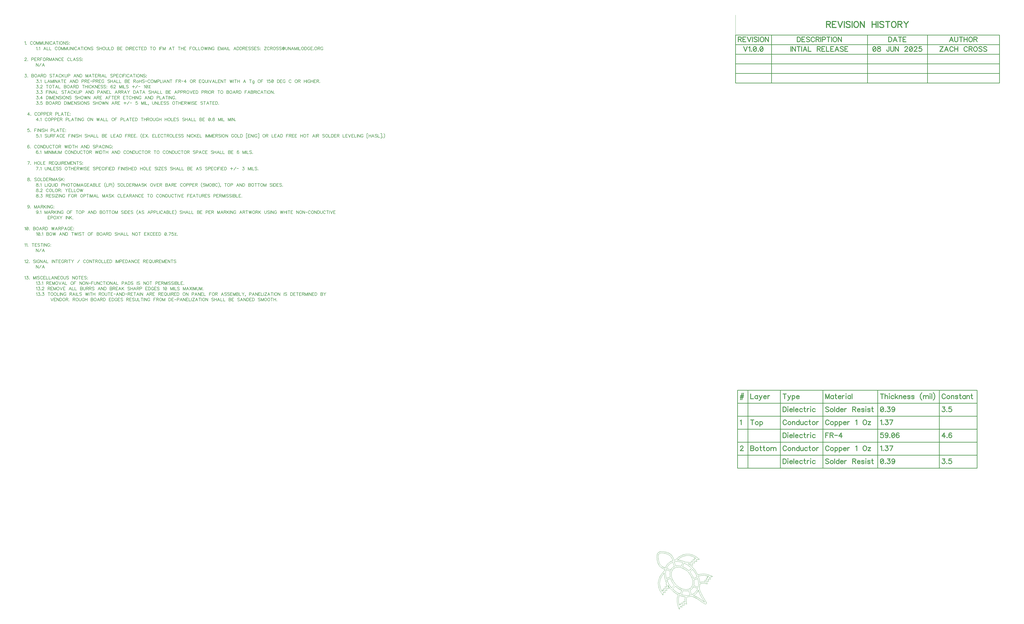
<source format=gbr>
%TF.GenerationSoftware,Novarm,DipTrace,4.3.0.5*%
%TF.CreationDate,2025-06-08T20:07:48-05:00*%
%FSLAX26Y26*%
%MOIN*%
%TF.FileFunction,Drawing,Top*%
%TF.Part,Single*%
%ADD10C,0.009843*%
%ADD13C,0.004724*%
%ADD27C,0.000013*%
%ADD45C,0.012351*%
%ADD46C,0.00772*%
%ADD47C,0.015439*%
G75*
G01*
%LPD*%
X3837513Y-4391290D2*
D27*
X3838212Y-4386531D1*
X3837315Y-4383518D1*
X3836454Y-4380339D1*
X3834605Y-4374569D1*
X3831572Y-4368506D1*
X3827551Y-4361082D1*
X3813426Y-4335377D1*
X3786468Y-4294808D1*
X3762921Y-4250893D1*
X3739132Y-4201574D1*
X3727409Y-4169322D1*
X3721995Y-4147364D1*
X3719966Y-4131704D1*
X3719845Y-4129625D1*
X3724920Y-4109755D1*
X3727672Y-4089366D1*
X3728047Y-4068862D1*
X3738476Y-4063387D1*
X3750859Y-4059931D1*
X3764607Y-4058259D1*
X3792096Y-4057342D1*
X3828018Y-4061776D1*
X3833241Y-4062872D1*
X3913181Y-3931608D2*
X3883656Y-3919006D1*
X3855369Y-3910007D1*
X3827786Y-3904167D1*
X3800783Y-3901310D1*
X3773798Y-3901355D1*
X3764285Y-3902081D1*
X3740657Y-3904391D1*
X3717467Y-3909981D1*
X3695382Y-3918692D1*
X3674888Y-3878940D1*
X3649596Y-3840389D1*
X3619983Y-3804039D1*
X3614185Y-3797736D1*
X3614023Y-3797552D1*
X3613880Y-3797422D1*
X3613844Y-3797367D1*
X3613816Y-3797341D1*
X3613791Y-3797309D1*
X3613773Y-3797275D1*
X3589642Y-3771528D1*
X3562521Y-3748754D1*
X3532988Y-3729438D1*
X3536525Y-3729898D1*
X3540114Y-3730523D1*
X3543811Y-3731331D1*
X3559353Y-3734730D1*
X3576100Y-3741051D1*
X3592126Y-3749007D1*
X3833241Y-4062872D2*
X3852105Y-4066971D1*
X3840312Y-4026418D1*
X3874988Y-4024875D1*
X3864920Y-3991489D1*
X3907026Y-3987318D1*
X3887981Y-3961393D1*
X3939224Y-3944158D1*
X3913181Y-3931608D1*
X3699331Y-3639443D2*
X3669933Y-3616765D1*
X3641827Y-3599383D1*
X3614606Y-3586373D1*
X3588113Y-3577191D1*
X3581521Y-3575427D1*
X3560341Y-3571133D1*
X3538690Y-3568898D1*
X3516390Y-3568833D1*
X3493333Y-3571120D1*
X3469215Y-3576062D1*
X3443378Y-3584267D1*
X3429949Y-3589741D1*
X3400722Y-3604599D1*
X3368380Y-3625938D1*
X3332249Y-3656615D1*
X3329260Y-3659524D1*
X3324845Y-3663879D1*
X3320807Y-3668069D1*
X3317235Y-3671982D1*
X3312030Y-3672644D1*
X3306933Y-3673417D1*
X3301871Y-3674427D1*
X3282920Y-3629959D1*
X3269815Y-3607062D1*
X3257481Y-3590524D1*
X3252316Y-3584724D1*
X3238335Y-3571698D1*
X3222558Y-3560570D1*
X3204277Y-3551038D1*
X3182236Y-3542978D1*
X3173937Y-3540700D1*
X3148415Y-3534270D1*
X3122766Y-3527948D1*
X3098789Y-3526956D1*
X3086782Y-3526460D1*
X3075115Y-3527305D1*
X3064114Y-3530448D1*
X3050471Y-3535812D1*
X3038289Y-3543912D1*
X3034122Y-3547664D1*
X3024600Y-3559397D1*
X3017756Y-3572839D1*
X3016102Y-3577670D1*
X3012293Y-3595572D1*
X3011686Y-3625398D1*
X3012172Y-3631762D1*
X3013895Y-3650816D1*
X3017753Y-3670660D1*
X3021737Y-3690450D1*
X3028148Y-3714926D1*
X3036324Y-3735343D1*
X3046266Y-3753056D1*
X3058098Y-3768708D1*
X3061870Y-3772875D1*
X3061915Y-3772955D1*
X3061975Y-3773023D1*
X3062048Y-3773077D1*
X3077555Y-3787459D1*
X3100299Y-3803400D1*
X3142958Y-3825480D1*
X3141110Y-3832682D1*
X3139621Y-3840014D1*
X3138383Y-3847436D1*
X3136157Y-3849531D1*
X3133878Y-3851719D1*
X3131491Y-3854070D1*
X3105782Y-3882115D1*
X3085495Y-3909002D1*
X3069618Y-3934662D1*
X3057499Y-3958927D1*
X3048516Y-3981805D1*
X3042845Y-4000622D1*
X3037198Y-4028902D1*
X3034996Y-4057562D1*
X3036245Y-4086292D1*
X3039669Y-4108771D1*
X3046957Y-4136753D1*
X3058063Y-4165681D1*
X3073525Y-4195740D1*
X3094422Y-4227641D1*
X3097443Y-4231730D1*
X3592126Y-3749007D2*
X3609500Y-3757698D1*
X3607544Y-3714942D1*
X3641035Y-3721741D1*
X3639151Y-3686425D1*
X3680521Y-3692359D1*
X3668101Y-3662337D1*
X3720778Y-3657707D1*
X3699331Y-3639443D1*
X3208649Y-4126392D2*
X3203222Y-4113831D1*
X3198857Y-4100839D1*
X3195601Y-4087549D1*
X3211190Y-4112250D1*
X3229106Y-4135402D1*
X3249104Y-4156691D1*
X3097443Y-4231730D2*
X3114386Y-4254404D1*
X3121063Y-4200696D1*
X3149689Y-4214569D1*
X3145724Y-4172015D1*
X3180130Y-4175433D1*
X3174835Y-4140779D1*
X3216384Y-4144492D1*
X3208649Y-4126392D1*
X3249373Y-4156967D2*
X3282691Y-4189014D1*
X3317932Y-4216591D1*
X3354354Y-4239456D1*
X3367059Y-4246228D1*
X3359268Y-4266303D1*
X3353911Y-4287240D1*
X3351104Y-4308589D1*
X3348958Y-4336580D1*
X3349773Y-4364914D1*
X3353580Y-4393822D1*
X3360572Y-4423707D1*
X3371046Y-4454766D1*
X3374005Y-4462141D1*
X3249104Y-4156691D2*
X3249265Y-4156875D1*
X3249356Y-4156930D1*
X3249373Y-4156967D1*
X3505349Y-4385503D2*
X3501660Y-4348280D1*
X3502928Y-4319818D1*
X3503572Y-4315131D1*
X3505102Y-4304443D1*
X3508067Y-4294011D1*
X3512383Y-4284115D1*
X3548012Y-4281906D1*
X3580022Y-4275206D1*
X3585450Y-4273568D1*
X3603523Y-4276950D1*
X3623769Y-4284538D1*
X3644446Y-4294716D1*
X3684451Y-4314267D1*
X3725803Y-4342876D1*
X3758325Y-4365585D1*
X3774606Y-4376959D1*
X3788677Y-4386845D1*
X3799732Y-4393624D1*
X3805315Y-4397005D1*
X3810034Y-4399614D1*
X3814630Y-4401360D1*
X3817059Y-4402345D1*
X3819626Y-4402952D1*
X3822240Y-4403161D1*
X3823987Y-4403272D1*
X3825741Y-4403086D1*
X3827426Y-4402610D1*
X3829669Y-4401982D1*
X3831719Y-4400800D1*
X3833384Y-4399173D1*
X3835523Y-4397020D1*
X3836962Y-4394274D1*
X3837513Y-4391291D1*
X3374005Y-4462141D2*
X3385203Y-4489224D1*
X3404104Y-4437612D1*
X3428567Y-4458080D1*
X3434436Y-4415103D1*
X3466652Y-4426606D1*
X3469523Y-4391401D1*
X3508632Y-4404923D1*
X3505349Y-4385503D1*
X3627949Y-4092366D2*
X3628525Y-4090290D1*
X3629098Y-4088195D1*
X3629601Y-4086045D1*
X3633408Y-4062670D1*
X3633992Y-4035358D1*
X3630337Y-4004057D1*
X3629799Y-4001230D1*
X3697929Y-4122610D2*
X3627949Y-4092366D1*
X3692205Y-3976169D2*
X3697130Y-3992921D1*
X3700712Y-4010038D1*
X3702919Y-4027359D1*
X3705190Y-4062887D1*
X3703209Y-4094901D1*
X3697930Y-4122610D1*
X3766437Y-3925419D2*
X3794415Y-3924513D1*
X3822314Y-3927028D1*
X3851055Y-3933095D1*
X3875453Y-3940927D1*
X3629799Y-4001230D2*
X3692205Y-3976169D1*
X3819365Y-4036509D2*
X3799945Y-4033587D1*
X3780417Y-4032797D1*
X3761930Y-4034984D1*
X3750119Y-4036293D1*
X3738530Y-4039135D1*
X3727453Y-4043436D1*
X3727041Y-4037097D1*
X3726437Y-4030740D1*
X3725640Y-4024363D1*
X3721933Y-3995593D1*
X3714768Y-3967375D1*
X3704299Y-3940321D1*
X3724226Y-3932513D1*
X3745136Y-3927498D1*
X3766437Y-3925419D1*
X3605604Y-3822708D2*
X3632590Y-3856316D1*
X3655564Y-3891608D1*
X3674115Y-3927583D1*
X3684862Y-3953936D1*
X3875453Y-3940927D2*
X3850487Y-3949342D1*
X3864181Y-3968011D1*
X3834782Y-3970913D1*
X3844384Y-4002793D1*
X3810031Y-4004317D1*
X3819365Y-4036509D1*
X3624143Y-3978320D2*
X3623264Y-3975195D1*
X3622314Y-3972110D1*
X3621290Y-3969005D1*
X3608531Y-3936973D1*
X3591602Y-3905587D1*
X3571207Y-3876309D1*
X3562258Y-3865412D1*
X3684862Y-3953936D2*
X3624143Y-3978320D1*
X3562258Y-3865412D2*
X3605604Y-3822708D1*
X3546500Y-3848388D2*
X3521114Y-3825639D1*
X3493787Y-3806081D1*
X3465455Y-3790191D1*
X3439387Y-3779044D1*
X3589739Y-3805778D2*
X3546500Y-3848388D1*
X3465052Y-3719200D2*
X3499104Y-3736091D1*
X3532934Y-3757493D1*
X3565571Y-3783102D1*
X3589739Y-3805778D1*
X3480775Y-3597360D2*
X3506034Y-3593091D1*
X3531732Y-3592082D1*
X3557169Y-3594346D1*
X3576062Y-3598187D1*
X3604240Y-3607389D1*
X3633542Y-3621471D1*
X3661584Y-3639383D1*
X3439387Y-3779044D2*
X3465052Y-3719200D1*
X3584820Y-3720043D2*
X3566908Y-3712585D1*
X3548529Y-3707274D1*
X3530869Y-3705602D1*
X3519184Y-3704444D1*
X3507769Y-3704885D1*
X3497055Y-3707678D1*
X3496731Y-3707770D1*
X3496408Y-3707880D1*
X3496068Y-3707954D1*
X3455164Y-3690001D1*
X3415139Y-3677957D1*
X3396887Y-3674237D1*
X3381985Y-3671664D1*
X3366904Y-3670263D1*
X3351783Y-3670048D1*
X3379651Y-3646581D1*
X3406202Y-3628501D1*
X3430529Y-3615236D1*
X3453001Y-3605670D1*
X3473988Y-3599032D1*
X3480777Y-3597360D1*
X3393101Y-3697389D2*
X3410295Y-3700402D1*
X3427203Y-3704872D1*
X3443642Y-3710748D1*
X3661584Y-3639383D2*
X3634716Y-3641734D1*
X3643636Y-3663379D1*
X3614740Y-3659207D1*
X3616552Y-3692870D1*
X3583295Y-3686144D1*
X3584820Y-3720043D1*
X3417348Y-3772116D2*
X3413525Y-3771106D1*
X3409702Y-3770187D1*
X3405879Y-3769360D1*
X3376926Y-3765261D1*
X3351426Y-3765271D1*
X3330892Y-3768129D1*
X3329384Y-3768460D1*
X3327877Y-3768809D1*
X3326352Y-3769158D1*
X3443642Y-3710748D2*
X3417348Y-3772116D1*
X3300560Y-3698583D2*
X3328735Y-3694313D1*
X3360260Y-3693771D1*
X3393101Y-3697389D1*
X3197772Y-3728318D2*
X3180455Y-3747805D1*
X3165544Y-3769947D1*
X3153094Y-3795173D1*
X3150029Y-3803009D1*
X3111453Y-3782885D1*
X3092144Y-3769409D1*
X3078854Y-3757169D1*
X3078523Y-3756817D1*
X3066992Y-3742536D1*
X3057815Y-3726965D1*
X3050100Y-3708156D1*
X3044189Y-3685691D1*
X3038859Y-3659545D1*
X3034156Y-3634208D1*
X3034193Y-3612985D1*
X3034173Y-3602419D1*
X3035358Y-3592939D1*
X3037890Y-3584892D1*
X3040474Y-3576824D1*
X3044279Y-3570192D1*
X3049968Y-3564551D1*
X3055676Y-3558965D1*
X3062316Y-3555328D1*
X3070286Y-3553030D1*
X3085315Y-3550517D1*
X3113254Y-3551763D1*
X3114062Y-3551873D1*
X3130878Y-3554132D1*
X3149419Y-3558635D1*
X3168407Y-3563485D1*
X3190479Y-3570589D1*
X3207870Y-3578935D1*
X3222569Y-3588829D1*
X3235838Y-3600986D1*
X3235899Y-3601077D1*
X3235964Y-3601162D1*
X3236035Y-3601244D1*
X3247941Y-3615933D1*
X3262004Y-3639674D1*
X3279416Y-3680014D1*
X3254575Y-3689368D1*
X3232172Y-3701274D1*
X3211929Y-3715628D1*
X3198039Y-3728024D1*
X3197932Y-3728103D1*
X3197840Y-3728203D1*
X3197772Y-3728318D1*
X3173846Y-3805107D2*
X3185405Y-3781574D1*
X3200350Y-3759922D1*
X3213655Y-3745171D1*
X3326352Y-3769158D2*
X3300560Y-3698583D1*
X3213762Y-3745080D2*
X3232824Y-3728902D1*
X3253945Y-3715653D1*
X3276652Y-3705587D1*
X3278392Y-3704969D1*
X3213655Y-3745171D2*
X3213762Y-3745080D1*
X3304543Y-3776499D2*
X3291126Y-3782275D1*
X3278895Y-3790486D1*
X3268468Y-3800717D1*
X3268306Y-3800864D1*
X3268289Y-3800919D1*
X3258220Y-3810889D1*
X3249971Y-3822541D1*
X3243916Y-3835352D1*
X3278392Y-3704969D2*
X3304543Y-3776499D1*
X3235677Y-3857293D2*
X3235067Y-3859408D1*
X3234510Y-3861520D1*
X3233972Y-3863688D1*
X3230188Y-3886824D1*
X3229533Y-3913425D1*
X3232919Y-3943908D1*
X3234366Y-3951388D1*
X3243916Y-3835352D2*
X3173846Y-3805107D1*
X3170526Y-3976964D2*
X3165765Y-3960565D1*
X3162296Y-3943818D1*
X3160152Y-3926877D1*
X3157880Y-3891884D1*
X3159706Y-3860452D1*
X3164886Y-3832444D1*
X3166253Y-3827290D1*
X3234366Y-3951388D2*
X3170526Y-3976964D1*
X3166253Y-3827290D2*
X3235677Y-3857293D1*
X3098861Y-4193097D2*
X3080978Y-4160481D1*
X3068770Y-4129578D1*
X3062121Y-4104074D1*
X3058875Y-4082257D1*
X3057871Y-4060246D1*
X3059190Y-4037881D1*
X3063093Y-4014518D1*
X3070080Y-3989708D1*
X3080230Y-3964450D1*
X3097850Y-3932224D1*
X3124434Y-3895866D1*
X3135043Y-3883769D1*
X3134670Y-3899179D1*
X3135463Y-3914597D1*
X3137413Y-3929888D1*
X3145012Y-3970427D1*
X3158327Y-4012915D1*
X3169539Y-4039599D1*
X3167709Y-4052535D1*
X3168409Y-4066297D1*
X3170760Y-4080279D1*
X3172985Y-4093031D1*
X3176289Y-4105569D1*
X3180632Y-4117762D1*
X3258094Y-4132187D2*
X3231068Y-4098691D1*
X3208037Y-4063501D1*
X3189399Y-4027622D1*
X3177812Y-3999270D1*
X3180632Y-4117762D2*
X3147680Y-4114822D1*
X3152903Y-4149145D1*
X3120256Y-4145950D1*
X3123037Y-4175696D1*
X3102307Y-4165682D1*
X3098861Y-4193097D1*
X3240235Y-3974262D2*
X3240880Y-3976430D1*
X3241563Y-3978580D1*
X3242245Y-3980749D1*
X3254740Y-4012207D1*
X3271265Y-4043068D1*
X3291272Y-4072090D1*
X3303789Y-4087244D1*
X3177812Y-3999270D2*
X3240235Y-3974262D1*
X3303789Y-4087244D2*
X3258094Y-4132187D1*
X3326870Y-4078253D2*
X3326835Y-4078216D1*
X3326781Y-4078144D1*
X3326710Y-4078069D1*
X3308714Y-4056913D1*
X3292499Y-4033593D1*
X3278584Y-4008695D1*
X3267606Y-3983505D1*
X3259737Y-3959064D1*
X3254917Y-3936625D1*
X3252264Y-3907536D1*
X3253684Y-3882898D1*
X3256227Y-3869266D1*
X3262215Y-3850775D1*
X3270020Y-3835561D1*
X3279499Y-3822766D1*
X3283938Y-3818040D1*
X3326942Y-4078326D2*
X3326870Y-4078253D1*
X3284261Y-3817728D2*
X3296265Y-3807719D1*
X3310304Y-3799530D1*
X3327027Y-3793221D1*
X3335485Y-3791122D1*
X3352548Y-3788703D1*
X3372565Y-3788494D1*
X3395316Y-3791165D1*
X3420396Y-3797309D1*
X3436568Y-3802973D1*
X3463877Y-3815590D1*
X3490884Y-3832087D1*
X3516169Y-3851770D1*
X3536432Y-3871288D1*
X3536450Y-3871307D1*
Y-3871343D1*
X3536467Y-3871380D1*
X3283938Y-3818040D2*
X3283993Y-3818020D1*
X3284261Y-3817728D1*
X3536719Y-3871601D2*
X3554740Y-3892759D1*
X3570981Y-3916089D1*
X3584777Y-3940711D1*
X3595807Y-3965914D1*
X3603727Y-3990379D1*
X3608636Y-4013136D1*
X3611289Y-4042216D1*
X3609869Y-4066852D1*
X3607325Y-4080476D1*
X3601462Y-4098719D1*
X3593766Y-4113830D1*
X3584346Y-4126641D1*
X3579399Y-4131905D1*
X3536467Y-3871380D2*
X3536576Y-3871435D1*
X3536719Y-3871601D1*
X3579327Y-4131997D2*
X3579300Y-4132011D1*
X3579277Y-4132030D1*
X3579256Y-4132052D1*
X3567270Y-4142064D1*
X3553337Y-4150207D1*
X3536727Y-4156498D1*
X3528033Y-4158657D1*
X3510968Y-4161057D1*
X3490950Y-4161249D1*
X3468193Y-4158560D1*
X3443100Y-4152396D1*
X3426912Y-4146715D1*
X3399783Y-4134200D1*
X3372736Y-4117708D1*
X3347411Y-4098026D1*
X3326942Y-4078326D1*
X3579399Y-4131905D2*
X3579327Y-4131997D1*
X3319744Y-4104056D2*
X3345111Y-4126253D1*
X3372555Y-4145425D1*
X3400941Y-4160921D1*
X3428132Y-4172112D1*
X3273996Y-4149053D2*
X3319744Y-4104056D1*
X3400727Y-4236165D2*
X3366922Y-4219724D1*
X3333272Y-4198854D1*
X3300512Y-4173643D1*
X3273996Y-4149053D1*
X3428132Y-4172112D2*
X3400727Y-4236165D1*
X3384627Y-4424007D2*
X3376556Y-4391935D1*
X3372462Y-4361137D1*
X3372102Y-4330562D1*
X3373787Y-4311687D1*
X3376311Y-4292664D1*
X3381039Y-4273998D1*
X3387877Y-4256068D1*
X3412915Y-4267125D1*
X3439194Y-4275127D1*
X3466147Y-4279898D1*
X3473523Y-4281185D1*
X3480811Y-4282123D1*
X3488098Y-4282839D1*
X3484774Y-4292143D1*
X3482370Y-4301749D1*
X3480919Y-4311520D1*
X3478064Y-4330280D1*
X3478047Y-4350290D1*
X3480130Y-4370299D1*
X3469971Y-4256757D2*
X3453732Y-4253942D1*
X3437753Y-4249800D1*
X3422191Y-4244373D1*
X3480130Y-4370299D2*
X3449079Y-4359569D1*
X3446279Y-4394498D1*
X3415534Y-4383528D1*
X3411496Y-4413515D1*
X3393888Y-4398779D1*
X3384627Y-4424007D1*
X3450335Y-4178666D2*
X3452757Y-4179255D1*
X3455181Y-4179843D1*
X3457622Y-4180376D1*
X3486719Y-4184498D1*
X3512219Y-4184484D1*
X3532609Y-4181644D1*
X3535157Y-4181111D1*
X3537688Y-4180486D1*
X3540184Y-4179825D1*
X3422191Y-4244373D2*
X3450335Y-4178666D1*
X3567518Y-4254331D2*
X3540794Y-4259175D1*
X3511252Y-4260645D1*
X3478592Y-4258106D1*
X3469971Y-4256757D1*
X3649164Y-4209208D2*
X3629533Y-4225791D1*
X3607710Y-4239257D1*
X3589450Y-4247427D1*
X3540184Y-4179825D2*
X3567518Y-4254331D1*
X3561811Y-4172039D2*
X3574161Y-4166321D1*
X3585436Y-4158522D1*
X3595140Y-4148980D1*
X3589450Y-4247427D2*
X3561811Y-4172039D1*
X3595391Y-4148741D2*
X3605437Y-4138753D1*
X3613673Y-4127095D1*
X3619728Y-4114290D1*
X3595140Y-4148980D2*
X3595302Y-4148813D1*
X3595391Y-4148741D1*
X3690821Y-4144973D2*
X3680089Y-4168291D1*
X3666173Y-4189783D1*
X3649396Y-4209007D1*
X3649361D1*
X3649289Y-4209099D1*
X3649164Y-4209208D1*
X3780041Y-4352366D2*
X3752993Y-4333551D1*
X3717867Y-4308581D1*
X3681218Y-4287782D1*
X3661046Y-4276389D1*
X3640458Y-4266192D1*
X3620231Y-4258971D1*
X3636705Y-4250219D1*
X3651829Y-4239136D1*
X3665136Y-4226062D1*
X3619728Y-4114290D2*
X3690821Y-4144973D1*
X3665424Y-4225750D2*
X3685501Y-4202559D1*
X3701711Y-4176694D1*
X3704191Y-4171804D1*
X3708018Y-4185083D1*
X3712652Y-4198116D1*
X3718067Y-4210830D1*
X3736534Y-4254799D1*
X3763348Y-4299026D1*
X3784258Y-4333349D1*
X3792980Y-4347644D1*
X3800698Y-4360284D1*
X3806227Y-4370152D1*
X3798904Y-4365448D1*
X3789966Y-4359312D1*
X3780041Y-4352366D1*
X3665136Y-4226062D2*
X3665407Y-4225787D1*
X3665424Y-4225750D1*
X4321802Y5093749D2*
D13*
Y5418749D1*
X4356251Y-837499D2*
D10*
X4530981D1*
Y-1053935D1*
X4356251D1*
Y-837499D1*
Y-1053935D2*
X4530981D1*
Y-1270371D1*
X4356251D1*
Y-1053935D1*
Y-1270371D2*
X4530981D1*
Y-1486807D1*
X4356251D1*
Y-1270371D1*
Y-1486807D2*
X4530981D1*
Y-1703242D1*
X4356251D1*
Y-1486807D1*
Y-1703242D2*
X4530981D1*
Y-1919678D1*
X4356251D1*
Y-1703242D1*
Y-1919678D2*
X4530981D1*
Y-2136114D1*
X4356251D1*
Y-1919678D1*
X4530981Y-837499D2*
X5070466D1*
Y-1053935D1*
X4530981D1*
Y-837499D1*
Y-1053935D2*
X5070466D1*
Y-1270371D1*
X4530981D1*
Y-1053935D1*
Y-1270371D2*
X5070466D1*
Y-1486807D1*
X4530981D1*
Y-1270371D1*
Y-1486807D2*
X5070466D1*
Y-1703242D1*
X4530981D1*
Y-1486807D1*
Y-1703242D2*
X5070466D1*
Y-1919678D1*
X4530981D1*
Y-1703242D1*
Y-1919678D2*
X5070466D1*
Y-2136114D1*
X4530981D1*
Y-1919678D1*
X5070466Y-837499D2*
X5779742D1*
Y-1053935D1*
X5070466D1*
Y-837499D1*
Y-1053935D2*
X5779742D1*
Y-1270371D1*
X5070466D1*
Y-1053935D1*
Y-1270371D2*
X5779742D1*
Y-1486807D1*
X5070466D1*
Y-1270371D1*
Y-1486807D2*
X5779742D1*
Y-1703242D1*
X5070466D1*
Y-1486807D1*
Y-1703242D2*
X5779742D1*
Y-1919678D1*
X5070466D1*
Y-1703242D1*
Y-1919678D2*
X5779742D1*
Y-2136114D1*
X5070466D1*
Y-1919678D1*
X5779742Y-837499D2*
X6694388D1*
Y-1053935D1*
X5779742D1*
Y-837499D1*
Y-1053935D2*
X6694388D1*
Y-1270371D1*
X5779742D1*
Y-1053935D1*
Y-1270371D2*
X6694388D1*
Y-1486807D1*
X5779742D1*
Y-1270371D1*
Y-1486807D2*
X6694388D1*
Y-1703242D1*
X5779742D1*
Y-1486807D1*
Y-1703242D2*
X6694388D1*
Y-1919678D1*
X5779742D1*
Y-1703242D1*
Y-1919678D2*
X6694388D1*
Y-2136114D1*
X5779742D1*
Y-1919678D1*
X6694388Y-837499D2*
X7719811D1*
Y-1053935D1*
X6694388D1*
Y-837499D1*
Y-1053935D2*
X7719811D1*
Y-1270371D1*
X6694388D1*
Y-1053935D1*
Y-1270371D2*
X7719811D1*
Y-1486807D1*
X6694388D1*
Y-1270371D1*
Y-1486807D2*
X7719811D1*
Y-1703242D1*
X6694388D1*
Y-1486807D1*
Y-1703242D2*
X7719811D1*
Y-1919678D1*
X6694388D1*
Y-1703242D1*
Y-1919678D2*
X7719811D1*
Y-2136114D1*
X6694388D1*
Y-1919678D1*
X7719811Y-837499D2*
X8350618D1*
Y-1053935D1*
X7719811D1*
Y-837499D1*
Y-1053935D2*
X8350618D1*
Y-1270371D1*
X7719811D1*
Y-1053935D1*
Y-1270371D2*
X8350618D1*
Y-1486807D1*
X7719811D1*
Y-1270371D1*
Y-1486807D2*
X8350618D1*
Y-1703242D1*
X7719811D1*
Y-1486807D1*
Y-1703242D2*
X8350618D1*
Y-1919678D1*
X7719811D1*
Y-1703242D1*
Y-1919678D2*
X8350618D1*
Y-2136114D1*
X7719811D1*
Y-1919678D1*
X4321802Y5087499D2*
X4921802D1*
Y4927499D1*
X4321802D1*
Y5087499D1*
Y4927499D2*
X4921802D1*
Y4767499D1*
X4321802D1*
Y4927499D1*
Y4767499D2*
X4921802D1*
Y4607499D1*
X4321802D1*
Y4767499D1*
Y4607499D2*
X4921802D1*
Y4447499D1*
X4321802D1*
Y4607499D1*
Y4447499D2*
X4921802D1*
Y4287499D1*
X4321802D1*
Y4447499D1*
X4921802Y5087499D2*
X6521802D1*
Y4927499D1*
X4921802D1*
Y5087499D1*
Y4927499D2*
X6521802D1*
Y4767499D1*
X4921802D1*
Y4927499D1*
Y4767499D2*
X6521802D1*
Y4607499D1*
X4921802D1*
Y4767499D1*
Y4607499D2*
X6521802D1*
Y4447499D1*
X4921802D1*
Y4607499D1*
Y4447499D2*
X6521802D1*
Y4287499D1*
X4921802D1*
Y4447499D1*
X6521802Y5087499D2*
X7521802D1*
Y4927499D1*
X6521802D1*
Y5087499D1*
Y4927499D2*
X7521802D1*
Y4767499D1*
X6521802D1*
Y4927499D1*
Y4767499D2*
X7521802D1*
Y4607499D1*
X6521802D1*
Y4767499D1*
Y4607499D2*
X7521802D1*
Y4447499D1*
X6521802D1*
Y4607499D1*
Y4447499D2*
X7521802D1*
Y4287499D1*
X6521802D1*
Y4447499D1*
X7521802Y5087499D2*
X8721802D1*
Y4927499D1*
X7521802D1*
Y5087499D1*
Y4927499D2*
X8721802D1*
Y4767499D1*
X7521802D1*
Y4927499D1*
Y4767499D2*
X8721802D1*
Y4607499D1*
X7521802D1*
Y4767499D1*
Y4607499D2*
X8721802D1*
Y4447499D1*
X7521802D1*
Y4607499D1*
Y4447499D2*
X8721802D1*
Y4287499D1*
X7521802D1*
Y4447499D1*
X4432394Y-885451D2*
D45*
X4405688Y-996433D1*
X4455386Y-885451D2*
X4428592Y-996433D1*
X4405688Y-929446D2*
X4459189D1*
X4401797Y-952438D2*
X4455386D1*
X4401797Y-1348964D2*
X4409490Y-1345073D1*
X4420987Y-1333666D1*
Y-1413961D1*
X4405688Y-1785638D2*
Y-1781836D1*
X4409490Y-1774142D1*
X4413293Y-1770340D1*
X4420987Y-1766537D1*
X4436285D1*
X4443890Y-1770340D1*
X4447693Y-1774142D1*
X4451584Y-1781836D1*
Y-1789441D1*
X4447693Y-1797134D1*
X4440088Y-1808542D1*
X4401797Y-1846833D1*
X4455386D1*
X4576527Y-900706D2*
Y-981090D1*
X4622423D1*
X4693022Y-927500D2*
Y-981090D1*
Y-938997D2*
X4685416Y-931303D1*
X4677723Y-927500D1*
X4666315D1*
X4658622Y-931303D1*
X4651017Y-938997D1*
X4647126Y-950493D1*
Y-958098D1*
X4651017Y-969594D1*
X4658622Y-977199D1*
X4666315Y-981090D1*
X4677723D1*
X4685416Y-977199D1*
X4693022Y-969594D1*
X4721615Y-927500D2*
X4744519Y-981090D1*
X4736914Y-996388D1*
X4729220Y-1004082D1*
X4721615Y-1007884D1*
X4717724D1*
X4767511Y-927500D2*
X4744519Y-981090D1*
X4792214Y-950493D2*
X4838110D1*
Y-942799D1*
X4834307Y-935106D1*
X4830505Y-931303D1*
X4822811Y-927500D1*
X4811315D1*
X4803710Y-931303D1*
X4796016Y-938997D1*
X4792214Y-950493D1*
Y-958098D1*
X4796016Y-969594D1*
X4803710Y-977199D1*
X4811315Y-981090D1*
X4822811D1*
X4830505Y-977199D1*
X4838110Y-969594D1*
X4862813Y-927500D2*
Y-981090D1*
Y-950493D2*
X4866704Y-938997D1*
X4874309Y-931303D1*
X4882002Y-927500D1*
X4893498D1*
X4603322Y-1333577D2*
Y-1413961D1*
X4576527Y-1333577D2*
X4630116D1*
X4673920Y-1360372D2*
X4666315Y-1364174D1*
X4658622Y-1371868D1*
X4654819Y-1383364D1*
Y-1390969D1*
X4658622Y-1402465D1*
X4666315Y-1410070D1*
X4673920Y-1413961D1*
X4685416D1*
X4693110Y-1410070D1*
X4700715Y-1402465D1*
X4704606Y-1390969D1*
Y-1383364D1*
X4700715Y-1371868D1*
X4693110Y-1364174D1*
X4685416Y-1360372D1*
X4673920D1*
X4729309D2*
Y-1440756D1*
Y-1371868D2*
X4737002Y-1364263D1*
X4744607Y-1360372D1*
X4756104D1*
X4763797Y-1364263D1*
X4771402Y-1371868D1*
X4775293Y-1383364D1*
Y-1391058D1*
X4771402Y-1402465D1*
X4763797Y-1410159D1*
X4756104Y-1413961D1*
X4744607D1*
X4737002Y-1410159D1*
X4729309Y-1402465D1*
X4576527Y-1766449D2*
Y-1846833D1*
X4611015D1*
X4622511Y-1842942D1*
X4626314Y-1839139D1*
X4630116Y-1831534D1*
Y-1820038D1*
X4626314Y-1812344D1*
X4622511Y-1808542D1*
X4611015Y-1804739D1*
X4622511Y-1800848D1*
X4626314Y-1797046D1*
X4630116Y-1789441D1*
Y-1781747D1*
X4626314Y-1774142D1*
X4622511Y-1770251D1*
X4611015Y-1766449D1*
X4576527D1*
Y-1804739D2*
X4611015D1*
X4673920Y-1793243D2*
X4666315Y-1797046D1*
X4658622Y-1804739D1*
X4654819Y-1816235D1*
Y-1823840D1*
X4658622Y-1835337D1*
X4666315Y-1842942D1*
X4673920Y-1846833D1*
X4685416D1*
X4693110Y-1842942D1*
X4700715Y-1835337D1*
X4704606Y-1823840D1*
Y-1816235D1*
X4700715Y-1804739D1*
X4693110Y-1797046D1*
X4685416Y-1793243D1*
X4673920D1*
X4740805Y-1766449D2*
Y-1831534D1*
X4744607Y-1842942D1*
X4752301Y-1846833D1*
X4759906D1*
X4729309Y-1793243D2*
X4756104D1*
X4796105Y-1766449D2*
Y-1831534D1*
X4799907Y-1842942D1*
X4807601Y-1846833D1*
X4815206D1*
X4784609Y-1793243D2*
X4811404D1*
X4859010D2*
X4851405Y-1797046D1*
X4843711Y-1804739D1*
X4839909Y-1816235D1*
Y-1823840D1*
X4843711Y-1835337D1*
X4851405Y-1842942D1*
X4859010Y-1846833D1*
X4870506D1*
X4878200Y-1842942D1*
X4885805Y-1835337D1*
X4889696Y-1823840D1*
Y-1816235D1*
X4885805Y-1804739D1*
X4878200Y-1797046D1*
X4870506Y-1793243D1*
X4859010D1*
X4914398D2*
Y-1846833D1*
Y-1808542D2*
X4925895Y-1797046D1*
X4933588Y-1793243D1*
X4944996D1*
X4952689Y-1797046D1*
X4956492Y-1808542D1*
Y-1846833D1*
Y-1808542D2*
X4967988Y-1797046D1*
X4975681Y-1793243D1*
X4987089D1*
X4994782Y-1797046D1*
X4998673Y-1808542D1*
Y-1846833D1*
X5142806Y-900706D2*
Y-981090D1*
X5116012Y-900706D2*
X5169601D1*
X5198195Y-927500D2*
X5221099Y-981090D1*
X5213493Y-996388D1*
X5205800Y-1004082D1*
X5198195Y-1007884D1*
X5194304D1*
X5244091Y-927500D2*
X5221099Y-981090D1*
X5268793Y-927500D2*
Y-1007884D1*
Y-938997D2*
X5276487Y-931391D1*
X5284092Y-927500D1*
X5295588D1*
X5303282Y-931391D1*
X5310887Y-938997D1*
X5314778Y-950493D1*
Y-958186D1*
X5310887Y-969594D1*
X5303282Y-977287D1*
X5295588Y-981090D1*
X5284092D1*
X5276487Y-977287D1*
X5268793Y-969594D1*
X5339480Y-950493D2*
X5385376D1*
Y-942799D1*
X5381574Y-935106D1*
X5377771Y-931303D1*
X5370078Y-927500D1*
X5358582D1*
X5350977Y-931303D1*
X5343283Y-938997D1*
X5339480Y-950493D1*
Y-958098D1*
X5343283Y-969594D1*
X5350977Y-977199D1*
X5358582Y-981090D1*
X5370078D1*
X5377771Y-977199D1*
X5385376Y-969594D1*
X5116012Y-1117142D2*
Y-1197526D1*
X5142806D1*
X5154302Y-1193635D1*
X5161996Y-1186029D1*
X5165799Y-1178336D1*
X5169601Y-1166928D1*
Y-1147739D1*
X5165799Y-1136243D1*
X5161996Y-1128638D1*
X5154302Y-1120944D1*
X5142806Y-1117142D1*
X5116012D1*
X5194304D2*
X5198106Y-1120944D1*
X5201997Y-1117142D1*
X5198106Y-1113251D1*
X5194304Y-1117142D1*
X5198106Y-1143936D2*
Y-1197526D1*
X5226700Y-1166928D2*
X5272596D1*
Y-1159235D1*
X5268793Y-1151541D1*
X5264991Y-1147739D1*
X5257297Y-1143936D1*
X5245801D1*
X5238196Y-1147739D1*
X5230503Y-1155432D1*
X5226700Y-1166928D1*
Y-1174533D1*
X5230503Y-1186029D1*
X5238196Y-1193635D1*
X5245801Y-1197526D1*
X5257297D1*
X5264991Y-1193635D1*
X5272596Y-1186029D1*
X5297299Y-1117142D2*
Y-1197526D1*
X5322002Y-1166928D2*
X5367897D1*
Y-1159235D1*
X5364095Y-1151541D1*
X5360292Y-1147739D1*
X5352599Y-1143936D1*
X5341103D1*
X5333498Y-1147739D1*
X5325804Y-1155432D1*
X5322002Y-1166928D1*
Y-1174533D1*
X5325804Y-1186029D1*
X5333498Y-1193635D1*
X5341103Y-1197526D1*
X5352599D1*
X5360292Y-1193635D1*
X5367897Y-1186029D1*
X5438584Y-1155432D2*
X5430891Y-1147739D1*
X5423197Y-1143936D1*
X5411790D1*
X5404096Y-1147739D1*
X5396491Y-1155432D1*
X5392600Y-1166928D1*
Y-1174533D1*
X5396491Y-1186029D1*
X5404096Y-1193635D1*
X5411790Y-1197526D1*
X5423197D1*
X5430891Y-1193635D1*
X5438584Y-1186029D1*
X5474783Y-1117142D2*
Y-1182227D1*
X5478586Y-1193635D1*
X5486279Y-1197526D1*
X5493884D1*
X5463287Y-1143936D2*
X5490082D1*
X5518587D2*
Y-1197526D1*
Y-1166928D2*
X5522478Y-1155432D1*
X5530083Y-1147739D1*
X5537777Y-1143936D1*
X5549273D1*
X5573976Y-1117142D2*
X5577778Y-1120944D1*
X5581669Y-1117142D1*
X5577778Y-1113251D1*
X5573976Y-1117142D1*
X5577778Y-1143936D2*
Y-1197526D1*
X5652356Y-1155432D2*
X5644663Y-1147739D1*
X5636969Y-1143936D1*
X5625562D1*
X5617868Y-1147739D1*
X5610263Y-1155432D1*
X5606372Y-1166928D1*
Y-1174533D1*
X5610263Y-1186029D1*
X5617868Y-1193635D1*
X5625562Y-1197526D1*
X5636969D1*
X5644663Y-1193635D1*
X5652356Y-1186029D1*
X5173404Y-1352678D2*
X5169601Y-1345073D1*
X5161908Y-1337380D1*
X5154302Y-1333577D1*
X5139004D1*
X5131310Y-1337380D1*
X5123705Y-1345073D1*
X5119814Y-1352678D1*
X5116012Y-1364174D1*
Y-1383364D1*
X5119814Y-1394772D1*
X5123705Y-1402465D1*
X5131310Y-1410070D1*
X5139004Y-1413961D1*
X5154302D1*
X5161908Y-1410070D1*
X5169601Y-1402465D1*
X5173404Y-1394772D1*
X5217208Y-1360372D2*
X5209602Y-1364174D1*
X5201909Y-1371868D1*
X5198106Y-1383364D1*
Y-1390969D1*
X5201909Y-1402465D1*
X5209602Y-1410070D1*
X5217208Y-1413961D1*
X5228704D1*
X5236397Y-1410070D1*
X5244002Y-1402465D1*
X5247893Y-1390969D1*
Y-1383364D1*
X5244002Y-1371868D1*
X5236397Y-1364174D1*
X5228704Y-1360372D1*
X5217208D1*
X5272596D2*
Y-1413961D1*
Y-1375670D2*
X5284092Y-1364174D1*
X5291786Y-1360372D1*
X5303193D1*
X5310887Y-1364174D1*
X5314689Y-1375670D1*
Y-1413961D1*
X5385288Y-1333577D2*
Y-1413961D1*
Y-1371868D2*
X5377683Y-1364174D1*
X5369989Y-1360372D1*
X5358493D1*
X5350888Y-1364174D1*
X5343195Y-1371868D1*
X5339392Y-1383364D1*
Y-1390969D1*
X5343195Y-1402465D1*
X5350888Y-1410070D1*
X5358493Y-1413961D1*
X5369989D1*
X5377683Y-1410070D1*
X5385288Y-1402465D1*
X5409991Y-1360372D2*
Y-1398663D1*
X5413793Y-1410070D1*
X5421487Y-1413961D1*
X5432983D1*
X5440588Y-1410070D1*
X5452084Y-1398663D1*
Y-1360372D2*
Y-1413961D1*
X5522771Y-1371868D2*
X5515077Y-1364174D1*
X5507384Y-1360372D1*
X5495976D1*
X5488283Y-1364174D1*
X5480678Y-1371868D1*
X5476787Y-1383364D1*
Y-1390969D1*
X5480678Y-1402465D1*
X5488283Y-1410070D1*
X5495976Y-1413961D1*
X5507384D1*
X5515077Y-1410070D1*
X5522771Y-1402465D1*
X5558970Y-1333577D2*
Y-1398663D1*
X5562772Y-1410070D1*
X5570466Y-1413961D1*
X5578071D1*
X5547474Y-1360372D2*
X5574268D1*
X5621875D2*
X5614270Y-1364174D1*
X5606576Y-1371868D1*
X5602774Y-1383364D1*
Y-1390969D1*
X5606576Y-1402465D1*
X5614270Y-1410070D1*
X5621875Y-1413961D1*
X5633371D1*
X5641065Y-1410070D1*
X5648670Y-1402465D1*
X5652561Y-1390969D1*
Y-1383364D1*
X5648670Y-1371868D1*
X5641065Y-1364174D1*
X5633371Y-1360372D1*
X5621875D1*
X5677263D2*
Y-1413961D1*
Y-1383364D2*
X5681154Y-1371868D1*
X5688759Y-1364174D1*
X5696453Y-1360372D1*
X5707949D1*
X5116012Y-1550013D2*
Y-1630397D1*
X5142806D1*
X5154302Y-1626506D1*
X5161996Y-1618901D1*
X5165799Y-1611207D1*
X5169601Y-1599800D1*
Y-1580610D1*
X5165799Y-1569114D1*
X5161996Y-1561509D1*
X5154302Y-1553815D1*
X5142806Y-1550013D1*
X5116012D1*
X5194304D2*
X5198106Y-1553815D1*
X5201997Y-1550013D1*
X5198106Y-1546122D1*
X5194304Y-1550013D1*
X5198106Y-1576808D2*
Y-1630397D1*
X5226700Y-1599800D2*
X5272596D1*
Y-1592106D1*
X5268793Y-1584413D1*
X5264991Y-1580610D1*
X5257297Y-1576808D1*
X5245801D1*
X5238196Y-1580610D1*
X5230503Y-1588304D1*
X5226700Y-1599800D1*
Y-1607405D1*
X5230503Y-1618901D1*
X5238196Y-1626506D1*
X5245801Y-1630397D1*
X5257297D1*
X5264991Y-1626506D1*
X5272596Y-1618901D1*
X5297299Y-1550013D2*
Y-1630397D1*
X5322002Y-1599800D2*
X5367897D1*
Y-1592106D1*
X5364095Y-1584413D1*
X5360292Y-1580610D1*
X5352599Y-1576808D1*
X5341103D1*
X5333498Y-1580610D1*
X5325804Y-1588304D1*
X5322002Y-1599800D1*
Y-1607405D1*
X5325804Y-1618901D1*
X5333498Y-1626506D1*
X5341103Y-1630397D1*
X5352599D1*
X5360292Y-1626506D1*
X5367897Y-1618901D1*
X5438584Y-1588304D2*
X5430891Y-1580610D1*
X5423197Y-1576808D1*
X5411790D1*
X5404096Y-1580610D1*
X5396491Y-1588304D1*
X5392600Y-1599800D1*
Y-1607405D1*
X5396491Y-1618901D1*
X5404096Y-1626506D1*
X5411790Y-1630397D1*
X5423197D1*
X5430891Y-1626506D1*
X5438584Y-1618901D1*
X5474783Y-1550013D2*
Y-1615098D1*
X5478586Y-1626506D1*
X5486279Y-1630397D1*
X5493884D1*
X5463287Y-1576808D2*
X5490082D1*
X5518587D2*
Y-1630397D1*
Y-1599800D2*
X5522478Y-1588304D1*
X5530083Y-1580610D1*
X5537777Y-1576808D1*
X5549273D1*
X5573976Y-1550013D2*
X5577778Y-1553815D1*
X5581669Y-1550013D1*
X5577778Y-1546122D1*
X5573976Y-1550013D1*
X5577778Y-1576808D2*
Y-1630397D1*
X5652356Y-1588304D2*
X5644663Y-1580610D1*
X5636969Y-1576808D1*
X5625562D1*
X5617868Y-1580610D1*
X5610263Y-1588304D1*
X5606372Y-1599800D1*
Y-1607405D1*
X5610263Y-1618901D1*
X5617868Y-1626506D1*
X5625562Y-1630397D1*
X5636969D1*
X5644663Y-1626506D1*
X5652356Y-1618901D1*
X5173404Y-1785550D2*
X5169601Y-1777945D1*
X5161908Y-1770251D1*
X5154302Y-1766449D1*
X5139004D1*
X5131310Y-1770251D1*
X5123705Y-1777945D1*
X5119814Y-1785550D1*
X5116012Y-1797046D1*
Y-1816235D1*
X5119814Y-1827643D1*
X5123705Y-1835337D1*
X5131310Y-1842942D1*
X5139004Y-1846833D1*
X5154302D1*
X5161908Y-1842942D1*
X5169601Y-1835337D1*
X5173404Y-1827643D1*
X5217208Y-1793243D2*
X5209602Y-1797046D1*
X5201909Y-1804739D1*
X5198106Y-1816235D1*
Y-1823840D1*
X5201909Y-1835337D1*
X5209602Y-1842942D1*
X5217208Y-1846833D1*
X5228704D1*
X5236397Y-1842942D1*
X5244002Y-1835337D1*
X5247893Y-1823840D1*
Y-1816235D1*
X5244002Y-1804739D1*
X5236397Y-1797046D1*
X5228704Y-1793243D1*
X5217208D1*
X5272596D2*
Y-1846833D1*
Y-1808542D2*
X5284092Y-1797046D1*
X5291786Y-1793243D1*
X5303193D1*
X5310887Y-1797046D1*
X5314689Y-1808542D1*
Y-1846833D1*
X5385288Y-1766449D2*
Y-1846833D1*
Y-1804739D2*
X5377683Y-1797046D1*
X5369989Y-1793243D1*
X5358493D1*
X5350888Y-1797046D1*
X5343195Y-1804739D1*
X5339392Y-1816235D1*
Y-1823840D1*
X5343195Y-1835337D1*
X5350888Y-1842942D1*
X5358493Y-1846833D1*
X5369989D1*
X5377683Y-1842942D1*
X5385288Y-1835337D1*
X5409991Y-1793243D2*
Y-1831534D1*
X5413793Y-1842942D1*
X5421487Y-1846833D1*
X5432983D1*
X5440588Y-1842942D1*
X5452084Y-1831534D1*
Y-1793243D2*
Y-1846833D1*
X5522771Y-1804739D2*
X5515077Y-1797046D1*
X5507384Y-1793243D1*
X5495976D1*
X5488283Y-1797046D1*
X5480678Y-1804739D1*
X5476787Y-1816235D1*
Y-1823840D1*
X5480678Y-1835337D1*
X5488283Y-1842942D1*
X5495976Y-1846833D1*
X5507384D1*
X5515077Y-1842942D1*
X5522771Y-1835337D1*
X5558970Y-1766449D2*
Y-1831534D1*
X5562772Y-1842942D1*
X5570466Y-1846833D1*
X5578071D1*
X5547474Y-1793243D2*
X5574268D1*
X5621875D2*
X5614270Y-1797046D1*
X5606576Y-1804739D1*
X5602774Y-1816235D1*
Y-1823840D1*
X5606576Y-1835337D1*
X5614270Y-1842942D1*
X5621875Y-1846833D1*
X5633371D1*
X5641065Y-1842942D1*
X5648670Y-1835337D1*
X5652561Y-1823840D1*
Y-1816235D1*
X5648670Y-1804739D1*
X5641065Y-1797046D1*
X5633371Y-1793243D1*
X5621875D1*
X5677263D2*
Y-1846833D1*
Y-1816235D2*
X5681154Y-1804739D1*
X5688759Y-1797046D1*
X5696453Y-1793243D1*
X5707949D1*
X5116012Y-1982884D2*
Y-2063268D1*
X5142806D1*
X5154302Y-2059377D1*
X5161996Y-2051772D1*
X5165799Y-2044079D1*
X5169601Y-2032671D1*
Y-2013482D1*
X5165799Y-2001985D1*
X5161996Y-1994380D1*
X5154302Y-1986687D1*
X5142806Y-1982884D1*
X5116012D1*
X5194304D2*
X5198106Y-1986687D1*
X5201997Y-1982884D1*
X5198106Y-1978993D1*
X5194304Y-1982884D1*
X5198106Y-2009679D2*
Y-2063268D1*
X5226700Y-2032671D2*
X5272596D1*
Y-2024978D1*
X5268793Y-2017284D1*
X5264991Y-2013482D1*
X5257297Y-2009679D1*
X5245801D1*
X5238196Y-2013482D1*
X5230503Y-2021175D1*
X5226700Y-2032671D1*
Y-2040276D1*
X5230503Y-2051772D1*
X5238196Y-2059377D1*
X5245801Y-2063268D1*
X5257297D1*
X5264991Y-2059377D1*
X5272596Y-2051772D1*
X5297299Y-1982884D2*
Y-2063268D1*
X5322002Y-2032671D2*
X5367897D1*
Y-2024978D1*
X5364095Y-2017284D1*
X5360292Y-2013482D1*
X5352599Y-2009679D1*
X5341103D1*
X5333498Y-2013482D1*
X5325804Y-2021175D1*
X5322002Y-2032671D1*
Y-2040276D1*
X5325804Y-2051772D1*
X5333498Y-2059377D1*
X5341103Y-2063268D1*
X5352599D1*
X5360292Y-2059377D1*
X5367897Y-2051772D1*
X5438584Y-2021175D2*
X5430891Y-2013482D1*
X5423197Y-2009679D1*
X5411790D1*
X5404096Y-2013482D1*
X5396491Y-2021175D1*
X5392600Y-2032671D1*
Y-2040276D1*
X5396491Y-2051772D1*
X5404096Y-2059377D1*
X5411790Y-2063268D1*
X5423197D1*
X5430891Y-2059377D1*
X5438584Y-2051772D1*
X5474783Y-1982884D2*
Y-2047970D1*
X5478586Y-2059377D1*
X5486279Y-2063268D1*
X5493884D1*
X5463287Y-2009679D2*
X5490082D1*
X5518587D2*
Y-2063268D1*
Y-2032671D2*
X5522478Y-2021175D1*
X5530083Y-2013482D1*
X5537777Y-2009679D1*
X5549273D1*
X5573976Y-1982884D2*
X5577778Y-1986687D1*
X5581669Y-1982884D1*
X5577778Y-1978993D1*
X5573976Y-1982884D1*
X5577778Y-2009679D2*
Y-2063268D1*
X5652356Y-2021175D2*
X5644663Y-2013482D1*
X5636969Y-2009679D1*
X5625562D1*
X5617868Y-2013482D1*
X5610263Y-2021175D1*
X5606372Y-2032671D1*
Y-2040276D1*
X5610263Y-2051772D1*
X5617868Y-2059377D1*
X5625562Y-2063268D1*
X5636969D1*
X5644663Y-2059377D1*
X5652356Y-2051772D1*
X5886482Y-981090D2*
Y-900706D1*
X5855885Y-981090D1*
X5825287Y-900706D1*
Y-981090D1*
X5957080Y-927500D2*
Y-981090D1*
Y-938997D2*
X5949475Y-931303D1*
X5941782Y-927500D1*
X5930374D1*
X5922681Y-931303D1*
X5915075Y-938997D1*
X5911185Y-950493D1*
Y-958098D1*
X5915075Y-969594D1*
X5922681Y-977199D1*
X5930374Y-981090D1*
X5941782D1*
X5949475Y-977199D1*
X5957080Y-969594D1*
X5993279Y-900706D2*
Y-965791D1*
X5997082Y-977199D1*
X6004775Y-981090D1*
X6012380D1*
X5981783Y-927500D2*
X6008578D1*
X6037083Y-950493D2*
X6082979D1*
Y-942799D1*
X6079176Y-935106D1*
X6075374Y-931303D1*
X6067680Y-927500D1*
X6056184D1*
X6048579Y-931303D1*
X6040886Y-938997D1*
X6037083Y-950493D1*
Y-958098D1*
X6040886Y-969594D1*
X6048579Y-977199D1*
X6056184Y-981090D1*
X6067680D1*
X6075374Y-977199D1*
X6082979Y-969594D1*
X6107682Y-927500D2*
Y-981090D1*
Y-950493D2*
X6111573Y-938997D1*
X6119178Y-931303D1*
X6126871Y-927500D1*
X6138367D1*
X6163070Y-900706D2*
X6166873Y-904508D1*
X6170764Y-900706D1*
X6166873Y-896815D1*
X6163070Y-900706D1*
X6166873Y-927500D2*
Y-981090D1*
X6241362Y-927500D2*
Y-981090D1*
Y-938997D2*
X6233757Y-931303D1*
X6226064Y-927500D1*
X6214656D1*
X6206963Y-931303D1*
X6199357Y-938997D1*
X6195467Y-950493D1*
Y-958098D1*
X6199357Y-969594D1*
X6206963Y-977199D1*
X6214656Y-981090D1*
X6226064D1*
X6233757Y-977199D1*
X6241362Y-969594D1*
X6266065Y-900706D2*
Y-981090D1*
X5878877Y-1128638D2*
X5871272Y-1120944D1*
X5859775Y-1117142D1*
X5844477D1*
X5832981Y-1120944D1*
X5825287Y-1128638D1*
Y-1136243D1*
X5829178Y-1143936D1*
X5832981Y-1147739D1*
X5840586Y-1151541D1*
X5863578Y-1159235D1*
X5871272Y-1163037D1*
X5875074Y-1166928D1*
X5878877Y-1174533D1*
Y-1186029D1*
X5871272Y-1193635D1*
X5859775Y-1197526D1*
X5844477D1*
X5832981Y-1193635D1*
X5825287Y-1186029D1*
X5922681Y-1143936D2*
X5915075Y-1147739D1*
X5907382Y-1155432D1*
X5903579Y-1166928D1*
Y-1174533D1*
X5907382Y-1186029D1*
X5915075Y-1193635D1*
X5922681Y-1197526D1*
X5934177D1*
X5941870Y-1193635D1*
X5949475Y-1186029D1*
X5953366Y-1174533D1*
Y-1166928D1*
X5949475Y-1155432D1*
X5941870Y-1147739D1*
X5934177Y-1143936D1*
X5922681D1*
X5978069Y-1117142D2*
Y-1197526D1*
X6048668Y-1117142D2*
Y-1197526D1*
Y-1155432D2*
X6041063Y-1147739D1*
X6033369Y-1143936D1*
X6021873D1*
X6014268Y-1147739D1*
X6006574Y-1155432D1*
X6002772Y-1166928D1*
Y-1174533D1*
X6006574Y-1186029D1*
X6014268Y-1193635D1*
X6021873Y-1197526D1*
X6033369D1*
X6041063Y-1193635D1*
X6048668Y-1186029D1*
X6073370Y-1166928D2*
X6119266D1*
Y-1159235D1*
X6115464Y-1151541D1*
X6111661Y-1147739D1*
X6103968Y-1143936D1*
X6092472D1*
X6084866Y-1147739D1*
X6077173Y-1155432D1*
X6073370Y-1166928D1*
Y-1174533D1*
X6077173Y-1186029D1*
X6084866Y-1193635D1*
X6092472Y-1197526D1*
X6103968D1*
X6111661Y-1193635D1*
X6119266Y-1186029D1*
X6143969Y-1143936D2*
Y-1197526D1*
Y-1166928D2*
X6147860Y-1155432D1*
X6155465Y-1147739D1*
X6163159Y-1143936D1*
X6174655D1*
X6277119Y-1155432D2*
X6311519D1*
X6323015Y-1151541D1*
X6326906Y-1147739D1*
X6330708Y-1140134D1*
Y-1132440D1*
X6326906Y-1124835D1*
X6323015Y-1120944D1*
X6311519Y-1117142D1*
X6277119D1*
Y-1197526D1*
X6303914Y-1155432D2*
X6330708Y-1197526D1*
X6355411Y-1166928D2*
X6401307D1*
Y-1159235D1*
X6397504Y-1151541D1*
X6393702Y-1147739D1*
X6386008Y-1143936D1*
X6374512D1*
X6366907Y-1147739D1*
X6359214Y-1155432D1*
X6355411Y-1166928D1*
Y-1174533D1*
X6359214Y-1186029D1*
X6366907Y-1193635D1*
X6374512Y-1197526D1*
X6386008D1*
X6393702Y-1193635D1*
X6401307Y-1186029D1*
X6468103Y-1155432D2*
X6464301Y-1147739D1*
X6452804Y-1143936D1*
X6441308D1*
X6429812Y-1147739D1*
X6426010Y-1155432D1*
X6429812Y-1163037D1*
X6437506Y-1166928D1*
X6456607Y-1170731D1*
X6464301Y-1174533D1*
X6468103Y-1182227D1*
Y-1186029D1*
X6464301Y-1193635D1*
X6452804Y-1197526D1*
X6441308D1*
X6429812Y-1193635D1*
X6426010Y-1186029D1*
X6492806Y-1117142D2*
X6496608Y-1120944D1*
X6500499Y-1117142D1*
X6496608Y-1113251D1*
X6492806Y-1117142D1*
X6496608Y-1143936D2*
Y-1197526D1*
X6567295Y-1155432D2*
X6563493Y-1147739D1*
X6551997Y-1143936D1*
X6540501D1*
X6529005Y-1147739D1*
X6525202Y-1155432D1*
X6529005Y-1163037D1*
X6536698Y-1166928D1*
X6555799Y-1170731D1*
X6563493Y-1174533D1*
X6567295Y-1182227D1*
Y-1186029D1*
X6563493Y-1193635D1*
X6551997Y-1197526D1*
X6540501D1*
X6529005Y-1193635D1*
X6525202Y-1186029D1*
X6603494Y-1117142D2*
Y-1182227D1*
X6607297Y-1193635D1*
X6614990Y-1197526D1*
X6622595D1*
X6591998Y-1143936D2*
X6618793D1*
X5882679Y-1352678D2*
X5878877Y-1345073D1*
X5871183Y-1337380D1*
X5863578Y-1333577D1*
X5848279D1*
X5840586Y-1337380D1*
X5832981Y-1345073D1*
X5829090Y-1352678D1*
X5825287Y-1364174D1*
Y-1383364D1*
X5829090Y-1394772D1*
X5832981Y-1402465D1*
X5840586Y-1410070D1*
X5848279Y-1413961D1*
X5863578D1*
X5871183Y-1410070D1*
X5878877Y-1402465D1*
X5882679Y-1394772D1*
X5926483Y-1360372D2*
X5918878Y-1364174D1*
X5911185Y-1371868D1*
X5907382Y-1383364D1*
Y-1390969D1*
X5911185Y-1402465D1*
X5918878Y-1410070D1*
X5926483Y-1413961D1*
X5937979D1*
X5945673Y-1410070D1*
X5953278Y-1402465D1*
X5957169Y-1390969D1*
Y-1383364D1*
X5953278Y-1371868D1*
X5945673Y-1364174D1*
X5937979Y-1360372D1*
X5926483D1*
X5981872D2*
Y-1440756D1*
Y-1371868D2*
X5989565Y-1364263D1*
X5997170Y-1360372D1*
X6008666D1*
X6016360Y-1364263D1*
X6023965Y-1371868D1*
X6027856Y-1383364D1*
Y-1391058D1*
X6023965Y-1402465D1*
X6016360Y-1410159D1*
X6008666Y-1413961D1*
X5997170D1*
X5989565Y-1410159D1*
X5981872Y-1402465D1*
X6052559Y-1360372D2*
Y-1440756D1*
Y-1371868D2*
X6060252Y-1364263D1*
X6067857Y-1360372D1*
X6079353D1*
X6087047Y-1364263D1*
X6094652Y-1371868D1*
X6098543Y-1383364D1*
Y-1391058D1*
X6094652Y-1402465D1*
X6087047Y-1410159D1*
X6079353Y-1413961D1*
X6067857D1*
X6060252Y-1410159D1*
X6052559Y-1402465D1*
X6123246Y-1383364D2*
X6169141D1*
Y-1375670D1*
X6165339Y-1367977D1*
X6161536Y-1364174D1*
X6153843Y-1360372D1*
X6142347D1*
X6134742Y-1364174D1*
X6127048Y-1371868D1*
X6123246Y-1383364D1*
Y-1390969D1*
X6127048Y-1402465D1*
X6134742Y-1410070D1*
X6142347Y-1413961D1*
X6153843D1*
X6161536Y-1410070D1*
X6169141Y-1402465D1*
X6193844Y-1360372D2*
Y-1413961D1*
Y-1383364D2*
X6197735Y-1371868D1*
X6205340Y-1364174D1*
X6213034Y-1360372D1*
X6224530D1*
X6326994Y-1348964D2*
X6334688Y-1345073D1*
X6346184Y-1333666D1*
Y-1413961D1*
X6471640Y-1333577D2*
X6463947Y-1337380D1*
X6456342Y-1345073D1*
X6452451Y-1352678D1*
X6448648Y-1364174D1*
Y-1383364D1*
X6452451Y-1394772D1*
X6456342Y-1402465D1*
X6463947Y-1410070D1*
X6471640Y-1413961D1*
X6486939D1*
X6494544Y-1410070D1*
X6502238Y-1402465D1*
X6506040Y-1394772D1*
X6509843Y-1383364D1*
Y-1364174D1*
X6506040Y-1352678D1*
X6502238Y-1345073D1*
X6494544Y-1337380D1*
X6486939Y-1333577D1*
X6471640D1*
X6534545Y-1360372D2*
X6576639D1*
X6534545Y-1413961D1*
X6576639D1*
X5875074Y-1550013D2*
X5825287D1*
Y-1630397D1*
Y-1588304D2*
X5855885D1*
X5899777D2*
X5934177D1*
X5945673Y-1584413D1*
X5949564Y-1580610D1*
X5953366Y-1573005D1*
Y-1565312D1*
X5949564Y-1557706D1*
X5945673Y-1553815D1*
X5934177Y-1550013D1*
X5899777D1*
Y-1630397D1*
X5926572Y-1588304D2*
X5953366Y-1630397D1*
X5978069Y-1590249D2*
X6022285D1*
X6085278Y-1630397D2*
Y-1550101D1*
X6046987Y-1603602D1*
X6104379D1*
X5882679Y-1785550D2*
X5878877Y-1777945D1*
X5871183Y-1770251D1*
X5863578Y-1766449D1*
X5848279D1*
X5840586Y-1770251D1*
X5832981Y-1777945D1*
X5829090Y-1785550D1*
X5825287Y-1797046D1*
Y-1816235D1*
X5829090Y-1827643D1*
X5832981Y-1835337D1*
X5840586Y-1842942D1*
X5848279Y-1846833D1*
X5863578D1*
X5871183Y-1842942D1*
X5878877Y-1835337D1*
X5882679Y-1827643D1*
X5926483Y-1793243D2*
X5918878Y-1797046D1*
X5911185Y-1804739D1*
X5907382Y-1816235D1*
Y-1823840D1*
X5911185Y-1835337D1*
X5918878Y-1842942D1*
X5926483Y-1846833D1*
X5937979D1*
X5945673Y-1842942D1*
X5953278Y-1835337D1*
X5957169Y-1823840D1*
Y-1816235D1*
X5953278Y-1804739D1*
X5945673Y-1797046D1*
X5937979Y-1793243D1*
X5926483D1*
X5981872D2*
Y-1873627D1*
Y-1804739D2*
X5989565Y-1797134D1*
X5997170Y-1793243D1*
X6008666D1*
X6016360Y-1797134D1*
X6023965Y-1804739D1*
X6027856Y-1816235D1*
Y-1823929D1*
X6023965Y-1835337D1*
X6016360Y-1843030D1*
X6008666Y-1846833D1*
X5997170D1*
X5989565Y-1843030D1*
X5981872Y-1835337D1*
X6052559Y-1793243D2*
Y-1873627D1*
Y-1804739D2*
X6060252Y-1797134D1*
X6067857Y-1793243D1*
X6079353D1*
X6087047Y-1797134D1*
X6094652Y-1804739D1*
X6098543Y-1816235D1*
Y-1823929D1*
X6094652Y-1835337D1*
X6087047Y-1843030D1*
X6079353Y-1846833D1*
X6067857D1*
X6060252Y-1843030D1*
X6052559Y-1835337D1*
X6123246Y-1816235D2*
X6169141D1*
Y-1808542D1*
X6165339Y-1800848D1*
X6161536Y-1797046D1*
X6153843Y-1793243D1*
X6142347D1*
X6134742Y-1797046D1*
X6127048Y-1804739D1*
X6123246Y-1816235D1*
Y-1823840D1*
X6127048Y-1835337D1*
X6134742Y-1842942D1*
X6142347Y-1846833D1*
X6153843D1*
X6161536Y-1842942D1*
X6169141Y-1835337D1*
X6193844Y-1793243D2*
Y-1846833D1*
Y-1816235D2*
X6197735Y-1804739D1*
X6205340Y-1797046D1*
X6213034Y-1793243D1*
X6224530D1*
X6326994Y-1781836D2*
X6334688Y-1777945D1*
X6346184Y-1766537D1*
Y-1846833D1*
X6471640Y-1766449D2*
X6463947Y-1770251D1*
X6456342Y-1777945D1*
X6452451Y-1785550D1*
X6448648Y-1797046D1*
Y-1816235D1*
X6452451Y-1827643D1*
X6456342Y-1835337D1*
X6463947Y-1842942D1*
X6471640Y-1846833D1*
X6486939D1*
X6494544Y-1842942D1*
X6502238Y-1835337D1*
X6506040Y-1827643D1*
X6509843Y-1816235D1*
Y-1797046D1*
X6506040Y-1785550D1*
X6502238Y-1777945D1*
X6494544Y-1770251D1*
X6486939Y-1766449D1*
X6471640D1*
X6534545Y-1793243D2*
X6576639D1*
X6534545Y-1846833D1*
X6576639D1*
X5878877Y-1994380D2*
X5871272Y-1986687D1*
X5859775Y-1982884D1*
X5844477D1*
X5832981Y-1986687D1*
X5825287Y-1994380D1*
Y-2001985D1*
X5829178Y-2009679D1*
X5832981Y-2013482D1*
X5840586Y-2017284D1*
X5863578Y-2024978D1*
X5871272Y-2028780D1*
X5875074Y-2032671D1*
X5878877Y-2040276D1*
Y-2051772D1*
X5871272Y-2059377D1*
X5859775Y-2063268D1*
X5844477D1*
X5832981Y-2059377D1*
X5825287Y-2051772D1*
X5922681Y-2009679D2*
X5915075Y-2013482D1*
X5907382Y-2021175D1*
X5903579Y-2032671D1*
Y-2040276D1*
X5907382Y-2051772D1*
X5915075Y-2059377D1*
X5922681Y-2063268D1*
X5934177D1*
X5941870Y-2059377D1*
X5949475Y-2051772D1*
X5953366Y-2040276D1*
Y-2032671D1*
X5949475Y-2021175D1*
X5941870Y-2013482D1*
X5934177Y-2009679D1*
X5922681D1*
X5978069Y-1982884D2*
Y-2063268D1*
X6048668Y-1982884D2*
Y-2063268D1*
Y-2021175D2*
X6041063Y-2013482D1*
X6033369Y-2009679D1*
X6021873D1*
X6014268Y-2013482D1*
X6006574Y-2021175D1*
X6002772Y-2032671D1*
Y-2040276D1*
X6006574Y-2051772D1*
X6014268Y-2059377D1*
X6021873Y-2063268D1*
X6033369D1*
X6041063Y-2059377D1*
X6048668Y-2051772D1*
X6073370Y-2032671D2*
X6119266D1*
Y-2024978D1*
X6115464Y-2017284D1*
X6111661Y-2013482D1*
X6103968Y-2009679D1*
X6092472D1*
X6084866Y-2013482D1*
X6077173Y-2021175D1*
X6073370Y-2032671D1*
Y-2040276D1*
X6077173Y-2051772D1*
X6084866Y-2059377D1*
X6092472Y-2063268D1*
X6103968D1*
X6111661Y-2059377D1*
X6119266Y-2051772D1*
X6143969Y-2009679D2*
Y-2063268D1*
Y-2032671D2*
X6147860Y-2021175D1*
X6155465Y-2013482D1*
X6163159Y-2009679D1*
X6174655D1*
X6277119Y-2021175D2*
X6311519D1*
X6323015Y-2017284D1*
X6326906Y-2013482D1*
X6330708Y-2005876D1*
Y-1998183D1*
X6326906Y-1990578D1*
X6323015Y-1986687D1*
X6311519Y-1982884D1*
X6277119D1*
Y-2063268D1*
X6303914Y-2021175D2*
X6330708Y-2063268D1*
X6355411Y-2032671D2*
X6401307D1*
Y-2024978D1*
X6397504Y-2017284D1*
X6393702Y-2013482D1*
X6386008Y-2009679D1*
X6374512D1*
X6366907Y-2013482D1*
X6359214Y-2021175D1*
X6355411Y-2032671D1*
Y-2040276D1*
X6359214Y-2051772D1*
X6366907Y-2059377D1*
X6374512Y-2063268D1*
X6386008D1*
X6393702Y-2059377D1*
X6401307Y-2051772D1*
X6468103Y-2021175D2*
X6464301Y-2013482D1*
X6452804Y-2009679D1*
X6441308D1*
X6429812Y-2013482D1*
X6426010Y-2021175D1*
X6429812Y-2028780D1*
X6437506Y-2032671D1*
X6456607Y-2036474D1*
X6464301Y-2040276D1*
X6468103Y-2047970D1*
Y-2051772D1*
X6464301Y-2059377D1*
X6452804Y-2063268D1*
X6441308D1*
X6429812Y-2059377D1*
X6426010Y-2051772D1*
X6492806Y-1982884D2*
X6496608Y-1986687D1*
X6500499Y-1982884D1*
X6496608Y-1978993D1*
X6492806Y-1982884D1*
X6496608Y-2009679D2*
Y-2063268D1*
X6567295Y-2021175D2*
X6563493Y-2013482D1*
X6551997Y-2009679D1*
X6540501D1*
X6529005Y-2013482D1*
X6525202Y-2021175D1*
X6529005Y-2028780D1*
X6536698Y-2032671D1*
X6555799Y-2036474D1*
X6563493Y-2040276D1*
X6567295Y-2047970D1*
Y-2051772D1*
X6563493Y-2059377D1*
X6551997Y-2063268D1*
X6540501D1*
X6529005Y-2059377D1*
X6525202Y-2051772D1*
X6603494Y-1982884D2*
Y-2047970D1*
X6607297Y-2059377D1*
X6614990Y-2063268D1*
X6622595D1*
X6591998Y-2009679D2*
X6618793D1*
X6766728Y-900706D2*
Y-981090D1*
X6739934Y-900706D2*
X6793523D1*
X6818226D2*
Y-981090D1*
Y-942799D2*
X6829722Y-931303D1*
X6837415Y-927500D1*
X6848912D1*
X6856517Y-931303D1*
X6860319Y-942799D1*
Y-981090D1*
X6885022Y-900706D2*
X6888824Y-904508D1*
X6892715Y-900706D1*
X6888824Y-896815D1*
X6885022Y-900706D1*
X6888824Y-927500D2*
Y-981090D1*
X6963402Y-938997D2*
X6955709Y-931303D1*
X6948015Y-927500D1*
X6936608D1*
X6928914Y-931303D1*
X6921309Y-938997D1*
X6917418Y-950493D1*
Y-958098D1*
X6921309Y-969594D1*
X6928914Y-977199D1*
X6936608Y-981090D1*
X6948015D1*
X6955709Y-977199D1*
X6963402Y-969594D1*
X6988105Y-900706D2*
Y-981090D1*
X7026396Y-927500D2*
X6988105Y-965791D1*
X7003404Y-950493D2*
X7030199Y-981090D1*
X7054901Y-927500D2*
Y-981090D1*
Y-942799D2*
X7066397Y-931303D1*
X7074091Y-927500D1*
X7085499D1*
X7093192Y-931303D1*
X7096995Y-942799D1*
Y-981090D1*
X7121697Y-950493D2*
X7167593D1*
Y-942799D1*
X7163791Y-935106D1*
X7159988Y-931303D1*
X7152295Y-927500D1*
X7140799D1*
X7133193Y-931303D1*
X7125500Y-938997D1*
X7121697Y-950493D1*
Y-958098D1*
X7125500Y-969594D1*
X7133193Y-977199D1*
X7140799Y-981090D1*
X7152295D1*
X7159988Y-977199D1*
X7167593Y-969594D1*
X7234389Y-938997D2*
X7230587Y-931303D1*
X7219091Y-927500D1*
X7207595D1*
X7196099Y-931303D1*
X7192296Y-938997D1*
X7196099Y-946602D1*
X7203792Y-950493D1*
X7222893Y-954295D1*
X7230587Y-958098D1*
X7234389Y-965791D1*
Y-969594D1*
X7230587Y-977199D1*
X7219091Y-981090D1*
X7207595D1*
X7196099Y-977199D1*
X7192296Y-969594D1*
X7301185Y-938997D2*
X7297383Y-931303D1*
X7285887Y-927500D1*
X7274391D1*
X7262895Y-931303D1*
X7259092Y-938997D1*
X7262895Y-946602D1*
X7270588Y-950493D1*
X7289689Y-954295D1*
X7297383Y-958098D1*
X7301185Y-965791D1*
Y-969594D1*
X7297383Y-977199D1*
X7285887Y-981090D1*
X7274391D1*
X7262895Y-977199D1*
X7259092Y-969594D1*
X7430444Y-879748D2*
X7422751Y-887353D1*
X7415146Y-898849D1*
X7407452Y-914147D1*
X7403650Y-933337D1*
Y-948636D1*
X7407452Y-967737D1*
X7415146Y-983035D1*
X7422751Y-994531D1*
X7430444Y-1002136D1*
X7455147Y-927500D2*
Y-981090D1*
Y-942799D2*
X7466643Y-931303D1*
X7474337Y-927500D1*
X7485744D1*
X7493438Y-931303D1*
X7497240Y-942799D1*
Y-981090D1*
Y-942799D2*
X7508737Y-931303D1*
X7516430Y-927500D1*
X7527838D1*
X7535531Y-931303D1*
X7539422Y-942799D1*
Y-981090D1*
X7564125Y-900706D2*
X7567928Y-904508D1*
X7571819Y-900706D1*
X7567928Y-896815D1*
X7564125Y-900706D1*
X7567928Y-927500D2*
Y-981090D1*
X7596521Y-900706D2*
Y-981090D1*
X7621224Y-879748D2*
X7628918Y-887353D1*
X7636523Y-898849D1*
X7644216Y-914147D1*
X7648019Y-933337D1*
Y-948636D1*
X7644216Y-967737D1*
X7636523Y-983035D1*
X7628918Y-994531D1*
X7621224Y-1002136D1*
X6762926Y-1117230D2*
X6751430Y-1121032D1*
X6743736Y-1132529D1*
X6739934Y-1151630D1*
Y-1163126D1*
X6743736Y-1182227D1*
X6751430Y-1193723D1*
X6762926Y-1197526D1*
X6770531D1*
X6782027Y-1193723D1*
X6789632Y-1182227D1*
X6793523Y-1163126D1*
Y-1151630D1*
X6789632Y-1132529D1*
X6782027Y-1121032D1*
X6770531Y-1117230D1*
X6762926D1*
X6789632Y-1132529D2*
X6743736Y-1182227D1*
X6822028Y-1189832D2*
X6818226Y-1193723D1*
X6822028Y-1197526D1*
X6825919Y-1193723D1*
X6822028Y-1189832D1*
X6858316Y-1117230D2*
X6900321D1*
X6877417Y-1147827D1*
X6888913D1*
X6896518Y-1151630D1*
X6900321Y-1155432D1*
X6904212Y-1166928D1*
Y-1174533D1*
X6900321Y-1186029D1*
X6892715Y-1193723D1*
X6881219Y-1197526D1*
X6869723D1*
X6858316Y-1193723D1*
X6854513Y-1189832D1*
X6850622Y-1182227D1*
X6978701Y-1143936D2*
X6974810Y-1155432D1*
X6967205Y-1163126D1*
X6955709Y-1166928D1*
X6951906D1*
X6940410Y-1163126D1*
X6932805Y-1155432D1*
X6928914Y-1143936D1*
Y-1140134D1*
X6932805Y-1128638D1*
X6940410Y-1121032D1*
X6951906Y-1117230D1*
X6955709D1*
X6967205Y-1121032D1*
X6974810Y-1128638D1*
X6978701Y-1143936D1*
Y-1163126D1*
X6974810Y-1182227D1*
X6967205Y-1193723D1*
X6955709Y-1197526D1*
X6948104D1*
X6936608Y-1193723D1*
X6932805Y-1186029D1*
X6739934Y-1348964D2*
X6747627Y-1345073D1*
X6759123Y-1333666D1*
Y-1413961D1*
X6787629Y-1406268D2*
X6783826Y-1410159D1*
X6787629Y-1413961D1*
X6791520Y-1410159D1*
X6787629Y-1406268D1*
X6823916Y-1333666D2*
X6865921D1*
X6843017Y-1364263D1*
X6854513D1*
X6862118Y-1368065D1*
X6865921Y-1371868D1*
X6869812Y-1383364D1*
Y-1390969D1*
X6865921Y-1402465D1*
X6858316Y-1410159D1*
X6846820Y-1413961D1*
X6835324D1*
X6823916Y-1410159D1*
X6820113Y-1406268D1*
X6816222Y-1398663D1*
X6909813Y-1413961D2*
X6948104Y-1333666D1*
X6894515D1*
X6785830Y-1550101D2*
X6747627D1*
X6743825Y-1584501D1*
X6747627Y-1580699D1*
X6759123Y-1576808D1*
X6770531D1*
X6782027Y-1580699D1*
X6789721Y-1588304D1*
X6793523Y-1599800D1*
Y-1607405D1*
X6789721Y-1618901D1*
X6782027Y-1626594D1*
X6770531Y-1630397D1*
X6759123D1*
X6747627Y-1626594D1*
X6743825Y-1622703D1*
X6739934Y-1615098D1*
X6868013Y-1576808D2*
X6864122Y-1588304D1*
X6856517Y-1595997D1*
X6845021Y-1599800D1*
X6841218D1*
X6829722Y-1595997D1*
X6822117Y-1588304D1*
X6818226Y-1576808D1*
Y-1573005D1*
X6822117Y-1561509D1*
X6829722Y-1553904D1*
X6841218Y-1550101D1*
X6845021D1*
X6856517Y-1553904D1*
X6864122Y-1561509D1*
X6868013Y-1576808D1*
Y-1595997D1*
X6864122Y-1615098D1*
X6856517Y-1626594D1*
X6845021Y-1630397D1*
X6837415D1*
X6825919Y-1626594D1*
X6822117Y-1618901D1*
X6896518Y-1622703D2*
X6892715Y-1626594D1*
X6896518Y-1630397D1*
X6900409Y-1626594D1*
X6896518Y-1622703D1*
X6948104Y-1550101D2*
X6936608Y-1553904D1*
X6928914Y-1565400D1*
X6925112Y-1584501D1*
Y-1595997D1*
X6928914Y-1615098D1*
X6936608Y-1626594D1*
X6948104Y-1630397D1*
X6955709D1*
X6967205Y-1626594D1*
X6974810Y-1615098D1*
X6978701Y-1595997D1*
Y-1584501D1*
X6974810Y-1565400D1*
X6967205Y-1553904D1*
X6955709Y-1550101D1*
X6948104D1*
X6974810Y-1565400D2*
X6928914Y-1615098D1*
X7049300Y-1561509D2*
X7045497Y-1553904D1*
X7034001Y-1550101D1*
X7026396D1*
X7014900Y-1553904D1*
X7007206Y-1565400D1*
X7003404Y-1584501D1*
Y-1603602D1*
X7007206Y-1618901D1*
X7014900Y-1626594D1*
X7026396Y-1630397D1*
X7030199D1*
X7041606Y-1626594D1*
X7049300Y-1618901D1*
X7053102Y-1607405D1*
Y-1603602D1*
X7049300Y-1592106D1*
X7041606Y-1584501D1*
X7030199Y-1580699D1*
X7026396D1*
X7014900Y-1584501D1*
X7007206Y-1592106D1*
X7003404Y-1603602D1*
X6739934Y-1781836D2*
X6747627Y-1777945D1*
X6759123Y-1766537D1*
Y-1846833D1*
X6787629Y-1839139D2*
X6783826Y-1843030D1*
X6787629Y-1846833D1*
X6791520Y-1843030D1*
X6787629Y-1839139D1*
X6823916Y-1766537D2*
X6865921D1*
X6843017Y-1797134D1*
X6854513D1*
X6862118Y-1800937D1*
X6865921Y-1804739D1*
X6869812Y-1816235D1*
Y-1823840D1*
X6865921Y-1835337D1*
X6858316Y-1843030D1*
X6846820Y-1846833D1*
X6835324D1*
X6823916Y-1843030D1*
X6820113Y-1839139D1*
X6816222Y-1831534D1*
X6909813Y-1846833D2*
X6948104Y-1766537D1*
X6894515D1*
X6762926Y-1982973D2*
X6751430Y-1986775D1*
X6743736Y-1998271D1*
X6739934Y-2017372D1*
Y-2028869D1*
X6743736Y-2047970D1*
X6751430Y-2059466D1*
X6762926Y-2063268D1*
X6770531D1*
X6782027Y-2059466D1*
X6789632Y-2047970D1*
X6793523Y-2028869D1*
Y-2017372D1*
X6789632Y-1998271D1*
X6782027Y-1986775D1*
X6770531Y-1982973D1*
X6762926D1*
X6789632Y-1998271D2*
X6743736Y-2047970D1*
X6822028Y-2055575D2*
X6818226Y-2059466D1*
X6822028Y-2063268D1*
X6825919Y-2059466D1*
X6822028Y-2055575D1*
X6858316Y-1982973D2*
X6900321D1*
X6877417Y-2013570D1*
X6888913D1*
X6896518Y-2017372D1*
X6900321Y-2021175D1*
X6904212Y-2032671D1*
Y-2040276D1*
X6900321Y-2051772D1*
X6892715Y-2059466D1*
X6881219Y-2063268D1*
X6869723D1*
X6858316Y-2059466D1*
X6854513Y-2055575D1*
X6850622Y-2047970D1*
X6978701Y-2009679D2*
X6974810Y-2021175D1*
X6967205Y-2028869D1*
X6955709Y-2032671D1*
X6951906D1*
X6940410Y-2028869D1*
X6932805Y-2021175D1*
X6928914Y-2009679D1*
Y-2005876D1*
X6932805Y-1994380D1*
X6940410Y-1986775D1*
X6951906Y-1982973D1*
X6955709D1*
X6967205Y-1986775D1*
X6974810Y-1994380D1*
X6978701Y-2009679D1*
Y-2028869D1*
X6974810Y-2047970D1*
X6967205Y-2059466D1*
X6955709Y-2063268D1*
X6948104D1*
X6936608Y-2059466D1*
X6932805Y-2051772D1*
X7822749Y-919807D2*
X7818946Y-912202D1*
X7811253Y-904508D1*
X7803648Y-900706D1*
X7788349D1*
X7780656Y-904508D1*
X7773051Y-912202D1*
X7769160Y-919807D1*
X7765357Y-931303D1*
Y-950493D1*
X7769160Y-961900D1*
X7773051Y-969594D1*
X7780656Y-977199D1*
X7788349Y-981090D1*
X7803648D1*
X7811253Y-977199D1*
X7818946Y-969594D1*
X7822749Y-961900D1*
X7866553Y-927500D2*
X7858948Y-931303D1*
X7851254Y-938997D1*
X7847452Y-950493D1*
Y-958098D1*
X7851254Y-969594D1*
X7858948Y-977199D1*
X7866553Y-981090D1*
X7878049D1*
X7885742Y-977199D1*
X7893348Y-969594D1*
X7897239Y-958098D1*
Y-950493D1*
X7893348Y-938997D1*
X7885742Y-931303D1*
X7878049Y-927500D1*
X7866553D1*
X7921941D2*
Y-981090D1*
Y-942799D2*
X7933437Y-931303D1*
X7941131Y-927500D1*
X7952539D1*
X7960232Y-931303D1*
X7964035Y-942799D1*
Y-981090D1*
X8030831Y-938997D2*
X8027028Y-931303D1*
X8015532Y-927500D1*
X8004036D1*
X7992540Y-931303D1*
X7988737Y-938997D1*
X7992540Y-946602D1*
X8000233Y-950493D1*
X8019335Y-954295D1*
X8027028Y-958098D1*
X8030831Y-965791D1*
Y-969594D1*
X8027028Y-977199D1*
X8015532Y-981090D1*
X8004036D1*
X7992540Y-977199D1*
X7988737Y-969594D1*
X8067030Y-900706D2*
Y-965791D1*
X8070832Y-977199D1*
X8078526Y-981090D1*
X8086131D1*
X8055533Y-927500D2*
X8082328D1*
X8156729D2*
Y-981090D1*
Y-938997D2*
X8149124Y-931303D1*
X8141431Y-927500D1*
X8130023D1*
X8122330Y-931303D1*
X8114724Y-938997D1*
X8110833Y-950493D1*
Y-958098D1*
X8114724Y-969594D1*
X8122330Y-977199D1*
X8130023Y-981090D1*
X8141431D1*
X8149124Y-977199D1*
X8156729Y-969594D1*
X8181432Y-927500D2*
Y-981090D1*
Y-942799D2*
X8192928Y-931303D1*
X8200622Y-927500D1*
X8212029D1*
X8219723Y-931303D1*
X8223525Y-942799D1*
Y-981090D1*
X8259724Y-900706D2*
Y-965791D1*
X8263527Y-977199D1*
X8271220Y-981090D1*
X8278825D1*
X8248228Y-927500D2*
X8275023D1*
X7773051Y-1117230D2*
X7815055D1*
X7792152Y-1147827D1*
X7803648D1*
X7811253Y-1151630D1*
X7815055Y-1155432D1*
X7818946Y-1166928D1*
Y-1174533D1*
X7815055Y-1186029D1*
X7807450Y-1193723D1*
X7795954Y-1197526D1*
X7784458D1*
X7773051Y-1193723D1*
X7769248Y-1189832D1*
X7765357Y-1182227D1*
X7847452Y-1189832D2*
X7843649Y-1193723D1*
X7847452Y-1197526D1*
X7851343Y-1193723D1*
X7847452Y-1189832D1*
X7921941Y-1117230D2*
X7883739D1*
X7879936Y-1151630D1*
X7883739Y-1147827D1*
X7895235Y-1143936D1*
X7906643D1*
X7918139Y-1147827D1*
X7925832Y-1155432D1*
X7929635Y-1166928D1*
Y-1174533D1*
X7925832Y-1186029D1*
X7918139Y-1193723D1*
X7906643Y-1197526D1*
X7895235D1*
X7883739Y-1193723D1*
X7879936Y-1189832D1*
X7876045Y-1182227D1*
X7803648Y-1630397D2*
Y-1550101D1*
X7765357Y-1603602D1*
X7822749D1*
X7851254Y-1622703D2*
X7847452Y-1626594D1*
X7851254Y-1630397D1*
X7855145Y-1626594D1*
X7851254Y-1622703D1*
X7925744Y-1561509D2*
X7921941Y-1553904D1*
X7910445Y-1550101D1*
X7902840D1*
X7891344Y-1553904D1*
X7883651Y-1565400D1*
X7879848Y-1584501D1*
Y-1603602D1*
X7883651Y-1618901D1*
X7891344Y-1626594D1*
X7902840Y-1630397D1*
X7906643D1*
X7918050Y-1626594D1*
X7925744Y-1618901D1*
X7929546Y-1607405D1*
Y-1603602D1*
X7925744Y-1592106D1*
X7918050Y-1584501D1*
X7906643Y-1580699D1*
X7902840D1*
X7891344Y-1584501D1*
X7883651Y-1592106D1*
X7879848Y-1603602D1*
X7773051Y-1982973D2*
X7815055D1*
X7792152Y-2013570D1*
X7803648D1*
X7811253Y-2017372D1*
X7815055Y-2021175D1*
X7818946Y-2032671D1*
Y-2040276D1*
X7815055Y-2051772D1*
X7807450Y-2059466D1*
X7795954Y-2063268D1*
X7784458D1*
X7773051Y-2059466D1*
X7769248Y-2055575D1*
X7765357Y-2047970D1*
X7847452Y-2055575D2*
X7843649Y-2059466D1*
X7847452Y-2063268D1*
X7851343Y-2059466D1*
X7847452Y-2055575D1*
X7921941Y-1982973D2*
X7883739D1*
X7879936Y-2017372D1*
X7883739Y-2013570D1*
X7895235Y-2009679D1*
X7906643D1*
X7918139Y-2013570D1*
X7925832Y-2021175D1*
X7929635Y-2032671D1*
Y-2040276D1*
X7925832Y-2051772D1*
X7918139Y-2059466D1*
X7906643Y-2063268D1*
X7895235D1*
X7883739Y-2059466D1*
X7879936Y-2055575D1*
X7876045Y-2047970D1*
X4368915Y5014220D2*
X4403315D1*
X4414811Y5018111D1*
X4418702Y5021914D1*
X4422504Y5029519D1*
Y5037212D1*
X4418702Y5044817D1*
X4414811Y5048708D1*
X4403315Y5052511D1*
X4368915D1*
Y4972127D1*
X4395710Y5014220D2*
X4422504Y4972127D1*
X4496905Y5052511D2*
X4447207D1*
Y4972127D1*
X4496905D1*
X4447207Y5014220D2*
X4477804D1*
X4521608Y5052511D2*
X4552205Y4972127D1*
X4582803Y5052511D1*
X4607505D2*
Y4972127D1*
X4685798Y5041015D2*
X4678193Y5048708D1*
X4666696Y5052511D1*
X4651398D1*
X4639902Y5048708D1*
X4632208Y5041015D1*
Y5033410D1*
X4636099Y5025716D1*
X4639902Y5021914D1*
X4647507Y5018111D1*
X4670499Y5010417D1*
X4678193Y5006615D1*
X4681995Y5002724D1*
X4685798Y4995119D1*
Y4983623D1*
X4678193Y4976018D1*
X4666696Y4972127D1*
X4651398D1*
X4639902Y4976018D1*
X4632208Y4983623D1*
X4710500Y5052511D2*
Y4972127D1*
X4758195Y5052511D2*
X4750502Y5048708D1*
X4742897Y5041015D1*
X4739006Y5033410D1*
X4735203Y5021914D1*
Y5002724D1*
X4739006Y4991316D1*
X4742897Y4983623D1*
X4750502Y4976018D1*
X4758195Y4972127D1*
X4773494D1*
X4781099Y4976018D1*
X4788793Y4983623D1*
X4792595Y4991316D1*
X4796398Y5002724D1*
Y5021914D1*
X4792595Y5033410D1*
X4788793Y5041015D1*
X4781099Y5048708D1*
X4773494Y5052511D1*
X4758195D1*
X4874690D2*
Y4972127D1*
X4821100Y5052511D1*
Y4972127D1*
X4458571Y4892511D2*
X4489168Y4812127D1*
X4519765Y4892511D1*
X4544468Y4877124D2*
X4552161Y4881015D1*
X4563657Y4892422D1*
Y4812127D1*
X4592163Y4819820D2*
X4588360Y4815929D1*
X4592163Y4812127D1*
X4596054Y4815929D1*
X4592163Y4819820D1*
X4643749Y4892422D2*
X4632252Y4888620D1*
X4624559Y4877124D1*
X4620756Y4858023D1*
Y4846526D1*
X4624559Y4827425D1*
X4632252Y4815929D1*
X4643749Y4812127D1*
X4651354D1*
X4662850Y4815929D1*
X4670455Y4827425D1*
X4674346Y4846526D1*
Y4858023D1*
X4670455Y4877124D1*
X4662850Y4888620D1*
X4651354Y4892422D1*
X4643749D1*
X4670455Y4877124D2*
X4624559Y4827425D1*
X4702851Y4819820D2*
X4699049Y4815929D1*
X4702851Y4812127D1*
X4706742Y4815929D1*
X4702851Y4819820D1*
X4754437Y4892422D2*
X4742941Y4888620D1*
X4735247Y4877124D1*
X4731445Y4858023D1*
Y4846526D1*
X4735247Y4827425D1*
X4742941Y4815929D1*
X4754437Y4812127D1*
X4762042D1*
X4773538Y4815929D1*
X4781143Y4827425D1*
X4785034Y4846526D1*
Y4858023D1*
X4781143Y4877124D1*
X4773538Y4888620D1*
X4762042Y4892422D1*
X4754437D1*
X4781143Y4877124D2*
X4735247Y4827425D1*
X5353378Y5052511D2*
Y4972127D1*
X5380173D1*
X5391669Y4976018D1*
X5399362Y4983623D1*
X5403165Y4991316D1*
X5406967Y5002724D1*
Y5021914D1*
X5403165Y5033410D1*
X5399362Y5041015D1*
X5391669Y5048708D1*
X5380173Y5052511D1*
X5353378D1*
X5481369D2*
X5431670D1*
Y4972127D1*
X5481369D1*
X5431670Y5014220D2*
X5462267D1*
X5559661Y5041015D2*
X5552056Y5048708D1*
X5540560Y5052511D1*
X5525261D1*
X5513765Y5048708D1*
X5506071Y5041015D1*
Y5033410D1*
X5509962Y5025716D1*
X5513765Y5021914D1*
X5521370Y5018111D1*
X5544362Y5010417D1*
X5552056Y5006615D1*
X5555858Y5002724D1*
X5559661Y4995119D1*
Y4983623D1*
X5552056Y4976018D1*
X5540560Y4972127D1*
X5525261D1*
X5513765Y4976018D1*
X5506071Y4983623D1*
X5641755Y5033410D2*
X5637953Y5041015D1*
X5630259Y5048708D1*
X5622654Y5052511D1*
X5607356D1*
X5599662Y5048708D1*
X5592057Y5041015D1*
X5588166Y5033410D1*
X5584363Y5021914D1*
Y5002724D1*
X5588166Y4991316D1*
X5592057Y4983623D1*
X5599662Y4976018D1*
X5607356Y4972127D1*
X5622654D1*
X5630259Y4976018D1*
X5637953Y4983623D1*
X5641755Y4991316D1*
X5666458Y5014220D2*
X5700858D1*
X5712354Y5018111D1*
X5716245Y5021914D1*
X5720047Y5029519D1*
Y5037212D1*
X5716245Y5044817D1*
X5712354Y5048708D1*
X5700858Y5052511D1*
X5666458D1*
Y4972127D1*
X5693253Y5014220D2*
X5720047Y4972127D1*
X5744750Y5052511D2*
Y4972127D1*
X5769453Y5010417D2*
X5803941D1*
X5815349Y5014220D1*
X5819240Y5018111D1*
X5823042Y5025716D1*
Y5037212D1*
X5819240Y5044817D1*
X5815349Y5048708D1*
X5803941Y5052511D1*
X5769453D1*
Y4972127D1*
X5874540Y5052511D2*
Y4972127D1*
X5847745Y5052511D2*
X5901335D1*
X5926037D2*
Y4972127D1*
X5973732Y5052511D2*
X5966039Y5048708D1*
X5958434Y5041015D1*
X5954543Y5033410D1*
X5950740Y5021914D1*
Y5002724D1*
X5954543Y4991316D1*
X5958434Y4983623D1*
X5966039Y4976018D1*
X5973732Y4972127D1*
X5989031D1*
X5996636Y4976018D1*
X6004329Y4983623D1*
X6008132Y4991316D1*
X6011935Y5002724D1*
Y5021914D1*
X6008132Y5033410D1*
X6004329Y5041015D1*
X5996636Y5048708D1*
X5989031Y5052511D1*
X5973732D1*
X6090227D2*
Y4972127D1*
X6036637Y5052511D1*
Y4972127D1*
X5245800Y4892511D2*
Y4812127D1*
X5324092Y4892511D2*
Y4812127D1*
X5270503Y4892511D1*
Y4812127D1*
X5375590Y4892511D2*
Y4812127D1*
X5348795Y4892511D2*
X5402384D1*
X5427087D2*
Y4812127D1*
X5513073D2*
X5482387Y4892511D1*
X5451790Y4812127D1*
X5463286Y4838921D2*
X5501577D1*
X5537775Y4892511D2*
Y4812127D1*
X5583671D1*
X5686136Y4854220D2*
X5720535D1*
X5732031Y4858111D1*
X5735922Y4861914D1*
X5739725Y4869519D1*
Y4877212D1*
X5735922Y4884817D1*
X5732031Y4888708D1*
X5720535Y4892511D1*
X5686136D1*
Y4812127D1*
X5712930Y4854220D2*
X5739725Y4812127D1*
X5814126Y4892511D2*
X5764428D1*
Y4812127D1*
X5814126D1*
X5764428Y4854220D2*
X5795025D1*
X5838829Y4892511D2*
Y4812127D1*
X5884725D1*
X5959126Y4892511D2*
X5909427D1*
Y4812127D1*
X5959126D1*
X5909427Y4854220D2*
X5940025D1*
X6045112Y4812127D2*
X6014426Y4892511D1*
X5983829Y4812127D1*
X5995325Y4838921D2*
X6033615D1*
X6123404Y4881015D2*
X6115799Y4888708D1*
X6104302Y4892511D1*
X6089004D1*
X6077508Y4888708D1*
X6069814Y4881015D1*
Y4873410D1*
X6073705Y4865716D1*
X6077508Y4861914D1*
X6085113Y4858111D1*
X6108105Y4850417D1*
X6115799Y4846615D1*
X6119601Y4842724D1*
X6123404Y4835119D1*
Y4823623D1*
X6115799Y4816018D1*
X6104302Y4812127D1*
X6089004D1*
X6077508Y4816018D1*
X6069814Y4823623D1*
X6197805Y4892511D2*
X6148106D1*
Y4812127D1*
X6197805D1*
X6148106Y4854220D2*
X6178704D1*
X6875668Y5052511D2*
Y4972127D1*
X6902463D1*
X6913959Y4976018D1*
X6921652Y4983623D1*
X6925455Y4991316D1*
X6929258Y5002724D1*
Y5021914D1*
X6925455Y5033410D1*
X6921652Y5041015D1*
X6913959Y5048708D1*
X6902463Y5052511D1*
X6875668D1*
X7015243Y4972127D2*
X6984558Y5052511D1*
X6953960Y4972127D1*
X6965456Y4998921D2*
X7003747D1*
X7066741Y5052511D2*
Y4972127D1*
X7039946Y5052511D2*
X7093535D1*
X7167937D2*
X7118238D1*
Y4972127D1*
X7167937D1*
X7118238Y5014220D2*
X7148835D1*
X6634763Y4892422D2*
X6623267Y4888620D1*
X6615574Y4877124D1*
X6611771Y4858023D1*
Y4846526D1*
X6615574Y4827425D1*
X6623267Y4815929D1*
X6634763Y4812127D1*
X6642368D1*
X6653864Y4815929D1*
X6661469Y4827425D1*
X6665360Y4846526D1*
Y4858023D1*
X6661469Y4877124D1*
X6653864Y4888620D1*
X6642368Y4892422D1*
X6634763D1*
X6661469Y4877124D2*
X6615574Y4827425D1*
X6709164Y4892422D2*
X6697757Y4888620D1*
X6693866Y4881015D1*
Y4873321D1*
X6697757Y4865716D1*
X6705362Y4861825D1*
X6720660Y4858023D1*
X6732157Y4854220D1*
X6739762Y4846526D1*
X6743564Y4838921D1*
Y4827425D1*
X6739762Y4819820D1*
X6735959Y4815929D1*
X6724463Y4812127D1*
X6709164D1*
X6697757Y4815929D1*
X6693866Y4819820D1*
X6690063Y4827425D1*
Y4838921D1*
X6693866Y4846526D1*
X6701559Y4854220D1*
X6712967Y4858023D1*
X6728266Y4861825D1*
X6735959Y4865716D1*
X6739762Y4873321D1*
Y4881015D1*
X6735959Y4888620D1*
X6724463Y4892422D1*
X6709164D1*
X6884319Y4892511D2*
Y4831316D1*
X6880517Y4819820D1*
X6876626Y4816018D1*
X6869021Y4812127D1*
X6861327D1*
X6853722Y4816018D1*
X6849919Y4819820D1*
X6846029Y4831316D1*
Y4838921D1*
X6909022Y4892511D2*
Y4835119D1*
X6912825Y4823623D1*
X6920518Y4816018D1*
X6932014Y4812127D1*
X6939619D1*
X6951115Y4816018D1*
X6958809Y4823623D1*
X6962611Y4835119D1*
Y4892511D1*
X7040904D2*
Y4812127D1*
X6987314Y4892511D1*
Y4812127D1*
X7147259Y4873321D2*
Y4877124D1*
X7151061Y4884817D1*
X7154864Y4888620D1*
X7162557Y4892422D1*
X7177856D1*
X7185461Y4888620D1*
X7189264Y4884817D1*
X7193155Y4877124D1*
Y4869519D1*
X7189264Y4861825D1*
X7181659Y4850417D1*
X7143368Y4812127D1*
X7196957D1*
X7244652Y4892422D2*
X7233156Y4888620D1*
X7225463Y4877124D1*
X7221660Y4858023D1*
Y4846526D1*
X7225463Y4827425D1*
X7233156Y4815929D1*
X7244652Y4812127D1*
X7252257D1*
X7263753Y4815929D1*
X7271358Y4827425D1*
X7275249Y4846526D1*
Y4858023D1*
X7271358Y4877124D1*
X7263753Y4888620D1*
X7252257Y4892422D1*
X7244652D1*
X7271358Y4877124D2*
X7225463Y4827425D1*
X7303843Y4873321D2*
Y4877124D1*
X7307646Y4884817D1*
X7311448Y4888620D1*
X7319142Y4892422D1*
X7334440D1*
X7342045Y4888620D1*
X7345848Y4884817D1*
X7349739Y4877124D1*
Y4869519D1*
X7345848Y4861825D1*
X7338243Y4850417D1*
X7299952Y4812127D1*
X7353541D1*
X7424140Y4892422D2*
X7385938D1*
X7382135Y4858023D1*
X7385938Y4861825D1*
X7397434Y4865716D1*
X7408841D1*
X7420338Y4861825D1*
X7428031Y4854220D1*
X7431834Y4842724D1*
Y4835119D1*
X7428031Y4823623D1*
X7420338Y4815929D1*
X7408841Y4812127D1*
X7397434D1*
X7385938Y4815929D1*
X7382135Y4819820D1*
X7378244Y4827425D1*
X7952911Y4972127D2*
X7922225Y5052511D1*
X7891628Y4972127D1*
X7903124Y4998921D2*
X7941415D1*
X7977614Y5052511D2*
Y4995119D1*
X7981416Y4983623D1*
X7989110Y4976018D1*
X8000606Y4972127D1*
X8008211D1*
X8019707Y4976018D1*
X8027401Y4983623D1*
X8031203Y4995119D1*
Y5052511D1*
X8082701D2*
Y4972127D1*
X8055906Y5052511D2*
X8109495D1*
X8134198D2*
Y4972127D1*
X8187787Y5052511D2*
Y4972127D1*
X8134198Y5014220D2*
X8187787D1*
X8235482Y5052511D2*
X8227789Y5048708D1*
X8220184Y5041015D1*
X8216293Y5033410D1*
X8212490Y5021914D1*
Y5002724D1*
X8216293Y4991316D1*
X8220184Y4983623D1*
X8227789Y4976018D1*
X8235482Y4972127D1*
X8250781D1*
X8258386Y4976018D1*
X8266079Y4983623D1*
X8269882Y4991316D1*
X8273685Y5002724D1*
Y5021914D1*
X8269882Y5033410D1*
X8266079Y5041015D1*
X8258386Y5048708D1*
X8250781Y5052511D1*
X8235482D1*
X8298387Y5014220D2*
X8332787D1*
X8344283Y5018111D1*
X8348174Y5021914D1*
X8351977Y5029519D1*
Y5037212D1*
X8348174Y5044817D1*
X8344283Y5048708D1*
X8332787Y5052511D1*
X8298387D1*
Y4972127D1*
X8325182Y5014220D2*
X8351977Y4972127D1*
X7731507Y4892511D2*
X7785096D1*
X7731507Y4812127D1*
X7785096D1*
X7871082D2*
X7840396Y4892511D1*
X7809799Y4812127D1*
X7821295Y4838921D2*
X7859585D1*
X7953176Y4873410D2*
X7949374Y4881015D1*
X7941680Y4888708D1*
X7934075Y4892511D1*
X7918776D1*
X7911083Y4888708D1*
X7903478Y4881015D1*
X7899587Y4873410D1*
X7895784Y4861914D1*
Y4842724D1*
X7899587Y4831316D1*
X7903478Y4823623D1*
X7911083Y4816018D1*
X7918776Y4812127D1*
X7934075D1*
X7941680Y4816018D1*
X7949374Y4823623D1*
X7953176Y4831316D1*
X7977879Y4892511D2*
Y4812127D1*
X8031468Y4892511D2*
Y4812127D1*
X7977879Y4854220D2*
X8031468D1*
X8191325Y4873410D2*
X8187522Y4881015D1*
X8179829Y4888708D1*
X8172223Y4892511D1*
X8156925D1*
X8149231Y4888708D1*
X8141626Y4881015D1*
X8137735Y4873410D1*
X8133933Y4861914D1*
Y4842724D1*
X8137735Y4831316D1*
X8141626Y4823623D1*
X8149231Y4816018D1*
X8156925Y4812127D1*
X8172223D1*
X8179829Y4816018D1*
X8187522Y4823623D1*
X8191325Y4831316D1*
X8216027Y4854220D2*
X8250427D1*
X8261923Y4858111D1*
X8265814Y4861914D1*
X8269617Y4869519D1*
Y4877212D1*
X8265814Y4884817D1*
X8261923Y4888708D1*
X8250427Y4892511D1*
X8216027D1*
Y4812127D1*
X8242822Y4854220D2*
X8269617Y4812127D1*
X8317312Y4892511D2*
X8309618Y4888708D1*
X8302013Y4881015D1*
X8298122Y4873410D1*
X8294319Y4861914D1*
Y4842724D1*
X8298122Y4831316D1*
X8302013Y4823623D1*
X8309618Y4816018D1*
X8317312Y4812127D1*
X8332610D1*
X8340215Y4816018D1*
X8347909Y4823623D1*
X8351711Y4831316D1*
X8355514Y4842724D1*
Y4861914D1*
X8351711Y4873410D1*
X8347909Y4881015D1*
X8340215Y4888708D1*
X8332610Y4892511D1*
X8317312D1*
X8433806Y4881015D2*
X8426201Y4888708D1*
X8414705Y4892511D1*
X8399406D1*
X8387910Y4888708D1*
X8380217Y4881015D1*
Y4873410D1*
X8384108Y4865716D1*
X8387910Y4861914D1*
X8395515Y4858111D1*
X8418507Y4850417D1*
X8426201Y4846615D1*
X8430004Y4842724D1*
X8433806Y4835119D1*
Y4823623D1*
X8426201Y4816018D1*
X8414705Y4812127D1*
X8399406D1*
X8387910Y4816018D1*
X8380217Y4823623D1*
X8512098Y4881015D2*
X8504493Y4888708D1*
X8492997Y4892511D1*
X8477698D1*
X8466202Y4888708D1*
X8458509Y4881015D1*
Y4873410D1*
X8462400Y4865716D1*
X8466202Y4861914D1*
X8473807Y4858111D1*
X8496800Y4850417D1*
X8504493Y4846615D1*
X8508296Y4842724D1*
X8512098Y4835119D1*
Y4823623D1*
X8504493Y4816018D1*
X8492997Y4812127D1*
X8477698D1*
X8466202Y4816018D1*
X8458509Y4823623D1*
X-7526274Y4968491D2*
D46*
X-7521466Y4970922D1*
X-7514281Y4978052D1*
Y4927867D1*
X-7496465Y4932676D2*
X-7498841Y4930244D1*
X-7496465Y4927867D1*
X-7494033Y4930244D1*
X-7496465Y4932676D1*
X-7394123Y4966169D2*
X-7396499Y4970922D1*
X-7401308Y4975731D1*
X-7406061Y4978107D1*
X-7415623D1*
X-7420431Y4975731D1*
X-7425184Y4970922D1*
X-7427616Y4966169D1*
X-7429993Y4958984D1*
Y4946991D1*
X-7427616Y4939861D1*
X-7425184Y4935052D1*
X-7420431Y4930299D1*
X-7415623Y4927867D1*
X-7406061D1*
X-7401308Y4930299D1*
X-7396499Y4935052D1*
X-7394123Y4939861D1*
X-7364314Y4978107D2*
X-7369122Y4975731D1*
X-7373875Y4970922D1*
X-7376307Y4966169D1*
X-7378684Y4958984D1*
Y4946991D1*
X-7376307Y4939861D1*
X-7373875Y4935052D1*
X-7369122Y4930299D1*
X-7364314Y4927867D1*
X-7354752D1*
X-7349999Y4930299D1*
X-7345190Y4935052D1*
X-7342814Y4939861D1*
X-7340437Y4946991D1*
Y4958984D1*
X-7342814Y4966169D1*
X-7345190Y4970922D1*
X-7349999Y4975731D1*
X-7354752Y4978107D1*
X-7364314D1*
X-7286751Y4927867D2*
Y4978107D1*
X-7305875Y4927867D1*
X-7324998Y4978107D1*
Y4927867D1*
X-7233066D2*
Y4978107D1*
X-7252189Y4927867D1*
X-7271312Y4978107D1*
Y4927867D1*
X-7217626Y4978107D2*
Y4942238D1*
X-7215250Y4935052D1*
X-7210441Y4930299D1*
X-7203256Y4927867D1*
X-7198503D1*
X-7191318Y4930299D1*
X-7186510Y4935052D1*
X-7184133Y4942238D1*
Y4978107D1*
X-7135200D2*
Y4927867D1*
X-7168694Y4978107D1*
Y4927867D1*
X-7119761Y4978107D2*
Y4927867D1*
X-7068452Y4966169D2*
X-7070829Y4970922D1*
X-7075637Y4975731D1*
X-7080390Y4978107D1*
X-7089952D1*
X-7094760Y4975731D1*
X-7099513Y4970922D1*
X-7101945Y4966169D1*
X-7104322Y4958984D1*
Y4946991D1*
X-7101945Y4939861D1*
X-7099513Y4935052D1*
X-7094760Y4930299D1*
X-7089952Y4927867D1*
X-7080390D1*
X-7075637Y4930299D1*
X-7070829Y4935052D1*
X-7068452Y4939861D1*
X-7014711Y4927867D2*
X-7033889Y4978107D1*
X-7053013Y4927867D1*
X-7045828Y4944614D2*
X-7021896D1*
X-6982525Y4978107D2*
Y4927867D1*
X-6999272Y4978107D2*
X-6965778D1*
X-6950339D2*
Y4927867D1*
X-6920530Y4978107D2*
X-6925338Y4975731D1*
X-6930091Y4970922D1*
X-6932523Y4966169D1*
X-6934900Y4958984D1*
Y4946991D1*
X-6932523Y4939861D1*
X-6930091Y4935052D1*
X-6925338Y4930299D1*
X-6920530Y4927867D1*
X-6910968D1*
X-6906215Y4930299D1*
X-6901407Y4935052D1*
X-6899030Y4939861D1*
X-6896653Y4946991D1*
Y4958984D1*
X-6899030Y4966169D1*
X-6901407Y4970922D1*
X-6906215Y4975731D1*
X-6910968Y4978107D1*
X-6920530D1*
X-6847721D2*
Y4927867D1*
X-6881214Y4978107D1*
Y4927867D1*
X-6798788Y4970922D2*
X-6803541Y4975731D1*
X-6810726Y4978107D1*
X-6820288D1*
X-6827473Y4975731D1*
X-6832282Y4970922D1*
Y4966169D1*
X-6829850Y4961361D1*
X-6827473Y4958984D1*
X-6822720Y4956608D1*
X-6808350Y4951799D1*
X-6803541Y4949423D1*
X-6801165Y4946991D1*
X-6798788Y4942238D1*
Y4935052D1*
X-6803541Y4930299D1*
X-6810726Y4927867D1*
X-6820288D1*
X-6827473Y4930299D1*
X-6832282Y4935052D1*
X-6780917Y4961361D2*
X-6783349Y4958929D1*
X-6780917Y4956552D1*
X-6778540Y4958929D1*
X-6780917Y4961361D1*
Y4932676D2*
X-6783349Y4930244D1*
X-6780917Y4927867D1*
X-6778540Y4930244D1*
X-6780917Y4932676D1*
X-7331870Y4877460D2*
X-7327062Y4879892D1*
X-7319877Y4887021D1*
Y4836837D1*
X-7302061Y4841645D2*
X-7304438Y4839213D1*
X-7302061Y4836837D1*
X-7299629Y4839213D1*
X-7302061Y4841645D1*
X-7284190Y4877460D2*
X-7279381Y4879892D1*
X-7272196Y4887021D1*
Y4836837D1*
X-7169854D2*
X-7189033Y4887077D1*
X-7208156Y4836837D1*
X-7200971Y4853583D2*
X-7177039D1*
X-7154415Y4887077D2*
Y4836837D1*
X-7125730D1*
X-7110291Y4887077D2*
Y4836837D1*
X-7081606D1*
X-6981696Y4875138D2*
X-6984073Y4879892D1*
X-6988881Y4884700D1*
X-6993634Y4887077D1*
X-7003196D1*
X-7008004Y4884700D1*
X-7012757Y4879892D1*
X-7015189Y4875138D1*
X-7017566Y4867953D1*
Y4855960D1*
X-7015189Y4848830D1*
X-7012757Y4844022D1*
X-7008004Y4839268D1*
X-7003196Y4836837D1*
X-6993634D1*
X-6988881Y4839268D1*
X-6984073Y4844022D1*
X-6981696Y4848830D1*
X-6951887Y4887077D2*
X-6956695Y4884700D1*
X-6961448Y4879892D1*
X-6963880Y4875138D1*
X-6966257Y4867953D1*
Y4855960D1*
X-6963880Y4848830D1*
X-6961448Y4844022D1*
X-6956695Y4839268D1*
X-6951887Y4836837D1*
X-6942325D1*
X-6937572Y4839268D1*
X-6932763Y4844022D1*
X-6930387Y4848830D1*
X-6928010Y4855960D1*
Y4867953D1*
X-6930387Y4875138D1*
X-6932763Y4879892D1*
X-6937572Y4884700D1*
X-6942325Y4887077D1*
X-6951887D1*
X-6874324Y4836837D2*
Y4887077D1*
X-6893448Y4836837D1*
X-6912571Y4887077D1*
Y4836837D1*
X-6820639D2*
Y4887077D1*
X-6839762Y4836837D1*
X-6858885Y4887077D1*
Y4836837D1*
X-6805199Y4887077D2*
Y4851207D1*
X-6802823Y4844022D1*
X-6798014Y4839268D1*
X-6790829Y4836837D1*
X-6786076D1*
X-6778891Y4839268D1*
X-6774083Y4844022D1*
X-6771706Y4851207D1*
Y4887077D1*
X-6722774D2*
Y4836837D1*
X-6756267Y4887077D1*
Y4836837D1*
X-6707334Y4887077D2*
Y4836837D1*
X-6656025Y4875138D2*
X-6658402Y4879892D1*
X-6663210Y4884700D1*
X-6667963Y4887077D1*
X-6677525D1*
X-6682333Y4884700D1*
X-6687087Y4879892D1*
X-6689518Y4875138D1*
X-6691895Y4867953D1*
Y4855960D1*
X-6689518Y4848830D1*
X-6687087Y4844022D1*
X-6682333Y4839268D1*
X-6677525Y4836837D1*
X-6667963D1*
X-6663210Y4839268D1*
X-6658402Y4844022D1*
X-6656025Y4848830D1*
X-6602284Y4836837D2*
X-6621463Y4887077D1*
X-6640586Y4836837D1*
X-6633401Y4853583D2*
X-6609469D1*
X-6570098Y4887077D2*
Y4836837D1*
X-6586845Y4887077D2*
X-6553351D1*
X-6537912D2*
Y4836837D1*
X-6508103Y4887077D2*
X-6512911Y4884700D1*
X-6517665Y4879892D1*
X-6520096Y4875138D1*
X-6522473Y4867953D1*
Y4855960D1*
X-6520096Y4848830D1*
X-6517665Y4844022D1*
X-6512911Y4839268D1*
X-6508103Y4836837D1*
X-6498541D1*
X-6493788Y4839268D1*
X-6488980Y4844022D1*
X-6486603Y4848830D1*
X-6484226Y4855960D1*
Y4867953D1*
X-6486603Y4875138D1*
X-6488980Y4879892D1*
X-6493788Y4884700D1*
X-6498541Y4887077D1*
X-6508103D1*
X-6435294D2*
Y4836837D1*
X-6468787Y4887077D1*
Y4836837D1*
X-6386361Y4879892D2*
X-6391114Y4884700D1*
X-6398300Y4887077D1*
X-6407861D1*
X-6415046Y4884700D1*
X-6419855Y4879892D1*
Y4875138D1*
X-6417423Y4870330D1*
X-6415046Y4867953D1*
X-6410293Y4865577D1*
X-6395923Y4860768D1*
X-6391114Y4858392D1*
X-6388738Y4855960D1*
X-6386361Y4851207D1*
Y4844022D1*
X-6391114Y4839268D1*
X-6398300Y4836837D1*
X-6407861D1*
X-6415046Y4839268D1*
X-6419855Y4844022D1*
X-6288828Y4879892D2*
X-6293581Y4884700D1*
X-6300766Y4887077D1*
X-6310328D1*
X-6317513Y4884700D1*
X-6322321Y4879892D1*
Y4875138D1*
X-6319889Y4870330D1*
X-6317513Y4867953D1*
X-6312759Y4865577D1*
X-6298389Y4860768D1*
X-6293581Y4858392D1*
X-6291204Y4855960D1*
X-6288828Y4851207D1*
Y4844022D1*
X-6293581Y4839268D1*
X-6300766Y4836837D1*
X-6310328D1*
X-6317513Y4839268D1*
X-6322321Y4844022D1*
X-6273389Y4887077D2*
Y4836837D1*
X-6239895Y4887077D2*
Y4836837D1*
X-6273389Y4863145D2*
X-6239895D1*
X-6210086Y4887077D2*
X-6214894Y4884700D1*
X-6219647Y4879892D1*
X-6222079Y4875138D1*
X-6224456Y4867953D1*
Y4855960D1*
X-6222079Y4848830D1*
X-6219647Y4844022D1*
X-6214894Y4839268D1*
X-6210086Y4836837D1*
X-6200524D1*
X-6195771Y4839268D1*
X-6190963Y4844022D1*
X-6188586Y4848830D1*
X-6186209Y4855960D1*
Y4867953D1*
X-6188586Y4875138D1*
X-6190963Y4879892D1*
X-6195771Y4884700D1*
X-6200524Y4887077D1*
X-6210086D1*
X-6170770D2*
Y4851207D1*
X-6168394Y4844022D1*
X-6163585Y4839268D1*
X-6156400Y4836837D1*
X-6151647D1*
X-6144462Y4839268D1*
X-6139653Y4844022D1*
X-6137277Y4851207D1*
Y4887077D1*
X-6121838D2*
Y4836837D1*
X-6093153D1*
X-6077713Y4887077D2*
Y4836837D1*
X-6060967D1*
X-6053782Y4839268D1*
X-6048973Y4844022D1*
X-6046597Y4848830D1*
X-6044220Y4855960D1*
Y4867953D1*
X-6046597Y4875138D1*
X-6048973Y4879892D1*
X-6053782Y4884700D1*
X-6060967Y4887077D1*
X-6077713D1*
X-5980180D2*
Y4836837D1*
X-5958625D1*
X-5951440Y4839268D1*
X-5949063Y4841645D1*
X-5946687Y4846398D1*
Y4853583D1*
X-5949063Y4858392D1*
X-5951440Y4860768D1*
X-5958625Y4863145D1*
X-5951440Y4865577D1*
X-5949063Y4867953D1*
X-5946687Y4872707D1*
Y4877515D1*
X-5949063Y4882268D1*
X-5951440Y4884700D1*
X-5958625Y4887077D1*
X-5980180D1*
Y4863145D2*
X-5958625D1*
X-5900186Y4887077D2*
X-5931247D1*
Y4836837D1*
X-5900186D1*
X-5931247Y4863145D2*
X-5912124D1*
X-5836146Y4887077D2*
Y4836837D1*
X-5819399D1*
X-5812214Y4839268D1*
X-5807405Y4844022D1*
X-5805029Y4848830D1*
X-5802652Y4855960D1*
Y4867953D1*
X-5805029Y4875138D1*
X-5807405Y4879892D1*
X-5812214Y4884700D1*
X-5819399Y4887077D1*
X-5836146D1*
X-5787213D2*
Y4836837D1*
X-5771774Y4863145D2*
X-5750274D1*
X-5743089Y4865577D1*
X-5740657Y4867953D1*
X-5738280Y4872707D1*
Y4877515D1*
X-5740657Y4882268D1*
X-5743089Y4884700D1*
X-5750274Y4887077D1*
X-5771774D1*
Y4836837D1*
X-5755027Y4863145D2*
X-5738280Y4836837D1*
X-5691780Y4887077D2*
X-5722841D1*
Y4836837D1*
X-5691780D1*
X-5722841Y4863145D2*
X-5703718D1*
X-5640471Y4875138D2*
X-5642847Y4879892D1*
X-5647656Y4884700D1*
X-5652409Y4887077D1*
X-5661970D1*
X-5666779Y4884700D1*
X-5671532Y4879892D1*
X-5673964Y4875138D1*
X-5676340Y4867953D1*
Y4855960D1*
X-5673964Y4848830D1*
X-5671532Y4844022D1*
X-5666779Y4839268D1*
X-5661970Y4836837D1*
X-5652409D1*
X-5647656Y4839268D1*
X-5642847Y4844022D1*
X-5640471Y4848830D1*
X-5608285Y4887077D2*
Y4836837D1*
X-5625031Y4887077D2*
X-5591538D1*
X-5545037D2*
X-5576099D1*
Y4836837D1*
X-5545037D1*
X-5576099Y4863145D2*
X-5556975D1*
X-5529598Y4887077D2*
Y4836837D1*
X-5512851D1*
X-5505666Y4839268D1*
X-5500858Y4844022D1*
X-5498481Y4848830D1*
X-5496105Y4855960D1*
Y4867953D1*
X-5498481Y4875138D1*
X-5500858Y4879892D1*
X-5505666Y4884700D1*
X-5512851Y4887077D1*
X-5529598D1*
X-5415318D2*
Y4836837D1*
X-5432064Y4887077D2*
X-5398571D1*
X-5368762D2*
X-5373570Y4884700D1*
X-5378323Y4879892D1*
X-5380755Y4875138D1*
X-5383132Y4867953D1*
Y4855960D1*
X-5380755Y4848830D1*
X-5378323Y4844022D1*
X-5373570Y4839268D1*
X-5368762Y4836837D1*
X-5359200D1*
X-5354447Y4839268D1*
X-5349639Y4844022D1*
X-5347262Y4848830D1*
X-5344885Y4855960D1*
Y4867953D1*
X-5347262Y4875138D1*
X-5349639Y4879892D1*
X-5354447Y4884700D1*
X-5359200Y4887077D1*
X-5368762D1*
X-5280845D2*
Y4836837D1*
X-5234289Y4887077D2*
X-5265406D1*
Y4836837D1*
Y4863145D2*
X-5246283D1*
X-5180603Y4836837D2*
Y4887077D1*
X-5199727Y4836837D1*
X-5218850Y4887077D1*
Y4836837D1*
X-5078261D2*
X-5097440Y4887077D1*
X-5116563Y4836837D1*
X-5109378Y4853583D2*
X-5085446D1*
X-5046075Y4887077D2*
Y4836837D1*
X-5062822Y4887077D2*
X-5029329D1*
X-4948542D2*
Y4836837D1*
X-4965289Y4887077D2*
X-4931795D1*
X-4916356D2*
Y4836837D1*
X-4882863Y4887077D2*
Y4836837D1*
X-4916356Y4863145D2*
X-4882863D1*
X-4836362Y4887077D2*
X-4867423D1*
Y4836837D1*
X-4836362D1*
X-4867423Y4863145D2*
X-4848300D1*
X-4741205Y4887077D2*
X-4772322D1*
Y4836837D1*
Y4863145D2*
X-4753198D1*
X-4711396Y4887077D2*
X-4716204Y4884700D1*
X-4720957Y4879892D1*
X-4723389Y4875138D1*
X-4725766Y4867953D1*
Y4855960D1*
X-4723389Y4848830D1*
X-4720957Y4844022D1*
X-4716204Y4839268D1*
X-4711396Y4836837D1*
X-4701834D1*
X-4697081Y4839268D1*
X-4692272Y4844022D1*
X-4689896Y4848830D1*
X-4687519Y4855960D1*
Y4867953D1*
X-4689896Y4875138D1*
X-4692272Y4879892D1*
X-4697081Y4884700D1*
X-4701834Y4887077D1*
X-4711396D1*
X-4672080D2*
Y4836837D1*
X-4643395D1*
X-4627956Y4887077D2*
Y4836837D1*
X-4599271D1*
X-4569462Y4887077D2*
X-4574270Y4884700D1*
X-4579023Y4879892D1*
X-4581455Y4875138D1*
X-4583832Y4867953D1*
Y4855960D1*
X-4581455Y4848830D1*
X-4579023Y4844022D1*
X-4574270Y4839268D1*
X-4569462Y4836837D1*
X-4559900D1*
X-4555147Y4839268D1*
X-4550338Y4844022D1*
X-4547962Y4848830D1*
X-4545585Y4855960D1*
Y4867953D1*
X-4547962Y4875138D1*
X-4550338Y4879892D1*
X-4555147Y4884700D1*
X-4559900Y4887077D1*
X-4569462D1*
X-4530146D2*
X-4518152Y4836837D1*
X-4506214Y4887077D1*
X-4494276Y4836837D1*
X-4482283Y4887077D1*
X-4466843D2*
Y4836837D1*
X-4417911Y4887077D2*
Y4836837D1*
X-4451404Y4887077D1*
Y4836837D1*
X-4366602Y4875138D2*
X-4368978Y4879892D1*
X-4373787Y4884700D1*
X-4378540Y4887077D1*
X-4388101D1*
X-4392910Y4884700D1*
X-4397663Y4879892D1*
X-4400095Y4875138D1*
X-4402471Y4867953D1*
Y4855960D1*
X-4400095Y4848830D1*
X-4397663Y4844022D1*
X-4392910Y4839268D1*
X-4388101Y4836837D1*
X-4378540D1*
X-4373787Y4839268D1*
X-4368978Y4844022D1*
X-4366602Y4848830D1*
Y4855960D1*
X-4378540D1*
X-4271500Y4887077D2*
X-4302561D1*
Y4836837D1*
X-4271500D1*
X-4302561Y4863145D2*
X-4283438D1*
X-4217814Y4836837D2*
Y4887077D1*
X-4236937Y4836837D1*
X-4256061Y4887077D1*
Y4836837D1*
X-4164073D2*
X-4183252Y4887077D1*
X-4202375Y4836837D1*
X-4195190Y4853583D2*
X-4171258D1*
X-4148634Y4887077D2*
Y4836837D1*
X-4133195Y4887077D2*
Y4836837D1*
X-4104510D1*
X-4002168D2*
X-4021346Y4887077D1*
X-4040469Y4836837D1*
X-4033284Y4853583D2*
X-4009353D1*
X-3986728Y4887077D2*
Y4836837D1*
X-3969982D1*
X-3962797Y4839268D1*
X-3957988Y4844022D1*
X-3955612Y4848830D1*
X-3953235Y4855960D1*
Y4867953D1*
X-3955612Y4875138D1*
X-3957988Y4879892D1*
X-3962797Y4884700D1*
X-3969982Y4887077D1*
X-3986728D1*
X-3937796D2*
Y4836837D1*
X-3921049D1*
X-3913864Y4839268D1*
X-3909056Y4844022D1*
X-3906679Y4848830D1*
X-3904302Y4855960D1*
Y4867953D1*
X-3906679Y4875138D1*
X-3909056Y4879892D1*
X-3913864Y4884700D1*
X-3921049Y4887077D1*
X-3937796D1*
X-3888863Y4863145D2*
X-3867363D1*
X-3860178Y4865577D1*
X-3857746Y4867953D1*
X-3855370Y4872707D1*
Y4877515D1*
X-3857746Y4882268D1*
X-3860178Y4884700D1*
X-3867363Y4887077D1*
X-3888863D1*
Y4836837D1*
X-3872117Y4863145D2*
X-3855370Y4836837D1*
X-3808869Y4887077D2*
X-3839931D1*
Y4836837D1*
X-3808869D1*
X-3839931Y4863145D2*
X-3820807D1*
X-3759937Y4879892D2*
X-3764690Y4884700D1*
X-3771875Y4887077D1*
X-3781436D1*
X-3788621Y4884700D1*
X-3793430Y4879892D1*
Y4875138D1*
X-3790998Y4870330D1*
X-3788621Y4867953D1*
X-3783868Y4865577D1*
X-3769498Y4860768D1*
X-3764690Y4858392D1*
X-3762313Y4855960D1*
X-3759937Y4851207D1*
Y4844022D1*
X-3764690Y4839268D1*
X-3771875Y4836837D1*
X-3781436D1*
X-3788621Y4839268D1*
X-3793430Y4844022D1*
X-3711004Y4879892D2*
X-3715757Y4884700D1*
X-3722942Y4887077D1*
X-3732504D1*
X-3739689Y4884700D1*
X-3744497Y4879892D1*
Y4875138D1*
X-3742065Y4870330D1*
X-3739689Y4867953D1*
X-3734936Y4865577D1*
X-3720566Y4860768D1*
X-3715757Y4858392D1*
X-3713381Y4855960D1*
X-3711004Y4851207D1*
Y4844022D1*
X-3715757Y4839268D1*
X-3722942Y4836837D1*
X-3732504D1*
X-3739689Y4839268D1*
X-3744497Y4844022D1*
X-3664503Y4887077D2*
X-3695565D1*
Y4836837D1*
X-3664503D1*
X-3695565Y4863145D2*
X-3676441D1*
X-3615571Y4879892D2*
X-3620324Y4884700D1*
X-3627509Y4887077D1*
X-3637071D1*
X-3644256Y4884700D1*
X-3649064Y4879892D1*
Y4875138D1*
X-3646632Y4870330D1*
X-3644256Y4867953D1*
X-3639502Y4865577D1*
X-3625132Y4860768D1*
X-3620324Y4858392D1*
X-3617947Y4855960D1*
X-3615571Y4851207D1*
Y4844022D1*
X-3620324Y4839268D1*
X-3627509Y4836837D1*
X-3637071D1*
X-3644256Y4839268D1*
X-3649064Y4844022D1*
X-3597700Y4870330D2*
X-3600131Y4867898D1*
X-3597700Y4865522D1*
X-3595323Y4867898D1*
X-3597700Y4870330D1*
Y4841645D2*
X-3600131Y4839213D1*
X-3597700Y4836837D1*
X-3595323Y4839213D1*
X-3597700Y4841645D1*
X-3531283Y4887077D2*
X-3497789D1*
X-3531283Y4836837D1*
X-3497789D1*
X-3446480Y4875138D2*
X-3448857Y4879892D1*
X-3453665Y4884700D1*
X-3458418Y4887077D1*
X-3467980D1*
X-3472789Y4884700D1*
X-3477542Y4879892D1*
X-3479974Y4875138D1*
X-3482350Y4867953D1*
Y4855960D1*
X-3479974Y4848830D1*
X-3477542Y4844022D1*
X-3472789Y4839268D1*
X-3467980Y4836837D1*
X-3458418D1*
X-3453665Y4839268D1*
X-3448857Y4844022D1*
X-3446480Y4848830D1*
X-3431041Y4863145D2*
X-3409541D1*
X-3402356Y4865577D1*
X-3399924Y4867953D1*
X-3397548Y4872707D1*
Y4877515D1*
X-3399924Y4882268D1*
X-3402356Y4884700D1*
X-3409541Y4887077D1*
X-3431041D1*
Y4836837D1*
X-3414294Y4863145D2*
X-3397548Y4836837D1*
X-3367738Y4887077D2*
X-3372547Y4884700D1*
X-3377300Y4879892D1*
X-3379732Y4875138D1*
X-3382108Y4867953D1*
Y4855960D1*
X-3379732Y4848830D1*
X-3377300Y4844022D1*
X-3372547Y4839268D1*
X-3367738Y4836837D1*
X-3358177D1*
X-3353424Y4839268D1*
X-3348615Y4844022D1*
X-3346239Y4848830D1*
X-3343862Y4855960D1*
Y4867953D1*
X-3346239Y4875138D1*
X-3348615Y4879892D1*
X-3353424Y4884700D1*
X-3358177Y4887077D1*
X-3367738D1*
X-3294929Y4879892D2*
X-3299683Y4884700D1*
X-3306868Y4887077D1*
X-3316429D1*
X-3323614Y4884700D1*
X-3328423Y4879892D1*
Y4875138D1*
X-3325991Y4870330D1*
X-3323614Y4867953D1*
X-3318861Y4865577D1*
X-3304491Y4860768D1*
X-3299683Y4858392D1*
X-3297306Y4855960D1*
X-3294929Y4851207D1*
Y4844022D1*
X-3299683Y4839268D1*
X-3306868Y4836837D1*
X-3316429D1*
X-3323614Y4839268D1*
X-3328423Y4844022D1*
X-3245997Y4879892D2*
X-3250750Y4884700D1*
X-3257935Y4887077D1*
X-3267497D1*
X-3274682Y4884700D1*
X-3279490Y4879892D1*
Y4875138D1*
X-3277058Y4870330D1*
X-3274682Y4867953D1*
X-3269928Y4865577D1*
X-3255558Y4860768D1*
X-3250750Y4858392D1*
X-3248373Y4855960D1*
X-3245997Y4851207D1*
Y4844022D1*
X-3250750Y4839268D1*
X-3257935Y4836837D1*
X-3267497D1*
X-3274682Y4839268D1*
X-3279490Y4844022D1*
X-3204249Y4875083D2*
X-3211434D1*
X-3216187Y4872707D1*
X-3218619Y4870330D1*
X-3220996Y4865522D1*
Y4855960D1*
X-3218619Y4853583D1*
X-3213811D1*
X-3204249Y4855960D1*
X-3201873Y4851207D1*
X-3199496D1*
X-3194688Y4855960D1*
X-3192311Y4867898D1*
X-3194688Y4875083D1*
X-3197064Y4879892D1*
X-3201873Y4884645D1*
X-3206626Y4887021D1*
X-3216187D1*
X-3220996Y4884645D1*
X-3225749Y4879892D1*
X-3228181Y4875083D1*
X-3230557Y4867898D1*
Y4855960D1*
X-3228181Y4848775D1*
X-3225749Y4844022D1*
X-3220996Y4839213D1*
X-3216187Y4836837D1*
X-3206626D1*
X-3201873Y4839213D1*
X-3197064Y4844022D1*
X-3204249Y4877460D2*
Y4855960D1*
X-3176872Y4887077D2*
Y4851207D1*
X-3174495Y4844022D1*
X-3169687Y4839268D1*
X-3162502Y4836837D1*
X-3157748D1*
X-3150563Y4839268D1*
X-3145755Y4844022D1*
X-3143378Y4851207D1*
Y4887077D1*
X-3094446D2*
Y4836837D1*
X-3127939Y4887077D1*
Y4836837D1*
X-3040705D2*
X-3059883Y4887077D1*
X-3079007Y4836837D1*
X-3071822Y4853583D2*
X-3047890D1*
X-2987019Y4836837D2*
Y4887077D1*
X-3006142Y4836837D1*
X-3025266Y4887077D1*
Y4836837D1*
X-2971580Y4887077D2*
Y4836837D1*
X-2956141Y4887077D2*
Y4836837D1*
X-2927456D1*
X-2897646Y4887077D2*
X-2902455Y4884700D1*
X-2907208Y4879892D1*
X-2909640Y4875138D1*
X-2912016Y4867953D1*
Y4855960D1*
X-2909640Y4848830D1*
X-2907208Y4844022D1*
X-2902455Y4839268D1*
X-2897646Y4836837D1*
X-2888085D1*
X-2883332Y4839268D1*
X-2878523Y4844022D1*
X-2876146Y4848830D1*
X-2873770Y4855960D1*
Y4867953D1*
X-2876146Y4875138D1*
X-2878523Y4879892D1*
X-2883332Y4884700D1*
X-2888085Y4887077D1*
X-2897646D1*
X-2858331D2*
Y4836837D1*
X-2841584D1*
X-2834399Y4839268D1*
X-2829590Y4844022D1*
X-2827214Y4848830D1*
X-2824837Y4855960D1*
Y4867953D1*
X-2827214Y4875138D1*
X-2829590Y4879892D1*
X-2834399Y4884700D1*
X-2841584Y4887077D1*
X-2858331D1*
X-2773528Y4875138D2*
X-2775905Y4879892D1*
X-2780713Y4884700D1*
X-2785466Y4887077D1*
X-2795028D1*
X-2799836Y4884700D1*
X-2804590Y4879892D1*
X-2807021Y4875138D1*
X-2809398Y4867953D1*
Y4855960D1*
X-2807021Y4848830D1*
X-2804590Y4844022D1*
X-2799836Y4839268D1*
X-2795028Y4836837D1*
X-2785466D1*
X-2780713Y4839268D1*
X-2775905Y4844022D1*
X-2773528Y4848830D1*
Y4855960D1*
X-2785466D1*
X-2727027Y4887077D2*
X-2758089D1*
Y4836837D1*
X-2727027D1*
X-2758089Y4863145D2*
X-2738966D1*
X-2709212Y4841645D2*
X-2711588Y4839213D1*
X-2709212Y4836837D1*
X-2706780Y4839213D1*
X-2709212Y4841645D1*
X-2676970Y4887077D2*
X-2681779Y4884700D1*
X-2686532Y4879892D1*
X-2688964Y4875138D1*
X-2691340Y4867953D1*
Y4855960D1*
X-2688964Y4848830D1*
X-2686532Y4844022D1*
X-2681779Y4839268D1*
X-2676970Y4836837D1*
X-2667409D1*
X-2662656Y4839268D1*
X-2657847Y4844022D1*
X-2655471Y4848830D1*
X-2653094Y4855960D1*
Y4867953D1*
X-2655471Y4875138D1*
X-2657847Y4879892D1*
X-2662656Y4884700D1*
X-2667409Y4887077D1*
X-2676970D1*
X-2637655Y4863145D2*
X-2616155D1*
X-2608970Y4865577D1*
X-2606538Y4867953D1*
X-2604161Y4872707D1*
Y4877515D1*
X-2606538Y4882268D1*
X-2608970Y4884700D1*
X-2616155Y4887077D1*
X-2637655D1*
Y4836837D1*
X-2620908Y4863145D2*
X-2604161Y4836837D1*
X-2552852Y4875138D2*
X-2555229Y4879892D1*
X-2560037Y4884700D1*
X-2564790Y4887077D1*
X-2574352D1*
X-2579160Y4884700D1*
X-2583914Y4879892D1*
X-2586346Y4875138D1*
X-2588722Y4867953D1*
Y4855960D1*
X-2586346Y4848830D1*
X-2583914Y4844022D1*
X-2579160Y4839268D1*
X-2574352Y4836837D1*
X-2564790D1*
X-2560037Y4839268D1*
X-2555229Y4844022D1*
X-2552852Y4848830D1*
Y4855960D1*
X-2564790D1*
X-7523842Y4693022D2*
Y4695398D1*
X-7521466Y4700207D1*
X-7519089Y4702583D1*
X-7514281Y4704960D1*
X-7504719D1*
X-7499966Y4702583D1*
X-7497589Y4700207D1*
X-7495157Y4695398D1*
Y4690645D1*
X-7497589Y4685836D1*
X-7502342Y4678707D1*
X-7526274Y4654775D1*
X-7492781D1*
X-7474965Y4659583D2*
X-7477342Y4657152D1*
X-7474965Y4654775D1*
X-7472533Y4657152D1*
X-7474965Y4659583D1*
X-7408493Y4678707D2*
X-7386938D1*
X-7379808Y4681083D1*
X-7377376Y4683515D1*
X-7375000Y4688268D1*
Y4695453D1*
X-7377376Y4700207D1*
X-7379808Y4702638D1*
X-7386938Y4705015D1*
X-7408493D1*
Y4654775D1*
X-7328499Y4705015D2*
X-7359560D1*
Y4654775D1*
X-7328499D1*
X-7359560Y4681083D2*
X-7340437D1*
X-7313060D2*
X-7291560D1*
X-7284375Y4683515D1*
X-7281943Y4685892D1*
X-7279566Y4690645D1*
Y4695453D1*
X-7281943Y4700207D1*
X-7284375Y4702638D1*
X-7291560Y4705015D1*
X-7313060D1*
Y4654775D1*
X-7296313Y4681083D2*
X-7279566Y4654775D1*
X-7233010Y4705015D2*
X-7264127D1*
Y4654775D1*
Y4681083D2*
X-7245004D1*
X-7203201Y4705015D2*
X-7208009Y4702638D1*
X-7212763Y4697830D1*
X-7215194Y4693077D1*
X-7217571Y4685892D1*
Y4673898D1*
X-7215194Y4666769D1*
X-7212763Y4661960D1*
X-7208009Y4657207D1*
X-7203201Y4654775D1*
X-7193639D1*
X-7188886Y4657207D1*
X-7184078Y4661960D1*
X-7181701Y4666769D1*
X-7179325Y4673898D1*
Y4685892D1*
X-7181701Y4693077D1*
X-7184078Y4697830D1*
X-7188886Y4702638D1*
X-7193639Y4705015D1*
X-7203201D1*
X-7163885Y4681083D2*
X-7142385D1*
X-7135200Y4683515D1*
X-7132769Y4685892D1*
X-7130392Y4690645D1*
Y4695453D1*
X-7132769Y4700207D1*
X-7135200Y4702638D1*
X-7142385Y4705015D1*
X-7163885D1*
Y4654775D1*
X-7147139Y4681083D2*
X-7130392Y4654775D1*
X-7076706D2*
Y4705015D1*
X-7095829Y4654775D1*
X-7114953Y4705015D1*
Y4654775D1*
X-7022965D2*
X-7042144Y4705015D1*
X-7061267Y4654775D1*
X-7054082Y4671522D2*
X-7030150D1*
X-6974033Y4705015D2*
Y4654775D1*
X-7007526Y4705015D1*
Y4654775D1*
X-6922723Y4693077D2*
X-6925100Y4697830D1*
X-6929908Y4702638D1*
X-6934662Y4705015D1*
X-6944223D1*
X-6949032Y4702638D1*
X-6953785Y4697830D1*
X-6956217Y4693077D1*
X-6958593Y4685892D1*
Y4673898D1*
X-6956217Y4666769D1*
X-6953785Y4661960D1*
X-6949032Y4657207D1*
X-6944223Y4654775D1*
X-6934662D1*
X-6929908Y4657207D1*
X-6925100Y4661960D1*
X-6922723Y4666769D1*
X-6876223Y4705015D2*
X-6907284D1*
Y4654775D1*
X-6876223D1*
X-6907284Y4681083D2*
X-6888161D1*
X-6776313Y4693077D2*
X-6778689Y4697830D1*
X-6783498Y4702638D1*
X-6788251Y4705015D1*
X-6797812D1*
X-6802621Y4702638D1*
X-6807374Y4697830D1*
X-6809806Y4693077D1*
X-6812182Y4685892D1*
Y4673898D1*
X-6809806Y4666769D1*
X-6807374Y4661960D1*
X-6802621Y4657207D1*
X-6797812Y4654775D1*
X-6788251D1*
X-6783498Y4657207D1*
X-6778689Y4661960D1*
X-6776313Y4666769D1*
X-6760873Y4705015D2*
Y4654775D1*
X-6732188D1*
X-6678447D2*
X-6697626Y4705015D1*
X-6716749Y4654775D1*
X-6709564Y4671522D2*
X-6685632D1*
X-6629515Y4697830D2*
X-6634268Y4702638D1*
X-6641453Y4705015D1*
X-6651015D1*
X-6658200Y4702638D1*
X-6663008Y4697830D1*
Y4693077D1*
X-6660576Y4688268D1*
X-6658200Y4685892D1*
X-6653446Y4683515D1*
X-6639076Y4678707D1*
X-6634268Y4676330D1*
X-6631891Y4673898D1*
X-6629515Y4669145D1*
Y4661960D1*
X-6634268Y4657207D1*
X-6641453Y4654775D1*
X-6651015D1*
X-6658200Y4657207D1*
X-6663008Y4661960D1*
X-6580582Y4697830D2*
X-6585335Y4702638D1*
X-6592520Y4705015D1*
X-6602082D1*
X-6609267Y4702638D1*
X-6614076Y4697830D1*
Y4693077D1*
X-6611644Y4688268D1*
X-6609267Y4685892D1*
X-6604514Y4683515D1*
X-6590144Y4678707D1*
X-6585335Y4676330D1*
X-6582959Y4673898D1*
X-6580582Y4669145D1*
Y4661960D1*
X-6585335Y4657207D1*
X-6592520Y4654775D1*
X-6602082D1*
X-6609267Y4657207D1*
X-6614076Y4661960D1*
X-6562711Y4688268D2*
X-6565143Y4685836D1*
X-6562711Y4683460D1*
X-6560334Y4685836D1*
X-6562711Y4688268D1*
Y4659583D2*
X-6565143Y4657152D1*
X-6562711Y4654775D1*
X-6560334Y4657152D1*
X-6562711Y4659583D1*
X-7298377Y4613984D2*
Y4563744D1*
X-7331870Y4613984D1*
Y4563744D1*
X-7282938D2*
X-7249444Y4613929D1*
X-7195703Y4563744D2*
X-7214882Y4613984D1*
X-7234005Y4563744D1*
X-7226820Y4580491D2*
X-7202888D1*
X-7521466Y4431867D2*
X-7495213D1*
X-7509528Y4412744D1*
X-7502342D1*
X-7497589Y4410367D1*
X-7495213Y4407991D1*
X-7492781Y4400806D1*
Y4396053D1*
X-7495213Y4388868D1*
X-7499966Y4384059D1*
X-7507151Y4381683D1*
X-7514336D1*
X-7521466Y4384059D1*
X-7523842Y4386491D1*
X-7526274Y4391244D1*
X-7474965Y4386491D2*
X-7477342Y4384059D1*
X-7474965Y4381683D1*
X-7472533Y4384059D1*
X-7474965Y4386491D1*
X-7408493Y4431923D2*
Y4381683D1*
X-7386938D1*
X-7379753Y4384114D1*
X-7377376Y4386491D1*
X-7375000Y4391244D1*
Y4398429D1*
X-7377376Y4403238D1*
X-7379753Y4405614D1*
X-7386938Y4407991D1*
X-7379753Y4410423D1*
X-7377376Y4412799D1*
X-7375000Y4417553D1*
Y4422361D1*
X-7377376Y4427114D1*
X-7379753Y4429546D1*
X-7386938Y4431923D1*
X-7408493D1*
Y4407991D2*
X-7386938D1*
X-7345190Y4431923D2*
X-7349999Y4429546D1*
X-7354752Y4424738D1*
X-7357184Y4419984D1*
X-7359560Y4412799D1*
Y4400806D1*
X-7357184Y4393676D1*
X-7354752Y4388868D1*
X-7349999Y4384114D1*
X-7345190Y4381683D1*
X-7335629D1*
X-7330875Y4384114D1*
X-7326067Y4388868D1*
X-7323690Y4393676D1*
X-7321314Y4400806D1*
Y4412799D1*
X-7323690Y4419984D1*
X-7326067Y4424738D1*
X-7330875Y4429546D1*
X-7335629Y4431923D1*
X-7345190D1*
X-7267573Y4381683D2*
X-7286751Y4431923D1*
X-7305875Y4381683D1*
X-7298690Y4398429D2*
X-7274758D1*
X-7252134Y4407991D2*
X-7230634D1*
X-7223449Y4410423D1*
X-7221017Y4412799D1*
X-7218640Y4417553D1*
Y4422361D1*
X-7221017Y4427114D1*
X-7223449Y4429546D1*
X-7230634Y4431923D1*
X-7252134D1*
Y4381683D1*
X-7235387Y4407991D2*
X-7218640Y4381683D1*
X-7203201Y4431923D2*
Y4381683D1*
X-7186454D1*
X-7179269Y4384114D1*
X-7174461Y4388868D1*
X-7172084Y4393676D1*
X-7169708Y4400806D1*
Y4412799D1*
X-7172084Y4419984D1*
X-7174461Y4424738D1*
X-7179269Y4429546D1*
X-7186454Y4431923D1*
X-7203201D1*
X-7072174Y4424738D2*
X-7076927Y4429546D1*
X-7084112Y4431923D1*
X-7093674D1*
X-7100859Y4429546D1*
X-7105667Y4424738D1*
Y4419984D1*
X-7103236Y4415176D1*
X-7100859Y4412799D1*
X-7096106Y4410423D1*
X-7081736Y4405614D1*
X-7076927Y4403238D1*
X-7074551Y4400806D1*
X-7072174Y4396053D1*
Y4388868D1*
X-7076927Y4384114D1*
X-7084112Y4381683D1*
X-7093674D1*
X-7100859Y4384114D1*
X-7105667Y4388868D1*
X-7039988Y4431923D2*
Y4381683D1*
X-7056735Y4431923D2*
X-7023241D1*
X-6969500Y4381683D2*
X-6988679Y4431923D1*
X-7007802Y4381683D1*
X-7000617Y4398429D2*
X-6976686D1*
X-6918191Y4419984D2*
X-6920568Y4424738D1*
X-6925376Y4429546D1*
X-6930130Y4431923D1*
X-6939691D1*
X-6944500Y4429546D1*
X-6949253Y4424738D1*
X-6951685Y4419984D1*
X-6954061Y4412799D1*
Y4400806D1*
X-6951685Y4393676D1*
X-6949253Y4388868D1*
X-6944500Y4384114D1*
X-6939691Y4381683D1*
X-6930130D1*
X-6925376Y4384114D1*
X-6920568Y4388868D1*
X-6918191Y4393676D1*
X-6902752Y4431923D2*
Y4381683D1*
X-6869259Y4431923D2*
X-6902752Y4398429D1*
X-6890814Y4410423D2*
X-6869259Y4381683D1*
X-6853819Y4431923D2*
Y4396053D1*
X-6851443Y4388868D1*
X-6846634Y4384114D1*
X-6839449Y4381683D1*
X-6834696D1*
X-6827511Y4384114D1*
X-6822703Y4388868D1*
X-6820326Y4396053D1*
Y4431923D1*
X-6804887Y4405614D2*
X-6783332D1*
X-6776202Y4407991D1*
X-6773770Y4410423D1*
X-6771394Y4415176D1*
Y4422361D1*
X-6773770Y4427114D1*
X-6776202Y4429546D1*
X-6783332Y4431923D1*
X-6804887D1*
Y4381683D1*
X-6669052D2*
X-6688230Y4431923D1*
X-6707353Y4381683D1*
X-6700168Y4398429D2*
X-6676237D1*
X-6620119Y4431923D2*
Y4381683D1*
X-6653612Y4431923D1*
Y4381683D1*
X-6604680Y4431923D2*
Y4381683D1*
X-6587933D1*
X-6580748Y4384114D1*
X-6575940Y4388868D1*
X-6573563Y4393676D1*
X-6571186Y4400806D1*
Y4412799D1*
X-6573563Y4419984D1*
X-6575940Y4424738D1*
X-6580748Y4429546D1*
X-6587933Y4431923D1*
X-6604680D1*
X-6468900Y4381683D2*
Y4431923D1*
X-6488023Y4381683D1*
X-6507146Y4431923D1*
Y4381683D1*
X-6415159D2*
X-6434337Y4431923D1*
X-6453460Y4381683D1*
X-6446275Y4398429D2*
X-6422344D1*
X-6382973Y4431923D2*
Y4381683D1*
X-6399719Y4431923D2*
X-6366226D1*
X-6319725D2*
X-6350787D1*
Y4381683D1*
X-6319725D1*
X-6350787Y4407991D2*
X-6331664D1*
X-6304286D2*
X-6282786D1*
X-6275601Y4410423D1*
X-6273169Y4412799D1*
X-6270793Y4417553D1*
Y4422361D1*
X-6273169Y4427114D1*
X-6275601Y4429546D1*
X-6282786Y4431923D1*
X-6304286D1*
Y4381683D1*
X-6287539Y4407991D2*
X-6270793Y4381683D1*
X-6255353Y4431923D2*
Y4381683D1*
X-6201612D2*
X-6220791Y4431923D1*
X-6239914Y4381683D1*
X-6232729Y4398429D2*
X-6208797D1*
X-6186173Y4431923D2*
Y4381683D1*
X-6157488D1*
X-6059955Y4424738D2*
X-6064708Y4429546D1*
X-6071893Y4431923D1*
X-6081455D1*
X-6088640Y4429546D1*
X-6093448Y4424738D1*
Y4419984D1*
X-6091016Y4415176D1*
X-6088640Y4412799D1*
X-6083886Y4410423D1*
X-6069516Y4405614D1*
X-6064708Y4403238D1*
X-6062331Y4400806D1*
X-6059955Y4396053D1*
Y4388868D1*
X-6064708Y4384114D1*
X-6071893Y4381683D1*
X-6081455D1*
X-6088640Y4384114D1*
X-6093448Y4388868D1*
X-6044515Y4405614D2*
X-6022960D1*
X-6015831Y4407991D1*
X-6013399Y4410423D1*
X-6011022Y4415176D1*
Y4422361D1*
X-6013399Y4427114D1*
X-6015831Y4429546D1*
X-6022960Y4431923D1*
X-6044515D1*
Y4381683D1*
X-5964521Y4431923D2*
X-5995583D1*
Y4381683D1*
X-5964521D1*
X-5995583Y4407991D2*
X-5976460D1*
X-5913212Y4419984D2*
X-5915589Y4424738D1*
X-5920397Y4429546D1*
X-5925150Y4431923D1*
X-5934712D1*
X-5939521Y4429546D1*
X-5944274Y4424738D1*
X-5946706Y4419984D1*
X-5949082Y4412799D1*
Y4400806D1*
X-5946706Y4393676D1*
X-5944274Y4388868D1*
X-5939521Y4384114D1*
X-5934712Y4381683D1*
X-5925150D1*
X-5920397Y4384114D1*
X-5915589Y4388868D1*
X-5913212Y4393676D1*
X-5897773Y4431923D2*
Y4381683D1*
X-5851217Y4431923D2*
X-5882334D1*
Y4381683D1*
Y4407991D2*
X-5863211D1*
X-5835778Y4431923D2*
Y4381683D1*
X-5784469Y4419984D2*
X-5786845Y4424738D1*
X-5791654Y4429546D1*
X-5796407Y4431923D1*
X-5805968D1*
X-5810777Y4429546D1*
X-5815530Y4424738D1*
X-5817962Y4419984D1*
X-5820339Y4412799D1*
Y4400806D1*
X-5817962Y4393676D1*
X-5815530Y4388868D1*
X-5810777Y4384114D1*
X-5805968Y4381683D1*
X-5796407D1*
X-5791654Y4384114D1*
X-5786845Y4388868D1*
X-5784469Y4393676D1*
X-5730728Y4381683D2*
X-5749906Y4431923D1*
X-5769029Y4381683D1*
X-5761844Y4398429D2*
X-5737913D1*
X-5698542Y4431923D2*
Y4381683D1*
X-5715288Y4431923D2*
X-5681795D1*
X-5666356D2*
Y4381683D1*
X-5636546Y4431923D2*
X-5641355Y4429546D1*
X-5646108Y4424738D1*
X-5648540Y4419984D1*
X-5650916Y4412799D1*
Y4400806D1*
X-5648540Y4393676D1*
X-5646108Y4388868D1*
X-5641355Y4384114D1*
X-5636546Y4381683D1*
X-5626985D1*
X-5622232Y4384114D1*
X-5617423Y4388868D1*
X-5615047Y4393676D1*
X-5612670Y4400806D1*
Y4412799D1*
X-5615047Y4419984D1*
X-5617423Y4424738D1*
X-5622232Y4429546D1*
X-5626985Y4431923D1*
X-5636546D1*
X-5563737D2*
Y4381683D1*
X-5597231Y4431923D1*
Y4381683D1*
X-5514805Y4424738D2*
X-5519558Y4429546D1*
X-5526743Y4431923D1*
X-5536305D1*
X-5543490Y4429546D1*
X-5548298Y4424738D1*
Y4419984D1*
X-5545866Y4415176D1*
X-5543490Y4412799D1*
X-5538737Y4410423D1*
X-5524366Y4405614D1*
X-5519558Y4403238D1*
X-5517181Y4400806D1*
X-5514805Y4396053D1*
Y4388868D1*
X-5519558Y4384114D1*
X-5526743Y4381683D1*
X-5536305D1*
X-5543490Y4384114D1*
X-5548298Y4388868D1*
X-5496934Y4415176D2*
X-5499366Y4412744D1*
X-5496934Y4410367D1*
X-5494557Y4412744D1*
X-5496934Y4415176D1*
Y4386491D2*
X-5499366Y4384059D1*
X-5496934Y4381683D1*
X-5494557Y4384059D1*
X-5496934Y4386491D1*
X-7327062Y4340837D2*
X-7300809D1*
X-7315124Y4321713D1*
X-7307939D1*
X-7303185Y4319337D1*
X-7300809Y4316960D1*
X-7298377Y4309775D1*
Y4305022D1*
X-7300809Y4297837D1*
X-7305562Y4293028D1*
X-7312747Y4290652D1*
X-7319932D1*
X-7327062Y4293028D1*
X-7329438Y4295460D1*
X-7331870Y4300213D1*
X-7280561Y4295460D2*
X-7282938Y4293028D1*
X-7280561Y4290652D1*
X-7278129Y4293028D1*
X-7280561Y4295460D1*
X-7262690Y4331275D2*
X-7257882Y4333707D1*
X-7250697Y4340837D1*
Y4290652D1*
X-7186656Y4340892D2*
Y4290652D1*
X-7157971D1*
X-7104230D2*
X-7123409Y4340892D1*
X-7142532Y4290652D1*
X-7135347Y4307398D2*
X-7111415D1*
X-7050545Y4290652D2*
Y4340892D1*
X-7069668Y4290652D1*
X-7088791Y4340892D1*
Y4290652D1*
X-7035105Y4340892D2*
Y4290652D1*
X-6986173Y4340892D2*
Y4290652D1*
X-7019666Y4340892D1*
Y4290652D1*
X-6932432D2*
X-6951610Y4340892D1*
X-6970734Y4290652D1*
X-6963549Y4307398D2*
X-6939617D1*
X-6900246Y4340892D2*
Y4290652D1*
X-6916993Y4340892D2*
X-6883499D1*
X-6836998D2*
X-6868060D1*
Y4290652D1*
X-6836998D1*
X-6868060Y4316960D2*
X-6848937D1*
X-6734656Y4290652D2*
X-6753835Y4340892D1*
X-6772958Y4290652D1*
X-6765773Y4307398D2*
X-6741842D1*
X-6685724Y4340892D2*
Y4290652D1*
X-6719217Y4340892D1*
Y4290652D1*
X-6670285Y4340892D2*
Y4290652D1*
X-6653538D1*
X-6646353Y4293084D1*
X-6641544Y4297837D1*
X-6639168Y4302645D1*
X-6636791Y4309775D1*
Y4321769D1*
X-6639168Y4328954D1*
X-6641544Y4333707D1*
X-6646353Y4338515D1*
X-6653538Y4340892D1*
X-6670285D1*
X-6572751Y4314583D2*
X-6551196D1*
X-6544066Y4316960D1*
X-6541634Y4319392D1*
X-6539258Y4324145D1*
Y4331330D1*
X-6541634Y4336083D1*
X-6544066Y4338515D1*
X-6551196Y4340892D1*
X-6572751D1*
Y4290652D1*
X-6523819Y4316960D2*
X-6502319D1*
X-6495134Y4319392D1*
X-6492702Y4321769D1*
X-6490325Y4326522D1*
Y4331330D1*
X-6492702Y4336083D1*
X-6495134Y4338515D1*
X-6502319Y4340892D1*
X-6523819D1*
Y4290652D1*
X-6507072Y4316960D2*
X-6490325Y4290652D1*
X-6443824Y4340892D2*
X-6474886D1*
Y4290652D1*
X-6443824D1*
X-6474886Y4316960D2*
X-6455763D1*
X-6428385Y4315744D2*
X-6400750D1*
X-6385311Y4314583D2*
X-6363756D1*
X-6356626Y4316960D1*
X-6354194Y4319392D1*
X-6351818Y4324145D1*
Y4331330D1*
X-6354194Y4336083D1*
X-6356626Y4338515D1*
X-6363756Y4340892D1*
X-6385311D1*
Y4290652D1*
X-6336379Y4316960D2*
X-6314879D1*
X-6307694Y4319392D1*
X-6305262Y4321769D1*
X-6302885Y4326522D1*
Y4331330D1*
X-6305262Y4336083D1*
X-6307694Y4338515D1*
X-6314879Y4340892D1*
X-6336379D1*
Y4290652D1*
X-6319632Y4316960D2*
X-6302885Y4290652D1*
X-6256385Y4340892D2*
X-6287446D1*
Y4290652D1*
X-6256385D1*
X-6287446Y4316960D2*
X-6268323D1*
X-6205075Y4328954D2*
X-6207452Y4333707D1*
X-6212260Y4338515D1*
X-6217014Y4340892D1*
X-6226575D1*
X-6231384Y4338515D1*
X-6236137Y4333707D1*
X-6238569Y4328954D1*
X-6240945Y4321769D1*
Y4309775D1*
X-6238569Y4302645D1*
X-6236137Y4297837D1*
X-6231384Y4293084D1*
X-6226575Y4290652D1*
X-6217014D1*
X-6212260Y4293084D1*
X-6207452Y4297837D1*
X-6205075Y4302645D1*
Y4309775D1*
X-6217014D1*
X-6107542Y4333707D2*
X-6112295Y4338515D1*
X-6119480Y4340892D1*
X-6129042D1*
X-6136227Y4338515D1*
X-6141035Y4333707D1*
Y4328954D1*
X-6138603Y4324145D1*
X-6136227Y4321769D1*
X-6131474Y4319392D1*
X-6117103Y4314583D1*
X-6112295Y4312207D1*
X-6109918Y4309775D1*
X-6107542Y4305022D1*
Y4297837D1*
X-6112295Y4293084D1*
X-6119480Y4290652D1*
X-6129042D1*
X-6136227Y4293084D1*
X-6141035Y4297837D1*
X-6092103Y4340892D2*
Y4290652D1*
X-6058609Y4340892D2*
Y4290652D1*
X-6092103Y4316960D2*
X-6058609D1*
X-6004868Y4290652D2*
X-6024047Y4340892D1*
X-6043170Y4290652D1*
X-6035985Y4307398D2*
X-6012053D1*
X-5989429Y4340892D2*
Y4290652D1*
X-5960744D1*
X-5945305Y4340892D2*
Y4290652D1*
X-5916620D1*
X-5852580Y4340892D2*
Y4290652D1*
X-5831025D1*
X-5823840Y4293084D1*
X-5821463Y4295460D1*
X-5819086Y4300213D1*
Y4307398D1*
X-5821463Y4312207D1*
X-5823840Y4314583D1*
X-5831025Y4316960D1*
X-5823840Y4319392D1*
X-5821463Y4321769D1*
X-5819086Y4326522D1*
Y4331330D1*
X-5821463Y4336083D1*
X-5823840Y4338515D1*
X-5831025Y4340892D1*
X-5852580D1*
Y4316960D2*
X-5831025D1*
X-5772586Y4340892D2*
X-5803647D1*
Y4290652D1*
X-5772586D1*
X-5803647Y4316960D2*
X-5784524D1*
X-5708545D2*
X-5687046D1*
X-5679861Y4319392D1*
X-5677429Y4321769D1*
X-5675052Y4326522D1*
Y4331330D1*
X-5677429Y4336083D1*
X-5679861Y4338515D1*
X-5687046Y4340892D1*
X-5708545D1*
Y4290652D1*
X-5691799Y4316960D2*
X-5675052Y4290652D1*
X-5647675Y4324145D2*
X-5652428Y4321769D1*
X-5657236Y4316960D1*
X-5659613Y4309775D1*
Y4305022D1*
X-5657236Y4297837D1*
X-5652428Y4293084D1*
X-5647675Y4290652D1*
X-5640490D1*
X-5635681Y4293084D1*
X-5630928Y4297837D1*
X-5628496Y4305022D1*
Y4309775D1*
X-5630928Y4316960D1*
X-5635681Y4321769D1*
X-5640490Y4324145D1*
X-5647675D1*
X-5613057Y4340892D2*
Y4290652D1*
X-5579564Y4340892D2*
Y4290652D1*
X-5613057Y4316960D2*
X-5579564D1*
X-5530631Y4333707D2*
X-5535384Y4338515D1*
X-5542569Y4340892D1*
X-5552131D1*
X-5559316Y4338515D1*
X-5564124Y4333707D1*
Y4328954D1*
X-5561692Y4324145D1*
X-5559316Y4321769D1*
X-5554563Y4319392D1*
X-5540193Y4314583D1*
X-5535384Y4312207D1*
X-5533008Y4309775D1*
X-5530631Y4305022D1*
Y4297837D1*
X-5535384Y4293084D1*
X-5542569Y4290652D1*
X-5552131D1*
X-5559316Y4293084D1*
X-5564124Y4297837D1*
X-5515192Y4315744D2*
X-5487557D1*
X-5436248Y4328954D2*
X-5438624Y4333707D1*
X-5443433Y4338515D1*
X-5448186Y4340892D1*
X-5457748D1*
X-5462556Y4338515D1*
X-5467309Y4333707D1*
X-5469741Y4328954D1*
X-5472118Y4321769D1*
Y4309775D1*
X-5469741Y4302645D1*
X-5467309Y4297837D1*
X-5462556Y4293084D1*
X-5457748Y4290652D1*
X-5448186D1*
X-5443433Y4293084D1*
X-5438624Y4297837D1*
X-5436248Y4302645D1*
X-5406438Y4340892D2*
X-5411247Y4338515D1*
X-5416000Y4333707D1*
X-5418432Y4328954D1*
X-5420809Y4321769D1*
Y4309775D1*
X-5418432Y4302645D1*
X-5416000Y4297837D1*
X-5411247Y4293084D1*
X-5406438Y4290652D1*
X-5396877D1*
X-5392124Y4293084D1*
X-5387315Y4297837D1*
X-5384939Y4302645D1*
X-5382562Y4309775D1*
Y4321769D1*
X-5384939Y4328954D1*
X-5387315Y4333707D1*
X-5392124Y4338515D1*
X-5396877Y4340892D1*
X-5406438D1*
X-5328876Y4290652D2*
Y4340892D1*
X-5347999Y4290652D1*
X-5367123Y4340892D1*
Y4290652D1*
X-5313437Y4314583D2*
X-5291882D1*
X-5284752Y4316960D1*
X-5282320Y4319392D1*
X-5279944Y4324145D1*
Y4331330D1*
X-5282320Y4336083D1*
X-5284752Y4338515D1*
X-5291882Y4340892D1*
X-5313437D1*
Y4290652D1*
X-5264504Y4340892D2*
Y4290652D1*
X-5235820D1*
X-5220380Y4340892D2*
Y4290652D1*
X-5166639D2*
X-5185818Y4340892D1*
X-5204941Y4290652D1*
X-5197756Y4307398D2*
X-5173824D1*
X-5117707Y4340892D2*
Y4290652D1*
X-5151200Y4340892D1*
Y4290652D1*
X-5085521Y4340892D2*
Y4290652D1*
X-5102267Y4340892D2*
X-5068774D1*
X-4973617D2*
X-5004734D1*
Y4290652D1*
Y4316960D2*
X-4985611D1*
X-4958178D2*
X-4936678D1*
X-4929493Y4319392D1*
X-4927061Y4321769D1*
X-4924685Y4326522D1*
Y4331330D1*
X-4927061Y4336083D1*
X-4929493Y4338515D1*
X-4936678Y4340892D1*
X-4958178D1*
Y4290652D1*
X-4941431Y4316960D2*
X-4924685Y4290652D1*
X-4909245Y4315744D2*
X-4881611D1*
X-4842240Y4290652D2*
Y4340837D1*
X-4866171Y4307398D1*
X-4830301D1*
X-4751891Y4340892D2*
X-4756699Y4338515D1*
X-4761453Y4333707D1*
X-4763885Y4328954D1*
X-4766261Y4321769D1*
Y4309775D1*
X-4763885Y4302645D1*
X-4761453Y4297837D1*
X-4756699Y4293084D1*
X-4751891Y4290652D1*
X-4742329D1*
X-4737576Y4293084D1*
X-4732768Y4297837D1*
X-4730391Y4302645D1*
X-4728015Y4309775D1*
Y4321769D1*
X-4730391Y4328954D1*
X-4732768Y4333707D1*
X-4737576Y4338515D1*
X-4742329Y4340892D1*
X-4751891D1*
X-4712575Y4316960D2*
X-4691076D1*
X-4683890Y4319392D1*
X-4681459Y4321769D1*
X-4679082Y4326522D1*
Y4331330D1*
X-4681459Y4336083D1*
X-4683890Y4338515D1*
X-4691076Y4340892D1*
X-4712575D1*
Y4290652D1*
X-4695829Y4316960D2*
X-4679082Y4290652D1*
X-4583980Y4340892D2*
X-4615042D1*
Y4290652D1*
X-4583980D1*
X-4615042Y4316960D2*
X-4595919D1*
X-4554171Y4340892D2*
X-4558924Y4338570D1*
X-4563733Y4333762D1*
X-4566109Y4328954D1*
X-4568541Y4321769D1*
Y4309830D1*
X-4566109Y4302645D1*
X-4563733Y4297892D1*
X-4558924Y4293084D1*
X-4554171Y4290707D1*
X-4544609D1*
X-4539801Y4293084D1*
X-4535048Y4297892D1*
X-4532671Y4302645D1*
X-4530239Y4309830D1*
Y4321769D1*
X-4532671Y4328954D1*
X-4535048Y4333762D1*
X-4539801Y4338570D1*
X-4544609Y4340892D1*
X-4554171D1*
X-4546986Y4300269D2*
X-4532671Y4285899D1*
X-4514800Y4340892D2*
Y4305022D1*
X-4512423Y4297837D1*
X-4507615Y4293084D1*
X-4500430Y4290652D1*
X-4495677D1*
X-4488492Y4293084D1*
X-4483683Y4297837D1*
X-4481307Y4305022D1*
Y4340892D1*
X-4465867D2*
Y4290652D1*
X-4450428Y4340892D2*
X-4431305Y4290652D1*
X-4412182Y4340892D1*
X-4358441Y4290652D2*
X-4377619Y4340892D1*
X-4396742Y4290652D1*
X-4389557Y4307398D2*
X-4365626D1*
X-4343001Y4340892D2*
Y4290652D1*
X-4314317D1*
X-4267816Y4340892D2*
X-4298877D1*
Y4290652D1*
X-4267816D1*
X-4298877Y4316960D2*
X-4279754D1*
X-4218883Y4340892D2*
Y4290652D1*
X-4252377Y4340892D1*
Y4290652D1*
X-4186697Y4340892D2*
Y4290652D1*
X-4203444Y4340892D2*
X-4169951D1*
X-4105910D2*
X-4093917Y4290652D1*
X-4081979Y4340892D1*
X-4070040Y4290652D1*
X-4058047Y4340892D1*
X-4042608D2*
Y4290652D1*
X-4010422Y4340892D2*
Y4290652D1*
X-4027169Y4340892D2*
X-3993675D1*
X-3978236D2*
Y4290652D1*
X-3944743Y4340892D2*
Y4290652D1*
X-3978236Y4316960D2*
X-3944743D1*
X-3842401Y4290652D2*
X-3861579Y4340892D1*
X-3880702Y4290652D1*
X-3873517Y4307398D2*
X-3849586D1*
X-3761614Y4340892D2*
Y4290652D1*
X-3778360Y4340892D2*
X-3744867D1*
X-3700743Y4321769D2*
Y4283467D1*
X-3703119Y4276337D1*
X-3705496Y4273905D1*
X-3710305Y4271529D1*
X-3717490D1*
X-3722243Y4273905D1*
X-3700743Y4314583D2*
X-3705496Y4319337D1*
X-3710305Y4321769D1*
X-3717490D1*
X-3722243Y4319337D1*
X-3727051Y4314583D1*
X-3729428Y4307398D1*
Y4302590D1*
X-3727051Y4295460D1*
X-3722243Y4290652D1*
X-3717490Y4288275D1*
X-3710305D1*
X-3705496Y4290652D1*
X-3700743Y4295460D1*
X-3622333Y4340892D2*
X-3627141Y4338515D1*
X-3631894Y4333707D1*
X-3634326Y4328954D1*
X-3636703Y4321769D1*
Y4309775D1*
X-3634326Y4302645D1*
X-3631894Y4297837D1*
X-3627141Y4293084D1*
X-3622333Y4290652D1*
X-3612771D1*
X-3608018Y4293084D1*
X-3603209Y4297837D1*
X-3600833Y4302645D1*
X-3598456Y4309775D1*
Y4321769D1*
X-3600833Y4328954D1*
X-3603209Y4333707D1*
X-3608018Y4338515D1*
X-3612771Y4340892D1*
X-3622333D1*
X-3551900D2*
X-3583017D1*
Y4290652D1*
Y4316960D2*
X-3563894D1*
X-3487860Y4331275D2*
X-3483052Y4333707D1*
X-3475866Y4340837D1*
Y4290652D1*
X-3431742Y4340837D2*
X-3455619D1*
X-3457995Y4319337D1*
X-3455619Y4321713D1*
X-3448434Y4324145D1*
X-3441304D1*
X-3434119Y4321713D1*
X-3429310Y4316960D1*
X-3426934Y4309775D1*
Y4305022D1*
X-3429310Y4297837D1*
X-3434119Y4293028D1*
X-3441304Y4290652D1*
X-3448434D1*
X-3455619Y4293028D1*
X-3457995Y4295460D1*
X-3460427Y4300213D1*
X-3397125Y4340837D2*
X-3404310Y4338460D1*
X-3409118Y4331275D1*
X-3411495Y4319337D1*
Y4312152D1*
X-3409118Y4300213D1*
X-3404310Y4293028D1*
X-3397125Y4290652D1*
X-3392371D1*
X-3385186Y4293028D1*
X-3380433Y4300213D1*
X-3378001Y4312152D1*
Y4319337D1*
X-3380433Y4331275D1*
X-3385186Y4338460D1*
X-3392371Y4340837D1*
X-3397125D1*
X-3380433Y4331275D2*
X-3409118Y4300213D1*
X-3313961Y4340892D2*
Y4290652D1*
X-3297214D1*
X-3290029Y4293084D1*
X-3285221Y4297837D1*
X-3282844Y4302645D1*
X-3280468Y4309775D1*
Y4321769D1*
X-3282844Y4328954D1*
X-3285221Y4333707D1*
X-3290029Y4338515D1*
X-3297214Y4340892D1*
X-3313961D1*
X-3233967D2*
X-3265029D1*
Y4290652D1*
X-3233967D1*
X-3265029Y4316960D2*
X-3245905D1*
X-3182658Y4328954D2*
X-3185034Y4333707D1*
X-3189843Y4338515D1*
X-3194596Y4340892D1*
X-3204158D1*
X-3208966Y4338515D1*
X-3213719Y4333707D1*
X-3216151Y4328954D1*
X-3218528Y4321769D1*
Y4309775D1*
X-3216151Y4302645D1*
X-3213719Y4297837D1*
X-3208966Y4293084D1*
X-3204158Y4290652D1*
X-3194596D1*
X-3189843Y4293084D1*
X-3185034Y4297837D1*
X-3182658Y4302645D1*
Y4309775D1*
X-3194596D1*
X-3082748Y4328954D2*
X-3085124Y4333707D1*
X-3089933Y4338515D1*
X-3094686Y4340892D1*
X-3104248D1*
X-3109056Y4338515D1*
X-3113809Y4333707D1*
X-3116241Y4328954D1*
X-3118618Y4321769D1*
Y4309775D1*
X-3116241Y4302645D1*
X-3113809Y4297837D1*
X-3109056Y4293084D1*
X-3104248Y4290652D1*
X-3094686D1*
X-3089933Y4293084D1*
X-3085124Y4297837D1*
X-3082748Y4302645D1*
X-3004337Y4340892D2*
X-3009146Y4338515D1*
X-3013899Y4333707D1*
X-3016331Y4328954D1*
X-3018708Y4321769D1*
Y4309775D1*
X-3016331Y4302645D1*
X-3013899Y4297837D1*
X-3009146Y4293084D1*
X-3004337Y4290652D1*
X-2994776D1*
X-2990023Y4293084D1*
X-2985214Y4297837D1*
X-2982838Y4302645D1*
X-2980461Y4309775D1*
Y4321769D1*
X-2982838Y4328954D1*
X-2985214Y4333707D1*
X-2990023Y4338515D1*
X-2994776Y4340892D1*
X-3004337D1*
X-2965022Y4316960D2*
X-2943522D1*
X-2936337Y4319392D1*
X-2933905Y4321769D1*
X-2931528Y4326522D1*
Y4331330D1*
X-2933905Y4336083D1*
X-2936337Y4338515D1*
X-2943522Y4340892D1*
X-2965022D1*
Y4290652D1*
X-2948275Y4316960D2*
X-2931528Y4290652D1*
X-2867488Y4340892D2*
Y4290652D1*
X-2833995Y4340892D2*
Y4290652D1*
X-2867488Y4316960D2*
X-2833995D1*
X-2818556Y4340892D2*
Y4290652D1*
X-2767246Y4328954D2*
X-2769623Y4333707D1*
X-2774431Y4338515D1*
X-2779185Y4340892D1*
X-2788746D1*
X-2793555Y4338515D1*
X-2798308Y4333707D1*
X-2800740Y4328954D1*
X-2803116Y4321769D1*
Y4309775D1*
X-2800740Y4302645D1*
X-2798308Y4297837D1*
X-2793555Y4293084D1*
X-2788746Y4290652D1*
X-2779185D1*
X-2774431Y4293084D1*
X-2769623Y4297837D1*
X-2767246Y4302645D1*
Y4309775D1*
X-2779185D1*
X-2751807Y4340892D2*
Y4290652D1*
X-2718314Y4340892D2*
Y4290652D1*
X-2751807Y4316960D2*
X-2718314D1*
X-2671813Y4340892D2*
X-2702875D1*
Y4290652D1*
X-2671813D1*
X-2702875Y4316960D2*
X-2683751D1*
X-2656374D2*
X-2634874D1*
X-2627689Y4319392D1*
X-2625257Y4321769D1*
X-2622881Y4326522D1*
Y4331330D1*
X-2625257Y4336083D1*
X-2627689Y4338515D1*
X-2634874Y4340892D1*
X-2656374D1*
Y4290652D1*
X-2639627Y4316960D2*
X-2622881Y4290652D1*
X-2605065Y4295460D2*
X-2607441Y4293028D1*
X-2605065Y4290652D1*
X-2602633Y4293028D1*
X-2605065Y4295460D1*
X-7327062Y4249806D2*
X-7300809D1*
X-7315124Y4230682D1*
X-7307939D1*
X-7303185Y4228306D1*
X-7300809Y4225929D1*
X-7298377Y4218744D1*
Y4213991D1*
X-7300809Y4206806D1*
X-7305562Y4201998D1*
X-7312747Y4199621D1*
X-7319932D1*
X-7327062Y4201998D1*
X-7329438Y4204429D1*
X-7331870Y4209183D1*
X-7280561Y4204429D2*
X-7282938Y4201998D1*
X-7280561Y4199621D1*
X-7278129Y4201998D1*
X-7280561Y4204429D1*
X-7260258Y4237867D2*
Y4240244D1*
X-7257882Y4245053D1*
X-7255505Y4247429D1*
X-7250697Y4249806D1*
X-7241135D1*
X-7236382Y4247429D1*
X-7234005Y4245053D1*
X-7231573Y4240244D1*
Y4235491D1*
X-7234005Y4230682D1*
X-7238758Y4223553D1*
X-7262690Y4199621D1*
X-7229197D1*
X-7148410Y4249861D2*
Y4199621D1*
X-7165156Y4249861D2*
X-7131663D1*
X-7101854D2*
X-7106662Y4247484D1*
X-7111415Y4242676D1*
X-7113847Y4237923D1*
X-7116224Y4230738D1*
Y4218744D1*
X-7113847Y4211614D1*
X-7111415Y4206806D1*
X-7106662Y4202053D1*
X-7101854Y4199621D1*
X-7092292D1*
X-7087539Y4202053D1*
X-7082731Y4206806D1*
X-7080354Y4211614D1*
X-7077977Y4218744D1*
Y4230738D1*
X-7080354Y4237923D1*
X-7082731Y4242676D1*
X-7087539Y4247484D1*
X-7092292Y4249861D1*
X-7101854D1*
X-7045791D2*
Y4199621D1*
X-7062538Y4249861D2*
X-7029045D1*
X-6975304Y4199621D2*
X-6994482Y4249861D1*
X-7013606Y4199621D1*
X-7006421Y4216368D2*
X-6982489D1*
X-6959865Y4249861D2*
Y4199621D1*
X-6931180D1*
X-6867139Y4249861D2*
Y4199621D1*
X-6845584D1*
X-6838399Y4202053D1*
X-6836023Y4204429D1*
X-6833646Y4209183D1*
Y4216368D1*
X-6836023Y4221176D1*
X-6838399Y4223553D1*
X-6845584Y4225929D1*
X-6838399Y4228361D1*
X-6836023Y4230738D1*
X-6833646Y4235491D1*
Y4240299D1*
X-6836023Y4245053D1*
X-6838399Y4247484D1*
X-6845584Y4249861D1*
X-6867139D1*
Y4225929D2*
X-6845584D1*
X-6803837Y4249861D2*
X-6808645Y4247484D1*
X-6813398Y4242676D1*
X-6815830Y4237923D1*
X-6818207Y4230738D1*
Y4218744D1*
X-6815830Y4211614D1*
X-6813398Y4206806D1*
X-6808645Y4202053D1*
X-6803837Y4199621D1*
X-6794275D1*
X-6789522Y4202053D1*
X-6784713Y4206806D1*
X-6782337Y4211614D1*
X-6779960Y4218744D1*
Y4230738D1*
X-6782337Y4237923D1*
X-6784713Y4242676D1*
X-6789522Y4247484D1*
X-6794275Y4249861D1*
X-6803837D1*
X-6726219Y4199621D2*
X-6745398Y4249861D1*
X-6764521Y4199621D1*
X-6757336Y4216368D2*
X-6733404D1*
X-6710780Y4225929D2*
X-6689280D1*
X-6682095Y4228361D1*
X-6679663Y4230738D1*
X-6677287Y4235491D1*
Y4240299D1*
X-6679663Y4245053D1*
X-6682095Y4247484D1*
X-6689280Y4249861D1*
X-6710780D1*
Y4199621D1*
X-6694033Y4225929D2*
X-6677287Y4199621D1*
X-6661847Y4249861D2*
Y4199621D1*
X-6645101D1*
X-6637916Y4202053D1*
X-6633107Y4206806D1*
X-6630731Y4211614D1*
X-6628354Y4218744D1*
Y4230738D1*
X-6630731Y4237923D1*
X-6633107Y4242676D1*
X-6637916Y4247484D1*
X-6645101Y4249861D1*
X-6661847D1*
X-6547567D2*
Y4199621D1*
X-6564314Y4249861D2*
X-6530821D1*
X-6515381D2*
Y4199621D1*
X-6481888Y4249861D2*
Y4199621D1*
X-6515381Y4225929D2*
X-6481888D1*
X-6466449Y4249861D2*
Y4199621D1*
X-6415140Y4237923D2*
X-6417516Y4242676D1*
X-6422325Y4247484D1*
X-6427078Y4249861D1*
X-6436639D1*
X-6441448Y4247484D1*
X-6446201Y4242676D1*
X-6448633Y4237923D1*
X-6451009Y4230738D1*
Y4218744D1*
X-6448633Y4211614D1*
X-6446201Y4206806D1*
X-6441448Y4202053D1*
X-6436639Y4199621D1*
X-6427078D1*
X-6422325Y4202053D1*
X-6417516Y4206806D1*
X-6415140Y4211614D1*
X-6399700Y4249861D2*
Y4199621D1*
X-6366207Y4249861D2*
X-6399700Y4216368D1*
X-6387762Y4228361D2*
X-6366207Y4199621D1*
X-6317274Y4249861D2*
Y4199621D1*
X-6350768Y4249861D1*
Y4199621D1*
X-6270774Y4249861D2*
X-6301835D1*
Y4199621D1*
X-6270774D1*
X-6301835Y4225929D2*
X-6282712D1*
X-6221841Y4242676D2*
X-6226594Y4247484D1*
X-6233779Y4249861D1*
X-6243341D1*
X-6250526Y4247484D1*
X-6255334Y4242676D1*
Y4237923D1*
X-6252903Y4233114D1*
X-6250526Y4230738D1*
X-6245773Y4228361D1*
X-6231403Y4223553D1*
X-6226594Y4221176D1*
X-6224218Y4218744D1*
X-6221841Y4213991D1*
Y4206806D1*
X-6226594Y4202053D1*
X-6233779Y4199621D1*
X-6243341D1*
X-6250526Y4202053D1*
X-6255334Y4206806D1*
X-6172908Y4242676D2*
X-6177662Y4247484D1*
X-6184847Y4249861D1*
X-6194408D1*
X-6201593Y4247484D1*
X-6206402Y4242676D1*
Y4237923D1*
X-6203970Y4233114D1*
X-6201593Y4230738D1*
X-6196840Y4228361D1*
X-6182470Y4223553D1*
X-6177662Y4221176D1*
X-6175285Y4218744D1*
X-6172908Y4213991D1*
Y4206806D1*
X-6177662Y4202053D1*
X-6184847Y4199621D1*
X-6194408D1*
X-6201593Y4202053D1*
X-6206402Y4206806D1*
X-6155037Y4233114D2*
X-6157469Y4230682D1*
X-6155037Y4228306D1*
X-6152661Y4230682D1*
X-6155037Y4233114D1*
Y4204429D2*
X-6157469Y4201998D1*
X-6155037Y4199621D1*
X-6152661Y4201998D1*
X-6155037Y4204429D1*
X-6059936Y4242676D2*
X-6062312Y4247429D1*
X-6069497Y4249806D1*
X-6074251D1*
X-6081436Y4247429D1*
X-6086244Y4240244D1*
X-6088621Y4228306D1*
Y4216368D1*
X-6086244Y4206806D1*
X-6081436Y4201998D1*
X-6074251Y4199621D1*
X-6071874D1*
X-6064744Y4201998D1*
X-6059936Y4206806D1*
X-6057559Y4213991D1*
Y4216368D1*
X-6059936Y4223553D1*
X-6064744Y4228306D1*
X-6071874Y4230682D1*
X-6074251D1*
X-6081436Y4228306D1*
X-6086244Y4223553D1*
X-6088621Y4216368D1*
X-6039688Y4237867D2*
Y4240244D1*
X-6037311Y4245053D1*
X-6034935Y4247429D1*
X-6030126Y4249806D1*
X-6020565D1*
X-6015812Y4247429D1*
X-6013435Y4245053D1*
X-6011003Y4240244D1*
Y4235491D1*
X-6013435Y4230682D1*
X-6018188Y4223553D1*
X-6042120Y4199621D1*
X-6008627D1*
X-5906340D2*
Y4249861D1*
X-5925463Y4199621D1*
X-5944586Y4249861D1*
Y4199621D1*
X-5890901Y4249861D2*
Y4199621D1*
X-5875461Y4249861D2*
Y4199621D1*
X-5846776D1*
X-5797844Y4242676D2*
X-5802597Y4247484D1*
X-5809782Y4249861D1*
X-5819344D1*
X-5826529Y4247484D1*
X-5831337Y4242676D1*
Y4237923D1*
X-5828905Y4233114D1*
X-5826529Y4230738D1*
X-5821776Y4228361D1*
X-5807405Y4223553D1*
X-5802597Y4221176D1*
X-5800220Y4218744D1*
X-5797844Y4213991D1*
Y4206806D1*
X-5802597Y4202053D1*
X-5809782Y4199621D1*
X-5819344D1*
X-5826529Y4202053D1*
X-5831337Y4206806D1*
X-5712304Y4246241D2*
Y4203186D1*
X-5733804Y4224686D2*
X-5690749D1*
X-5675309Y4199621D2*
X-5641816Y4249806D1*
X-5626377Y4224713D2*
X-5598742D1*
X-5534702Y4240244D2*
X-5529893Y4242676D1*
X-5522708Y4249806D1*
Y4199621D1*
X-5492899Y4249806D2*
X-5500084Y4247429D1*
X-5504893Y4240244D1*
X-5507269Y4228306D1*
Y4221121D1*
X-5504893Y4209183D1*
X-5500084Y4201998D1*
X-5492899Y4199621D1*
X-5488146D1*
X-5480961Y4201998D1*
X-5476208Y4209183D1*
X-5473776Y4221121D1*
Y4228306D1*
X-5476208Y4240244D1*
X-5480961Y4247429D1*
X-5488146Y4249806D1*
X-5492899D1*
X-5476208Y4240244D2*
X-5504893Y4209183D1*
X-5451151Y4245053D2*
X-5446398Y4240244D1*
X-5451151Y4235491D1*
X-5455960Y4240244D1*
X-5451151Y4245053D1*
X-5436837Y4209183D2*
X-5432028Y4204429D1*
X-5436837Y4199621D1*
X-5441590Y4204429D1*
X-5436837Y4209183D1*
X-5458337Y4199621D2*
X-5429652Y4245053D1*
X-7327062Y4158775D2*
X-7300809D1*
X-7315124Y4139652D1*
X-7307939D1*
X-7303185Y4137275D1*
X-7300809Y4134898D1*
X-7298377Y4127713D1*
Y4122960D1*
X-7300809Y4115775D1*
X-7305562Y4110967D1*
X-7312747Y4108590D1*
X-7319932D1*
X-7327062Y4110967D1*
X-7329438Y4113399D1*
X-7331870Y4118152D1*
X-7280561Y4113399D2*
X-7282938Y4110967D1*
X-7280561Y4108590D1*
X-7278129Y4110967D1*
X-7280561Y4113399D1*
X-7257882Y4158775D2*
X-7231629D1*
X-7245943Y4139652D1*
X-7238758D1*
X-7234005Y4137275D1*
X-7231629Y4134898D1*
X-7229197Y4127713D1*
Y4122960D1*
X-7231629Y4115775D1*
X-7236382Y4110967D1*
X-7243567Y4108590D1*
X-7250752D1*
X-7257882Y4110967D1*
X-7260258Y4113399D1*
X-7262690Y4118152D1*
X-7134040Y4158830D2*
X-7165156D1*
Y4108590D1*
Y4134898D2*
X-7146033D1*
X-7118600Y4158830D2*
Y4108590D1*
X-7069668Y4158830D2*
Y4108590D1*
X-7103161Y4158830D1*
Y4108590D1*
X-7015927D2*
X-7035105Y4158830D1*
X-7054229Y4108590D1*
X-7047044Y4125337D2*
X-7023112D1*
X-7000488Y4158830D2*
Y4108590D1*
X-6971803D1*
X-6874269Y4151645D2*
X-6879022Y4156454D1*
X-6886207Y4158830D1*
X-6895769D1*
X-6902954Y4156454D1*
X-6907763Y4151645D1*
Y4146892D1*
X-6905331Y4142083D1*
X-6902954Y4139707D1*
X-6898201Y4137330D1*
X-6883831Y4132522D1*
X-6879022Y4130145D1*
X-6876646Y4127713D1*
X-6874269Y4122960D1*
Y4115775D1*
X-6879022Y4111022D1*
X-6886207Y4108590D1*
X-6895769D1*
X-6902954Y4111022D1*
X-6907763Y4115775D1*
X-6842083Y4158830D2*
Y4108590D1*
X-6858830Y4158830D2*
X-6825337D1*
X-6771596Y4108590D2*
X-6790774Y4158830D1*
X-6809897Y4108590D1*
X-6802712Y4125337D2*
X-6778781D1*
X-6720286Y4146892D2*
X-6722663Y4151645D1*
X-6727471Y4156454D1*
X-6732225Y4158830D1*
X-6741786D1*
X-6746595Y4156454D1*
X-6751348Y4151645D1*
X-6753780Y4146892D1*
X-6756156Y4139707D1*
Y4127713D1*
X-6753780Y4120584D1*
X-6751348Y4115775D1*
X-6746595Y4111022D1*
X-6741786Y4108590D1*
X-6732225D1*
X-6727471Y4111022D1*
X-6722663Y4115775D1*
X-6720286Y4120584D1*
X-6704847Y4158830D2*
Y4108590D1*
X-6671354Y4158830D2*
X-6704847Y4125337D1*
X-6692909Y4137330D2*
X-6671354Y4108590D1*
X-6655915Y4158830D2*
Y4122960D1*
X-6653538Y4115775D1*
X-6648730Y4111022D1*
X-6641544Y4108590D1*
X-6636791D1*
X-6629606Y4111022D1*
X-6624798Y4115775D1*
X-6622421Y4122960D1*
Y4158830D1*
X-6606982Y4132522D2*
X-6585427D1*
X-6578297Y4134898D1*
X-6575865Y4137330D1*
X-6573489Y4142083D1*
Y4149269D1*
X-6575865Y4154022D1*
X-6578297Y4156454D1*
X-6585427Y4158830D1*
X-6606982D1*
Y4108590D1*
X-6471147D2*
X-6490325Y4158830D1*
X-6509448Y4108590D1*
X-6502263Y4125337D2*
X-6478332D1*
X-6422214Y4158830D2*
Y4108590D1*
X-6455707Y4158830D1*
Y4108590D1*
X-6406775Y4158830D2*
Y4108590D1*
X-6390028D1*
X-6382843Y4111022D1*
X-6378035Y4115775D1*
X-6375658Y4120584D1*
X-6373281Y4127713D1*
Y4139707D1*
X-6375658Y4146892D1*
X-6378035Y4151645D1*
X-6382843Y4156454D1*
X-6390028Y4158830D1*
X-6406775D1*
X-6309241Y4132522D2*
X-6287686D1*
X-6280556Y4134898D1*
X-6278125Y4137330D1*
X-6275748Y4142083D1*
Y4149269D1*
X-6278125Y4154022D1*
X-6280556Y4156454D1*
X-6287686Y4158830D1*
X-6309241D1*
Y4108590D1*
X-6222007D2*
X-6241185Y4158830D1*
X-6260309Y4108590D1*
X-6253124Y4125337D2*
X-6229192D1*
X-6173074Y4158830D2*
Y4108590D1*
X-6206568Y4158830D1*
Y4108590D1*
X-6126574Y4158830D2*
X-6157635D1*
Y4108590D1*
X-6126574D1*
X-6157635Y4134898D2*
X-6138512D1*
X-6111134Y4158830D2*
Y4108590D1*
X-6082449D1*
X-5980107D2*
X-5999286Y4158830D1*
X-6018409Y4108590D1*
X-6011224Y4125337D2*
X-5987292D1*
X-5964668Y4134898D2*
X-5943168D1*
X-5935983Y4137330D1*
X-5933551Y4139707D1*
X-5931175Y4144460D1*
Y4149269D1*
X-5933551Y4154022D1*
X-5935983Y4156454D1*
X-5943168Y4158830D1*
X-5964668D1*
Y4108590D1*
X-5947922Y4134898D2*
X-5931175Y4108590D1*
X-5915736Y4134898D2*
X-5894236D1*
X-5887051Y4137330D1*
X-5884619Y4139707D1*
X-5882242Y4144460D1*
Y4149269D1*
X-5884619Y4154022D1*
X-5887051Y4156454D1*
X-5894236Y4158830D1*
X-5915736D1*
Y4108590D1*
X-5898989Y4134898D2*
X-5882242Y4108590D1*
X-5828501D2*
X-5847680Y4158830D1*
X-5866803Y4108590D1*
X-5859618Y4125337D2*
X-5835686D1*
X-5813062Y4158830D2*
X-5793939Y4134898D1*
Y4108590D1*
X-5774815Y4158830D2*
X-5793939Y4134898D1*
X-5710775Y4158830D2*
Y4108590D1*
X-5694029D1*
X-5686844Y4111022D1*
X-5682035Y4115775D1*
X-5679659Y4120584D1*
X-5677282Y4127713D1*
Y4139707D1*
X-5679659Y4146892D1*
X-5682035Y4151645D1*
X-5686844Y4156454D1*
X-5694029Y4158830D1*
X-5710775D1*
X-5623541Y4108590D2*
X-5642719Y4158830D1*
X-5661843Y4108590D1*
X-5654658Y4125337D2*
X-5630726D1*
X-5591355Y4158830D2*
Y4108590D1*
X-5608102Y4158830D2*
X-5574608D1*
X-5520867Y4108590D2*
X-5540046Y4158830D1*
X-5559169Y4108590D1*
X-5551984Y4125337D2*
X-5528052D1*
X-5423334Y4151645D2*
X-5428087Y4156454D1*
X-5435272Y4158830D1*
X-5444834D1*
X-5452019Y4156454D1*
X-5456827Y4151645D1*
Y4146892D1*
X-5454395Y4142083D1*
X-5452019Y4139707D1*
X-5447265Y4137330D1*
X-5432895Y4132522D1*
X-5428087Y4130145D1*
X-5425710Y4127713D1*
X-5423334Y4122960D1*
Y4115775D1*
X-5428087Y4111022D1*
X-5435272Y4108590D1*
X-5444834D1*
X-5452019Y4111022D1*
X-5456827Y4115775D1*
X-5407894Y4158830D2*
Y4108590D1*
X-5374401Y4158830D2*
Y4108590D1*
X-5407894Y4134898D2*
X-5374401D1*
X-5320660Y4108590D2*
X-5339839Y4158830D1*
X-5358962Y4108590D1*
X-5351777Y4125337D2*
X-5327845D1*
X-5305221Y4158830D2*
Y4108590D1*
X-5276536D1*
X-5261097Y4158830D2*
Y4108590D1*
X-5232412D1*
X-5168372Y4158830D2*
Y4108590D1*
X-5146817D1*
X-5139631Y4111022D1*
X-5137255Y4113399D1*
X-5134878Y4118152D1*
Y4125337D1*
X-5137255Y4130145D1*
X-5139631Y4132522D1*
X-5146817Y4134898D1*
X-5139631Y4137330D1*
X-5137255Y4139707D1*
X-5134878Y4144460D1*
Y4149269D1*
X-5137255Y4154022D1*
X-5139631Y4156454D1*
X-5146817Y4158830D1*
X-5168372D1*
Y4134898D2*
X-5146817D1*
X-5088378Y4158830D2*
X-5119439D1*
Y4108590D1*
X-5088378D1*
X-5119439Y4134898D2*
X-5100316D1*
X-4986036Y4108590D2*
X-5005214Y4158830D1*
X-5024337Y4108590D1*
X-5017152Y4125337D2*
X-4993221D1*
X-4970596Y4132522D2*
X-4949041D1*
X-4941911Y4134898D1*
X-4939480Y4137330D1*
X-4937103Y4142083D1*
Y4149269D1*
X-4939480Y4154022D1*
X-4941911Y4156454D1*
X-4949041Y4158830D1*
X-4970596D1*
Y4108590D1*
X-4921664Y4132522D2*
X-4900109D1*
X-4892979Y4134898D1*
X-4890547Y4137330D1*
X-4888170Y4142083D1*
Y4149269D1*
X-4890547Y4154022D1*
X-4892979Y4156454D1*
X-4900109Y4158830D1*
X-4921664D1*
Y4108590D1*
X-4872731Y4134898D2*
X-4851231D1*
X-4844046Y4137330D1*
X-4841614Y4139707D1*
X-4839238Y4144460D1*
Y4149269D1*
X-4841614Y4154022D1*
X-4844046Y4156454D1*
X-4851231Y4158830D1*
X-4872731D1*
Y4108590D1*
X-4855984Y4134898D2*
X-4839238Y4108590D1*
X-4809428Y4158830D2*
X-4814237Y4156454D1*
X-4818990Y4151645D1*
X-4821422Y4146892D1*
X-4823799Y4139707D1*
Y4127713D1*
X-4821422Y4120584D1*
X-4818990Y4115775D1*
X-4814237Y4111022D1*
X-4809428Y4108590D1*
X-4799867D1*
X-4795114Y4111022D1*
X-4790305Y4115775D1*
X-4787929Y4120584D1*
X-4785552Y4127713D1*
Y4139707D1*
X-4787929Y4146892D1*
X-4790305Y4151645D1*
X-4795114Y4156454D1*
X-4799867Y4158830D1*
X-4809428D1*
X-4770113D2*
X-4750990Y4108590D1*
X-4731866Y4158830D1*
X-4685366D2*
X-4716427D1*
Y4108590D1*
X-4685366D1*
X-4716427Y4134898D2*
X-4697304D1*
X-4669926Y4158830D2*
Y4108590D1*
X-4653180D1*
X-4645995Y4111022D1*
X-4641186Y4115775D1*
X-4638810Y4120584D1*
X-4636433Y4127713D1*
Y4139707D1*
X-4638810Y4146892D1*
X-4641186Y4151645D1*
X-4645995Y4156454D1*
X-4653180Y4158830D1*
X-4669926D1*
X-4572393Y4132522D2*
X-4550838D1*
X-4543708Y4134898D1*
X-4541276Y4137330D1*
X-4538899Y4142083D1*
Y4149269D1*
X-4541276Y4154022D1*
X-4543708Y4156454D1*
X-4550838Y4158830D1*
X-4572393D1*
Y4108590D1*
X-4523460Y4134898D2*
X-4501960D1*
X-4494775Y4137330D1*
X-4492343Y4139707D1*
X-4489967Y4144460D1*
Y4149269D1*
X-4492343Y4154022D1*
X-4494775Y4156454D1*
X-4501960Y4158830D1*
X-4523460D1*
Y4108590D1*
X-4506714Y4134898D2*
X-4489967Y4108590D1*
X-4474528Y4158830D2*
Y4108590D1*
X-4444718Y4158830D2*
X-4449527Y4156454D1*
X-4454280Y4151645D1*
X-4456712Y4146892D1*
X-4459088Y4139707D1*
Y4127713D1*
X-4456712Y4120584D1*
X-4454280Y4115775D1*
X-4449527Y4111022D1*
X-4444718Y4108590D1*
X-4435157D1*
X-4430403Y4111022D1*
X-4425595Y4115775D1*
X-4423218Y4120584D1*
X-4420842Y4127713D1*
Y4139707D1*
X-4423218Y4146892D1*
X-4425595Y4151645D1*
X-4430403Y4156454D1*
X-4435157Y4158830D1*
X-4444718D1*
X-4405403Y4134898D2*
X-4383903D1*
X-4376718Y4137330D1*
X-4374286Y4139707D1*
X-4371909Y4144460D1*
Y4149269D1*
X-4374286Y4154022D1*
X-4376718Y4156454D1*
X-4383903Y4158830D1*
X-4405403D1*
Y4108590D1*
X-4388656Y4134898D2*
X-4371909Y4108590D1*
X-4291122Y4158830D2*
Y4108590D1*
X-4307869Y4158830D2*
X-4274376D1*
X-4244566D2*
X-4249375Y4156454D1*
X-4254128Y4151645D1*
X-4256560Y4146892D1*
X-4258936Y4139707D1*
Y4127713D1*
X-4256560Y4120584D1*
X-4254128Y4115775D1*
X-4249375Y4111022D1*
X-4244566Y4108590D1*
X-4235005D1*
X-4230252Y4111022D1*
X-4225443Y4115775D1*
X-4223067Y4120584D1*
X-4220690Y4127713D1*
Y4139707D1*
X-4223067Y4146892D1*
X-4225443Y4151645D1*
X-4230252Y4156454D1*
X-4235005Y4158830D1*
X-4244566D1*
X-4156650D2*
Y4108590D1*
X-4135095D1*
X-4127910Y4111022D1*
X-4125533Y4113399D1*
X-4123156Y4118152D1*
Y4125337D1*
X-4125533Y4130145D1*
X-4127910Y4132522D1*
X-4135095Y4134898D1*
X-4127910Y4137330D1*
X-4125533Y4139707D1*
X-4123156Y4144460D1*
Y4149269D1*
X-4125533Y4154022D1*
X-4127910Y4156454D1*
X-4135095Y4158830D1*
X-4156650D1*
Y4134898D2*
X-4135095D1*
X-4093347Y4158830D2*
X-4098156Y4156454D1*
X-4102909Y4151645D1*
X-4105341Y4146892D1*
X-4107717Y4139707D1*
Y4127713D1*
X-4105341Y4120584D1*
X-4102909Y4115775D1*
X-4098156Y4111022D1*
X-4093347Y4108590D1*
X-4083785D1*
X-4079032Y4111022D1*
X-4074224Y4115775D1*
X-4071847Y4120584D1*
X-4069471Y4127713D1*
Y4139707D1*
X-4071847Y4146892D1*
X-4074224Y4151645D1*
X-4079032Y4156454D1*
X-4083785Y4158830D1*
X-4093347D1*
X-4015730Y4108590D2*
X-4034908Y4158830D1*
X-4054031Y4108590D1*
X-4046846Y4125337D2*
X-4022915D1*
X-4000290Y4134898D2*
X-3978790D1*
X-3971605Y4137330D1*
X-3969174Y4139707D1*
X-3966797Y4144460D1*
Y4149269D1*
X-3969174Y4154022D1*
X-3971605Y4156454D1*
X-3978790Y4158830D1*
X-4000290D1*
Y4108590D1*
X-3983544Y4134898D2*
X-3966797Y4108590D1*
X-3951358Y4158830D2*
Y4108590D1*
X-3934611D1*
X-3927426Y4111022D1*
X-3922618Y4115775D1*
X-3920241Y4120584D1*
X-3917864Y4127713D1*
Y4139707D1*
X-3920241Y4146892D1*
X-3922618Y4151645D1*
X-3927426Y4156454D1*
X-3934611Y4158830D1*
X-3951358D1*
X-3822707D2*
X-3853824D1*
Y4108590D1*
Y4134898D2*
X-3834701D1*
X-3768966Y4108590D2*
X-3788145Y4158830D1*
X-3807268Y4108590D1*
X-3800083Y4125337D2*
X-3776151D1*
X-3753527Y4158830D2*
Y4108590D1*
X-3731972D1*
X-3724787Y4111022D1*
X-3722410Y4113399D1*
X-3720034Y4118152D1*
Y4125337D1*
X-3722410Y4130145D1*
X-3724787Y4132522D1*
X-3731972Y4134898D1*
X-3724787Y4137330D1*
X-3722410Y4139707D1*
X-3720034Y4144460D1*
Y4149269D1*
X-3722410Y4154022D1*
X-3724787Y4156454D1*
X-3731972Y4158830D1*
X-3753527D1*
Y4134898D2*
X-3731972D1*
X-3704595D2*
X-3683095D1*
X-3675910Y4137330D1*
X-3673478Y4139707D1*
X-3671101Y4144460D1*
Y4149269D1*
X-3673478Y4154022D1*
X-3675910Y4156454D1*
X-3683095Y4158830D1*
X-3704595D1*
Y4108590D1*
X-3687848Y4134898D2*
X-3671101Y4108590D1*
X-3655662Y4158830D2*
Y4108590D1*
X-3604353Y4146892D2*
X-3606729Y4151645D1*
X-3611538Y4156454D1*
X-3616291Y4158830D1*
X-3625853D1*
X-3630661Y4156454D1*
X-3635414Y4151645D1*
X-3637846Y4146892D1*
X-3640223Y4139707D1*
Y4127713D1*
X-3637846Y4120584D1*
X-3635414Y4115775D1*
X-3630661Y4111022D1*
X-3625853Y4108590D1*
X-3616291D1*
X-3611538Y4111022D1*
X-3606729Y4115775D1*
X-3604353Y4120584D1*
X-3550612Y4108590D2*
X-3569790Y4158830D1*
X-3588914Y4108590D1*
X-3581729Y4125337D2*
X-3557797D1*
X-3518426Y4158830D2*
Y4108590D1*
X-3535173Y4158830D2*
X-3501679D1*
X-3486240D2*
Y4108590D1*
X-3456431Y4158830D2*
X-3461239Y4156454D1*
X-3465992Y4151645D1*
X-3468424Y4146892D1*
X-3470801Y4139707D1*
Y4127713D1*
X-3468424Y4120584D1*
X-3465992Y4115775D1*
X-3461239Y4111022D1*
X-3456431Y4108590D1*
X-3446869D1*
X-3442116Y4111022D1*
X-3437307Y4115775D1*
X-3434931Y4120584D1*
X-3432554Y4127713D1*
Y4139707D1*
X-3434931Y4146892D1*
X-3437307Y4151645D1*
X-3442116Y4156454D1*
X-3446869Y4158830D1*
X-3456431D1*
X-3383622D2*
Y4108590D1*
X-3417115Y4158830D1*
Y4108590D1*
X-3365806Y4113399D2*
X-3368182Y4110967D1*
X-3365806Y4108590D1*
X-3363374Y4110967D1*
X-3365806Y4113399D1*
X-7327062Y4067744D2*
X-7300809D1*
X-7315124Y4048621D1*
X-7307939D1*
X-7303185Y4046244D1*
X-7300809Y4043868D1*
X-7298377Y4036683D1*
Y4031929D1*
X-7300809Y4024744D1*
X-7305562Y4019936D1*
X-7312747Y4017559D1*
X-7319932D1*
X-7327062Y4019936D1*
X-7329438Y4022368D1*
X-7331870Y4027121D1*
X-7280561Y4022368D2*
X-7282938Y4019936D1*
X-7280561Y4017559D1*
X-7278129Y4019936D1*
X-7280561Y4022368D1*
X-7238758Y4017559D2*
Y4067744D1*
X-7262690Y4034306D1*
X-7226820D1*
X-7162780Y4067799D2*
Y4017559D1*
X-7146033D1*
X-7138848Y4019991D1*
X-7134040Y4024744D1*
X-7131663Y4029553D1*
X-7129287Y4036683D1*
Y4048676D1*
X-7131663Y4055861D1*
X-7134040Y4060614D1*
X-7138848Y4065423D1*
X-7146033Y4067799D1*
X-7162780D1*
X-7113847D2*
Y4017559D1*
X-7060162D2*
Y4067799D1*
X-7079285Y4017559D1*
X-7098408Y4067799D1*
Y4017559D1*
X-7013661Y4067799D2*
X-7044722D1*
Y4017559D1*
X-7013661D1*
X-7044722Y4043868D2*
X-7025599D1*
X-6964728Y4067799D2*
Y4017559D1*
X-6998222Y4067799D1*
Y4017559D1*
X-6915796Y4060614D2*
X-6920549Y4065423D1*
X-6927734Y4067799D1*
X-6937295D1*
X-6944481Y4065423D1*
X-6949289Y4060614D1*
Y4055861D1*
X-6946857Y4051053D1*
X-6944481Y4048676D1*
X-6939727Y4046299D1*
X-6925357Y4041491D1*
X-6920549Y4039114D1*
X-6918172Y4036683D1*
X-6915796Y4031929D1*
Y4024744D1*
X-6920549Y4019991D1*
X-6927734Y4017559D1*
X-6937295D1*
X-6944481Y4019991D1*
X-6949289Y4024744D1*
X-6900356Y4067799D2*
Y4017559D1*
X-6870547Y4067799D2*
X-6875356Y4065423D1*
X-6880109Y4060614D1*
X-6882541Y4055861D1*
X-6884917Y4048676D1*
Y4036683D1*
X-6882541Y4029553D1*
X-6880109Y4024744D1*
X-6875356Y4019991D1*
X-6870547Y4017559D1*
X-6860985D1*
X-6856232Y4019991D1*
X-6851424Y4024744D1*
X-6849047Y4029553D1*
X-6846671Y4036683D1*
Y4048676D1*
X-6849047Y4055861D1*
X-6851424Y4060614D1*
X-6856232Y4065423D1*
X-6860985Y4067799D1*
X-6870547D1*
X-6797738D2*
Y4017559D1*
X-6831231Y4067799D1*
Y4017559D1*
X-6748805Y4060614D2*
X-6753559Y4065423D1*
X-6760744Y4067799D1*
X-6770305D1*
X-6777490Y4065423D1*
X-6782299Y4060614D1*
Y4055861D1*
X-6779867Y4051053D1*
X-6777490Y4048676D1*
X-6772737Y4046299D1*
X-6758367Y4041491D1*
X-6753559Y4039114D1*
X-6751182Y4036683D1*
X-6748805Y4031929D1*
Y4024744D1*
X-6753559Y4019991D1*
X-6760744Y4017559D1*
X-6770305D1*
X-6777490Y4019991D1*
X-6782299Y4024744D1*
X-6651272Y4060614D2*
X-6656025Y4065423D1*
X-6663210Y4067799D1*
X-6672772D1*
X-6679957Y4065423D1*
X-6684765Y4060614D1*
Y4055861D1*
X-6682333Y4051053D1*
X-6679957Y4048676D1*
X-6675204Y4046299D1*
X-6660834Y4041491D1*
X-6656025Y4039114D1*
X-6653649Y4036683D1*
X-6651272Y4031929D1*
Y4024744D1*
X-6656025Y4019991D1*
X-6663210Y4017559D1*
X-6672772D1*
X-6679957Y4019991D1*
X-6684765Y4024744D1*
X-6635833Y4067799D2*
Y4017559D1*
X-6602339Y4067799D2*
Y4017559D1*
X-6635833Y4043868D2*
X-6602339D1*
X-6572530Y4067799D2*
X-6577338Y4065423D1*
X-6582092Y4060614D1*
X-6584524Y4055861D1*
X-6586900Y4048676D1*
Y4036683D1*
X-6584524Y4029553D1*
X-6582092Y4024744D1*
X-6577338Y4019991D1*
X-6572530Y4017559D1*
X-6562968D1*
X-6558215Y4019991D1*
X-6553407Y4024744D1*
X-6551030Y4029553D1*
X-6548654Y4036683D1*
Y4048676D1*
X-6551030Y4055861D1*
X-6553407Y4060614D1*
X-6558215Y4065423D1*
X-6562968Y4067799D1*
X-6572530D1*
X-6533214D2*
X-6521221Y4017559D1*
X-6509283Y4067799D1*
X-6497344Y4017559D1*
X-6485351Y4067799D1*
X-6436418D2*
Y4017559D1*
X-6469912Y4067799D1*
Y4017559D1*
X-6334076D2*
X-6353255Y4067799D1*
X-6372378Y4017559D1*
X-6365193Y4034306D2*
X-6341261D1*
X-6318637Y4043868D2*
X-6297137D1*
X-6289952Y4046299D1*
X-6287520Y4048676D1*
X-6285144Y4053429D1*
Y4058238D1*
X-6287520Y4062991D1*
X-6289952Y4065423D1*
X-6297137Y4067799D1*
X-6318637D1*
Y4017559D1*
X-6301890Y4043868D2*
X-6285144Y4017559D1*
X-6238643Y4067799D2*
X-6269704D1*
Y4017559D1*
X-6238643D1*
X-6269704Y4043868D2*
X-6250581D1*
X-6136301Y4017559D2*
X-6155480Y4067799D1*
X-6174603Y4017559D1*
X-6167418Y4034306D2*
X-6143486D1*
X-6089745Y4067799D2*
X-6120862D1*
Y4017559D1*
Y4043868D2*
X-6101739D1*
X-6057559Y4067799D2*
Y4017559D1*
X-6074306Y4067799D2*
X-6040812D1*
X-5994312D2*
X-6025373D1*
Y4017559D1*
X-5994312D1*
X-6025373Y4043868D2*
X-6006250D1*
X-5978872D2*
X-5957373D1*
X-5950188Y4046299D1*
X-5947756Y4048676D1*
X-5945379Y4053429D1*
Y4058238D1*
X-5947756Y4062991D1*
X-5950188Y4065423D1*
X-5957373Y4067799D1*
X-5978872D1*
Y4017559D1*
X-5962126Y4043868D2*
X-5945379Y4017559D1*
X-5850277Y4067799D2*
X-5881339D1*
Y4017559D1*
X-5850277D1*
X-5881339Y4043868D2*
X-5862216D1*
X-5818092Y4067799D2*
Y4017559D1*
X-5834838Y4067799D2*
X-5801345D1*
X-5750036Y4055861D2*
X-5752412Y4060614D1*
X-5757221Y4065423D1*
X-5761974Y4067799D1*
X-5771536D1*
X-5776344Y4065423D1*
X-5781097Y4060614D1*
X-5783529Y4055861D1*
X-5785906Y4048676D1*
Y4036683D1*
X-5783529Y4029553D1*
X-5781097Y4024744D1*
X-5776344Y4019991D1*
X-5771536Y4017559D1*
X-5761974D1*
X-5757221Y4019991D1*
X-5752412Y4024744D1*
X-5750036Y4029553D1*
X-5734596Y4067799D2*
Y4017559D1*
X-5701103Y4067799D2*
Y4017559D1*
X-5734596Y4043868D2*
X-5701103D1*
X-5685664Y4067799D2*
Y4017559D1*
X-5636731Y4067799D2*
Y4017559D1*
X-5670225Y4067799D1*
Y4017559D1*
X-5585422Y4055861D2*
X-5587799Y4060614D1*
X-5592607Y4065423D1*
X-5597360Y4067799D1*
X-5606922D1*
X-5611730Y4065423D1*
X-5616484Y4060614D1*
X-5618915Y4055861D1*
X-5621292Y4048676D1*
Y4036683D1*
X-5618915Y4029553D1*
X-5616484Y4024744D1*
X-5611730Y4019991D1*
X-5606922Y4017559D1*
X-5597360D1*
X-5592607Y4019991D1*
X-5587799Y4024744D1*
X-5585422Y4029553D1*
Y4036683D1*
X-5597360D1*
X-5483080Y4017559D2*
X-5502259Y4067799D1*
X-5521382Y4017559D1*
X-5514197Y4034306D2*
X-5490265D1*
X-5434148Y4067799D2*
Y4017559D1*
X-5467641Y4067799D1*
Y4017559D1*
X-5418708Y4067799D2*
Y4017559D1*
X-5401962D1*
X-5394777Y4019991D1*
X-5389968Y4024744D1*
X-5387592Y4029553D1*
X-5385215Y4036683D1*
Y4048676D1*
X-5387592Y4055861D1*
X-5389968Y4060614D1*
X-5394777Y4065423D1*
X-5401962Y4067799D1*
X-5418708D1*
X-5321175Y4041491D2*
X-5299620D1*
X-5292490Y4043868D1*
X-5290058Y4046299D1*
X-5287681Y4051053D1*
Y4058238D1*
X-5290058Y4062991D1*
X-5292490Y4065423D1*
X-5299620Y4067799D1*
X-5321175D1*
Y4017559D1*
X-5272242Y4067799D2*
Y4017559D1*
X-5243557D1*
X-5189816D2*
X-5208995Y4067799D1*
X-5228118Y4017559D1*
X-5220933Y4034306D2*
X-5197001D1*
X-5157630Y4067799D2*
Y4017559D1*
X-5174377Y4067799D2*
X-5140884D1*
X-5125444D2*
Y4017559D1*
X-5076512Y4067799D2*
Y4017559D1*
X-5110005Y4067799D1*
Y4017559D1*
X-5025203Y4055861D2*
X-5027579Y4060614D1*
X-5032388Y4065423D1*
X-5037141Y4067799D1*
X-5046702D1*
X-5051511Y4065423D1*
X-5056264Y4060614D1*
X-5058696Y4055861D1*
X-5061073Y4048676D1*
Y4036683D1*
X-5058696Y4029553D1*
X-5056264Y4024744D1*
X-5051511Y4019991D1*
X-5046702Y4017559D1*
X-5037141D1*
X-5032388Y4019991D1*
X-5027579Y4024744D1*
X-5025203Y4029553D1*
Y4036683D1*
X-5037141D1*
X-5007387Y4022368D2*
X-5009763Y4019936D1*
X-5007387Y4017559D1*
X-5004955Y4019936D1*
X-5007387Y4022368D1*
X-7327062Y3976713D2*
X-7300809D1*
X-7315124Y3957590D1*
X-7307939D1*
X-7303185Y3955213D1*
X-7300809Y3952837D1*
X-7298377Y3945652D1*
Y3940899D1*
X-7300809Y3933714D1*
X-7305562Y3928905D1*
X-7312747Y3926529D1*
X-7319932D1*
X-7327062Y3928905D1*
X-7329438Y3931337D1*
X-7331870Y3936090D1*
X-7280561Y3931337D2*
X-7282938Y3928905D1*
X-7280561Y3926529D1*
X-7278129Y3928905D1*
X-7280561Y3931337D1*
X-7234005Y3976713D2*
X-7257882D1*
X-7260258Y3955213D1*
X-7257882Y3957590D1*
X-7250697Y3960022D1*
X-7243567D1*
X-7236382Y3957590D1*
X-7231573Y3952837D1*
X-7229197Y3945652D1*
Y3940899D1*
X-7231573Y3933714D1*
X-7236382Y3928905D1*
X-7243567Y3926529D1*
X-7250697D1*
X-7257882Y3928905D1*
X-7260258Y3931337D1*
X-7262690Y3936090D1*
X-7165156Y3976769D2*
Y3926529D1*
X-7143601D1*
X-7136416Y3928960D1*
X-7134040Y3931337D1*
X-7131663Y3936090D1*
Y3943275D1*
X-7134040Y3948084D1*
X-7136416Y3950460D1*
X-7143601Y3952837D1*
X-7136416Y3955269D1*
X-7134040Y3957645D1*
X-7131663Y3962398D1*
Y3967207D1*
X-7134040Y3971960D1*
X-7136416Y3974392D1*
X-7143601Y3976769D1*
X-7165156D1*
Y3952837D2*
X-7143601D1*
X-7101854Y3976769D2*
X-7106662Y3974392D1*
X-7111415Y3969583D1*
X-7113847Y3964830D1*
X-7116224Y3957645D1*
Y3945652D1*
X-7113847Y3938522D1*
X-7111415Y3933714D1*
X-7106662Y3928960D1*
X-7101854Y3926529D1*
X-7092292D1*
X-7087539Y3928960D1*
X-7082731Y3933714D1*
X-7080354Y3938522D1*
X-7077977Y3945652D1*
Y3957645D1*
X-7080354Y3964830D1*
X-7082731Y3969583D1*
X-7087539Y3974392D1*
X-7092292Y3976769D1*
X-7101854D1*
X-7024236Y3926529D2*
X-7043415Y3976769D1*
X-7062538Y3926529D1*
X-7055353Y3943275D2*
X-7031421D1*
X-7008797Y3952837D2*
X-6987297D1*
X-6980112Y3955269D1*
X-6977680Y3957645D1*
X-6975304Y3962398D1*
Y3967207D1*
X-6977680Y3971960D1*
X-6980112Y3974392D1*
X-6987297Y3976769D1*
X-7008797D1*
Y3926529D1*
X-6992050Y3952837D2*
X-6975304Y3926529D1*
X-6959865Y3976769D2*
Y3926529D1*
X-6943118D1*
X-6935933Y3928960D1*
X-6931124Y3933714D1*
X-6928748Y3938522D1*
X-6926371Y3945652D1*
Y3957645D1*
X-6928748Y3964830D1*
X-6931124Y3969583D1*
X-6935933Y3974392D1*
X-6943118Y3976769D1*
X-6959865D1*
X-6862331D2*
Y3926529D1*
X-6845584D1*
X-6838399Y3928960D1*
X-6833591Y3933714D1*
X-6831214Y3938522D1*
X-6828838Y3945652D1*
Y3957645D1*
X-6831214Y3964830D1*
X-6833591Y3969583D1*
X-6838399Y3974392D1*
X-6845584Y3976769D1*
X-6862331D1*
X-6813398D2*
Y3926529D1*
X-6759713D2*
Y3976769D1*
X-6778836Y3926529D1*
X-6797959Y3976769D1*
Y3926529D1*
X-6713212Y3976769D2*
X-6744273D1*
Y3926529D1*
X-6713212D1*
X-6744273Y3952837D2*
X-6725150D1*
X-6664279Y3976769D2*
Y3926529D1*
X-6697773Y3976769D1*
Y3926529D1*
X-6615347Y3969583D2*
X-6620100Y3974392D1*
X-6627285Y3976769D1*
X-6636847D1*
X-6644032Y3974392D1*
X-6648840Y3969583D1*
Y3964830D1*
X-6646408Y3960022D1*
X-6644032Y3957645D1*
X-6639278Y3955269D1*
X-6624908Y3950460D1*
X-6620100Y3948084D1*
X-6617723Y3945652D1*
X-6615347Y3940899D1*
Y3933714D1*
X-6620100Y3928960D1*
X-6627285Y3926529D1*
X-6636847D1*
X-6644032Y3928960D1*
X-6648840Y3933714D1*
X-6599907Y3976769D2*
Y3926529D1*
X-6570098Y3976769D2*
X-6574907Y3974392D1*
X-6579660Y3969583D1*
X-6582092Y3964830D1*
X-6584468Y3957645D1*
Y3945652D1*
X-6582092Y3938522D1*
X-6579660Y3933714D1*
X-6574907Y3928960D1*
X-6570098Y3926529D1*
X-6560537D1*
X-6555783Y3928960D1*
X-6550975Y3933714D1*
X-6548598Y3938522D1*
X-6546222Y3945652D1*
Y3957645D1*
X-6548598Y3964830D1*
X-6550975Y3969583D1*
X-6555783Y3974392D1*
X-6560537Y3976769D1*
X-6570098D1*
X-6497289D2*
Y3926529D1*
X-6530782Y3976769D1*
Y3926529D1*
X-6448357Y3969583D2*
X-6453110Y3974392D1*
X-6460295Y3976769D1*
X-6469856D1*
X-6477041Y3974392D1*
X-6481850Y3969583D1*
Y3964830D1*
X-6479418Y3960022D1*
X-6477041Y3957645D1*
X-6472288Y3955269D1*
X-6457918Y3950460D1*
X-6453110Y3948084D1*
X-6450733Y3945652D1*
X-6448357Y3940899D1*
Y3933714D1*
X-6453110Y3928960D1*
X-6460295Y3926529D1*
X-6469856D1*
X-6477041Y3928960D1*
X-6481850Y3933714D1*
X-6350823Y3969583D2*
X-6355576Y3974392D1*
X-6362761Y3976769D1*
X-6372323D1*
X-6379508Y3974392D1*
X-6384316Y3969583D1*
Y3964830D1*
X-6381884Y3960022D1*
X-6379508Y3957645D1*
X-6374755Y3955269D1*
X-6360385Y3950460D1*
X-6355576Y3948084D1*
X-6353200Y3945652D1*
X-6350823Y3940899D1*
Y3933714D1*
X-6355576Y3928960D1*
X-6362761Y3926529D1*
X-6372323D1*
X-6379508Y3928960D1*
X-6384316Y3933714D1*
X-6335384Y3976769D2*
Y3926529D1*
X-6301890Y3976769D2*
Y3926529D1*
X-6335384Y3952837D2*
X-6301890D1*
X-6272081Y3976769D2*
X-6276890Y3974392D1*
X-6281643Y3969583D1*
X-6284075Y3964830D1*
X-6286451Y3957645D1*
Y3945652D1*
X-6284075Y3938522D1*
X-6281643Y3933714D1*
X-6276890Y3928960D1*
X-6272081Y3926529D1*
X-6262519D1*
X-6257766Y3928960D1*
X-6252958Y3933714D1*
X-6250581Y3938522D1*
X-6248205Y3945652D1*
Y3957645D1*
X-6250581Y3964830D1*
X-6252958Y3969583D1*
X-6257766Y3974392D1*
X-6262519Y3976769D1*
X-6272081D1*
X-6232765D2*
X-6220772Y3926529D1*
X-6208834Y3976769D1*
X-6196895Y3926529D1*
X-6184902Y3976769D1*
X-6135969D2*
Y3926529D1*
X-6169463Y3976769D1*
Y3926529D1*
X-6033627D2*
X-6052806Y3976769D1*
X-6071929Y3926529D1*
X-6064744Y3943275D2*
X-6040812D1*
X-6018188Y3952837D2*
X-5996688D1*
X-5989503Y3955269D1*
X-5987071Y3957645D1*
X-5984695Y3962398D1*
Y3967207D1*
X-5987071Y3971960D1*
X-5989503Y3974392D1*
X-5996688Y3976769D1*
X-6018188D1*
Y3926529D1*
X-6001441Y3952837D2*
X-5984695Y3926529D1*
X-5938194Y3976769D2*
X-5969256D1*
Y3926529D1*
X-5938194D1*
X-5969256Y3952837D2*
X-5950132D1*
X-5852654Y3973148D2*
Y3930093D1*
X-5874154Y3951593D2*
X-5831099D1*
X-5815660Y3926529D2*
X-5782166Y3976713D1*
X-5766727Y3951621D2*
X-5739092D1*
X-5646367Y3976713D2*
X-5670244D1*
X-5672620Y3955213D1*
X-5670244Y3957590D1*
X-5663059Y3960022D1*
X-5655929D1*
X-5648744Y3957590D1*
X-5643935Y3952837D1*
X-5641559Y3945652D1*
Y3940899D1*
X-5643935Y3933714D1*
X-5648744Y3928905D1*
X-5655929Y3926529D1*
X-5663059D1*
X-5670244Y3928905D1*
X-5672620Y3931337D1*
X-5675052Y3936090D1*
X-5539272Y3926529D2*
Y3976769D1*
X-5558395Y3926529D1*
X-5577519Y3976769D1*
Y3926529D1*
X-5523833Y3976769D2*
Y3926529D1*
X-5508394Y3976769D2*
Y3926529D1*
X-5479709D1*
X-5459461Y3928905D2*
X-5461893Y3926529D1*
X-5464269Y3928905D1*
X-5461893Y3931337D1*
X-5459461Y3928905D1*
Y3924152D1*
X-5461893Y3919343D1*
X-5464269Y3916967D1*
X-5395421Y3976769D2*
Y3940899D1*
X-5393044Y3933714D1*
X-5388236Y3928960D1*
X-5381051Y3926529D1*
X-5376297D1*
X-5369112Y3928960D1*
X-5364304Y3933714D1*
X-5361927Y3940899D1*
Y3976769D1*
X-5312995D2*
Y3926529D1*
X-5346488Y3976769D1*
Y3926529D1*
X-5297556Y3976769D2*
Y3926529D1*
X-5268871D1*
X-5222370Y3976769D2*
X-5253431D1*
Y3926529D1*
X-5222370D1*
X-5253431Y3952837D2*
X-5234308D1*
X-5173437Y3969583D2*
X-5178191Y3974392D1*
X-5185376Y3976769D1*
X-5194937D1*
X-5202122Y3974392D1*
X-5206931Y3969583D1*
Y3964830D1*
X-5204499Y3960022D1*
X-5202122Y3957645D1*
X-5197369Y3955269D1*
X-5182999Y3950460D1*
X-5178191Y3948084D1*
X-5175814Y3945652D1*
X-5173437Y3940899D1*
Y3933714D1*
X-5178191Y3928960D1*
X-5185376Y3926529D1*
X-5194937D1*
X-5202122Y3928960D1*
X-5206931Y3933714D1*
X-5124505Y3969583D2*
X-5129258Y3974392D1*
X-5136443Y3976769D1*
X-5146005D1*
X-5153190Y3974392D1*
X-5157998Y3969583D1*
Y3964830D1*
X-5155566Y3960022D1*
X-5153190Y3957645D1*
X-5148437Y3955269D1*
X-5134066Y3950460D1*
X-5129258Y3948084D1*
X-5126881Y3945652D1*
X-5124505Y3940899D1*
Y3933714D1*
X-5129258Y3928960D1*
X-5136443Y3926529D1*
X-5146005D1*
X-5153190Y3928960D1*
X-5157998Y3933714D1*
X-5046095Y3976769D2*
X-5050903Y3974392D1*
X-5055656Y3969583D1*
X-5058088Y3964830D1*
X-5060465Y3957645D1*
Y3945652D1*
X-5058088Y3938522D1*
X-5055656Y3933714D1*
X-5050903Y3928960D1*
X-5046095Y3926529D1*
X-5036533D1*
X-5031780Y3928960D1*
X-5026971Y3933714D1*
X-5024595Y3938522D1*
X-5022218Y3945652D1*
Y3957645D1*
X-5024595Y3964830D1*
X-5026971Y3969583D1*
X-5031780Y3974392D1*
X-5036533Y3976769D1*
X-5046095D1*
X-4990032D2*
Y3926529D1*
X-5006779Y3976769D2*
X-4973285D1*
X-4957846D2*
Y3926529D1*
X-4924353Y3976769D2*
Y3926529D1*
X-4957846Y3952837D2*
X-4924353D1*
X-4877852Y3976769D2*
X-4908914D1*
Y3926529D1*
X-4877852D1*
X-4908914Y3952837D2*
X-4889790D1*
X-4862413D2*
X-4840913D1*
X-4833728Y3955269D1*
X-4831296Y3957645D1*
X-4828920Y3962398D1*
Y3967207D1*
X-4831296Y3971960D1*
X-4833728Y3974392D1*
X-4840913Y3976769D1*
X-4862413D1*
Y3926529D1*
X-4845666Y3952837D2*
X-4828920Y3926529D1*
X-4813480Y3976769D2*
X-4801487Y3926529D1*
X-4789549Y3976769D1*
X-4777610Y3926529D1*
X-4765617Y3976769D1*
X-4750178D2*
Y3926529D1*
X-4701245Y3969583D2*
X-4705998Y3974392D1*
X-4713183Y3976769D1*
X-4722745D1*
X-4729930Y3974392D1*
X-4734738Y3969583D1*
Y3964830D1*
X-4732307Y3960022D1*
X-4729930Y3957645D1*
X-4725177Y3955269D1*
X-4710807Y3950460D1*
X-4705998Y3948084D1*
X-4703622Y3945652D1*
X-4701245Y3940899D1*
Y3933714D1*
X-4705998Y3928960D1*
X-4713183Y3926529D1*
X-4722745D1*
X-4729930Y3928960D1*
X-4734738Y3933714D1*
X-4654744Y3976769D2*
X-4685806D1*
Y3926529D1*
X-4654744D1*
X-4685806Y3952837D2*
X-4666683D1*
X-4557211Y3969583D2*
X-4561964Y3974392D1*
X-4569149Y3976769D1*
X-4578711D1*
X-4585896Y3974392D1*
X-4590704Y3969583D1*
Y3964830D1*
X-4588272Y3960022D1*
X-4585896Y3957645D1*
X-4581143Y3955269D1*
X-4566772Y3950460D1*
X-4561964Y3948084D1*
X-4559587Y3945652D1*
X-4557211Y3940899D1*
Y3933714D1*
X-4561964Y3928960D1*
X-4569149Y3926529D1*
X-4578711D1*
X-4585896Y3928960D1*
X-4590704Y3933714D1*
X-4525025Y3976769D2*
Y3926529D1*
X-4541772Y3976769D2*
X-4508278D1*
X-4454537Y3926529D2*
X-4473716Y3976769D1*
X-4492839Y3926529D1*
X-4485654Y3943275D2*
X-4461722D1*
X-4422351Y3976769D2*
Y3926529D1*
X-4439098Y3976769D2*
X-4405605D1*
X-4359104D2*
X-4390165D1*
Y3926529D1*
X-4359104D1*
X-4390165Y3952837D2*
X-4371042D1*
X-4343665Y3976769D2*
Y3926529D1*
X-4326918D1*
X-4319733Y3928960D1*
X-4314924Y3933714D1*
X-4312548Y3938522D1*
X-4310171Y3945652D1*
Y3957645D1*
X-4312548Y3964830D1*
X-4314924Y3969583D1*
X-4319733Y3974392D1*
X-4326918Y3976769D1*
X-4343665D1*
X-4292355Y3931337D2*
X-4294732Y3928905D1*
X-4292355Y3926529D1*
X-4289924Y3928905D1*
X-4292355Y3931337D1*
X-7453742Y3744467D2*
Y3794652D1*
X-7477673Y3761214D1*
X-7441803D1*
X-7423987Y3749275D2*
X-7426364Y3746843D1*
X-7423987Y3744467D1*
X-7421556Y3746843D1*
X-7423987Y3749275D1*
X-7321645Y3782769D2*
X-7324022Y3787522D1*
X-7328830Y3792330D1*
X-7333584Y3794707D1*
X-7343145D1*
X-7347954Y3792330D1*
X-7352707Y3787522D1*
X-7355139Y3782769D1*
X-7357515Y3775584D1*
Y3763590D1*
X-7355139Y3756460D1*
X-7352707Y3751652D1*
X-7347954Y3746899D1*
X-7343145Y3744467D1*
X-7333584D1*
X-7328830Y3746899D1*
X-7324022Y3751652D1*
X-7321645Y3756460D1*
X-7291836Y3794707D2*
X-7296645Y3792330D1*
X-7301398Y3787522D1*
X-7303830Y3782769D1*
X-7306206Y3775584D1*
Y3763590D1*
X-7303830Y3756460D1*
X-7301398Y3751652D1*
X-7296645Y3746899D1*
X-7291836Y3744467D1*
X-7282274D1*
X-7277521Y3746899D1*
X-7272713Y3751652D1*
X-7270336Y3756460D1*
X-7267960Y3763590D1*
Y3775584D1*
X-7270336Y3782769D1*
X-7272713Y3787522D1*
X-7277521Y3792330D1*
X-7282274Y3794707D1*
X-7291836D1*
X-7252520Y3768399D2*
X-7230965D1*
X-7223836Y3770775D1*
X-7221404Y3773207D1*
X-7219027Y3777960D1*
Y3785145D1*
X-7221404Y3789898D1*
X-7223836Y3792330D1*
X-7230965Y3794707D1*
X-7252520D1*
Y3744467D1*
X-7203588Y3768399D2*
X-7182033D1*
X-7174903Y3770775D1*
X-7172471Y3773207D1*
X-7170095Y3777960D1*
Y3785145D1*
X-7172471Y3789898D1*
X-7174903Y3792330D1*
X-7182033Y3794707D1*
X-7203588D1*
Y3744467D1*
X-7123594Y3794707D2*
X-7154655D1*
Y3744467D1*
X-7123594D1*
X-7154655Y3770775D2*
X-7135532D1*
X-7108155D2*
X-7086655D1*
X-7079470Y3773207D1*
X-7077038Y3775584D1*
X-7074661Y3780337D1*
Y3785145D1*
X-7077038Y3789898D1*
X-7079470Y3792330D1*
X-7086655Y3794707D1*
X-7108155D1*
Y3744467D1*
X-7091408Y3770775D2*
X-7074661Y3744467D1*
X-7010621Y3768399D2*
X-6989066D1*
X-6981936Y3770775D1*
X-6979504Y3773207D1*
X-6977128Y3777960D1*
Y3785145D1*
X-6979504Y3789898D1*
X-6981936Y3792330D1*
X-6989066Y3794707D1*
X-7010621D1*
Y3744467D1*
X-6961688Y3794707D2*
Y3744467D1*
X-6933004D1*
X-6879262D2*
X-6898441Y3794707D1*
X-6917564Y3744467D1*
X-6910379Y3761214D2*
X-6886448D1*
X-6847077Y3794707D2*
Y3744467D1*
X-6863823Y3794707D2*
X-6830330D1*
X-6783829D2*
X-6814891D1*
Y3744467D1*
X-6783829D1*
X-6814891Y3770775D2*
X-6795767D1*
X-6765958Y3777960D2*
X-6768390Y3775528D1*
X-6765958Y3773152D1*
X-6763581Y3775528D1*
X-6765958Y3777960D1*
Y3749275D2*
X-6768390Y3746843D1*
X-6765958Y3744467D1*
X-6763581Y3746843D1*
X-6765958Y3749275D1*
X-7307939Y3653436D2*
Y3703621D1*
X-7331870Y3670183D1*
X-7296000D1*
X-7278185Y3658245D2*
X-7280561Y3655813D1*
X-7278185Y3653436D1*
X-7275753Y3655813D1*
X-7278185Y3658245D1*
X-7260313Y3694059D2*
X-7255505Y3696491D1*
X-7248320Y3703621D1*
Y3653436D1*
X-7148410Y3691738D2*
X-7150786Y3696491D1*
X-7155595Y3701300D1*
X-7160348Y3703676D1*
X-7169910D1*
X-7174718Y3701300D1*
X-7179471Y3696491D1*
X-7181903Y3691738D1*
X-7184280Y3684553D1*
Y3672559D1*
X-7181903Y3665430D1*
X-7179471Y3660621D1*
X-7174718Y3655868D1*
X-7169910Y3653436D1*
X-7160348D1*
X-7155595Y3655868D1*
X-7150786Y3660621D1*
X-7148410Y3665430D1*
X-7118600Y3703676D2*
X-7123409Y3701300D1*
X-7128162Y3696491D1*
X-7130594Y3691738D1*
X-7132971Y3684553D1*
Y3672559D1*
X-7130594Y3665430D1*
X-7128162Y3660621D1*
X-7123409Y3655868D1*
X-7118600Y3653436D1*
X-7109039D1*
X-7104286Y3655868D1*
X-7099477Y3660621D1*
X-7097101Y3665430D1*
X-7094724Y3672559D1*
Y3684553D1*
X-7097101Y3691738D1*
X-7099477Y3696491D1*
X-7104286Y3701300D1*
X-7109039Y3703676D1*
X-7118600D1*
X-7079285Y3677368D2*
X-7057730D1*
X-7050600Y3679744D1*
X-7048168Y3682176D1*
X-7045791Y3686929D1*
Y3694114D1*
X-7048168Y3698868D1*
X-7050600Y3701300D1*
X-7057730Y3703676D1*
X-7079285D1*
Y3653436D1*
X-7030352Y3677368D2*
X-7008797D1*
X-7001667Y3679744D1*
X-6999235Y3682176D1*
X-6996859Y3686929D1*
Y3694114D1*
X-6999235Y3698868D1*
X-7001667Y3701300D1*
X-7008797Y3703676D1*
X-7030352D1*
Y3653436D1*
X-6950358Y3703676D2*
X-6981420D1*
Y3653436D1*
X-6950358D1*
X-6981420Y3679744D2*
X-6962296D1*
X-6934919D2*
X-6913419D1*
X-6906234Y3682176D1*
X-6903802Y3684553D1*
X-6901426Y3689306D1*
Y3694114D1*
X-6903802Y3698868D1*
X-6906234Y3701300D1*
X-6913419Y3703676D1*
X-6934919D1*
Y3653436D1*
X-6918172Y3679744D2*
X-6901426Y3653436D1*
X-6837385Y3677368D2*
X-6815830D1*
X-6808700Y3679744D1*
X-6806269Y3682176D1*
X-6803892Y3686929D1*
Y3694114D1*
X-6806269Y3698868D1*
X-6808700Y3701300D1*
X-6815830Y3703676D1*
X-6837385D1*
Y3653436D1*
X-6788453Y3703676D2*
Y3653436D1*
X-6759768D1*
X-6706027D2*
X-6725205Y3703676D1*
X-6744329Y3653436D1*
X-6737144Y3670183D2*
X-6713212D1*
X-6673841Y3703676D2*
Y3653436D1*
X-6690588Y3703676D2*
X-6657094D1*
X-6641655D2*
Y3653436D1*
X-6592722Y3703676D2*
Y3653436D1*
X-6626216Y3703676D1*
Y3653436D1*
X-6541413Y3691738D2*
X-6543790Y3696491D1*
X-6548598Y3701300D1*
X-6553351Y3703676D1*
X-6562913D1*
X-6567722Y3701300D1*
X-6572475Y3696491D1*
X-6574907Y3691738D1*
X-6577283Y3684553D1*
Y3672559D1*
X-6574907Y3665430D1*
X-6572475Y3660621D1*
X-6567722Y3655868D1*
X-6562913Y3653436D1*
X-6553351D1*
X-6548598Y3655868D1*
X-6543790Y3660621D1*
X-6541413Y3665430D1*
Y3672559D1*
X-6553351D1*
X-6463003Y3703676D2*
X-6467811Y3701300D1*
X-6472565Y3696491D1*
X-6474996Y3691738D1*
X-6477373Y3684553D1*
Y3672559D1*
X-6474996Y3665430D1*
X-6472565Y3660621D1*
X-6467811Y3655868D1*
X-6463003Y3653436D1*
X-6453441D1*
X-6448688Y3655868D1*
X-6443880Y3660621D1*
X-6441503Y3665430D1*
X-6439127Y3672559D1*
Y3684553D1*
X-6441503Y3691738D1*
X-6443880Y3696491D1*
X-6448688Y3701300D1*
X-6453441Y3703676D1*
X-6463003D1*
X-6390194D2*
Y3653436D1*
X-6423687Y3703676D1*
Y3653436D1*
X-6326154Y3703676D2*
X-6314160Y3653436D1*
X-6302222Y3703676D1*
X-6290284Y3653436D1*
X-6278290Y3703676D1*
X-6224549Y3653436D2*
X-6243728Y3703676D1*
X-6262851Y3653436D1*
X-6255666Y3670183D2*
X-6231734D1*
X-6209110Y3703676D2*
Y3653436D1*
X-6180425D1*
X-6164986Y3703676D2*
Y3653436D1*
X-6136301D1*
X-6057891Y3703676D2*
X-6062699Y3701300D1*
X-6067452Y3696491D1*
X-6069884Y3691738D1*
X-6072261Y3684553D1*
Y3672559D1*
X-6069884Y3665430D1*
X-6067452Y3660621D1*
X-6062699Y3655868D1*
X-6057891Y3653436D1*
X-6048329D1*
X-6043576Y3655868D1*
X-6038767Y3660621D1*
X-6036391Y3665430D1*
X-6034014Y3672559D1*
Y3684553D1*
X-6036391Y3691738D1*
X-6038767Y3696491D1*
X-6043576Y3701300D1*
X-6048329Y3703676D1*
X-6057891D1*
X-5987458D2*
X-6018575D1*
Y3653436D1*
Y3679744D2*
X-5999452D1*
X-5923418Y3677368D2*
X-5901863D1*
X-5894733Y3679744D1*
X-5892301Y3682176D1*
X-5889925Y3686929D1*
Y3694114D1*
X-5892301Y3698868D1*
X-5894733Y3701300D1*
X-5901863Y3703676D1*
X-5923418D1*
Y3653436D1*
X-5874485Y3703676D2*
Y3653436D1*
X-5845801D1*
X-5792060D2*
X-5811238Y3703676D1*
X-5830361Y3653436D1*
X-5823176Y3670183D2*
X-5799245D1*
X-5759874Y3703676D2*
Y3653436D1*
X-5776620Y3703676D2*
X-5743127D1*
X-5696626D2*
X-5727688D1*
Y3653436D1*
X-5696626D1*
X-5727688Y3679744D2*
X-5708564D1*
X-5681187Y3703676D2*
Y3653436D1*
X-5664440D1*
X-5657255Y3655868D1*
X-5652447Y3660621D1*
X-5650070Y3665430D1*
X-5647694Y3672559D1*
Y3684553D1*
X-5650070Y3691738D1*
X-5652447Y3696491D1*
X-5657255Y3701300D1*
X-5664440Y3703676D1*
X-5681187D1*
X-5566907D2*
Y3653436D1*
X-5583653Y3703676D2*
X-5550160D1*
X-5534721D2*
Y3653436D1*
X-5501228Y3703676D2*
Y3653436D1*
X-5534721Y3679744D2*
X-5501228D1*
X-5485788D2*
X-5464288D1*
X-5457103Y3682176D1*
X-5454672Y3684553D1*
X-5452295Y3689306D1*
Y3694114D1*
X-5454672Y3698868D1*
X-5457103Y3701300D1*
X-5464288Y3703676D1*
X-5485788D1*
Y3653436D1*
X-5469042Y3679744D2*
X-5452295Y3653436D1*
X-5422486Y3703676D2*
X-5427294Y3701300D1*
X-5432047Y3696491D1*
X-5434479Y3691738D1*
X-5436856Y3684553D1*
Y3672559D1*
X-5434479Y3665430D1*
X-5432047Y3660621D1*
X-5427294Y3655868D1*
X-5422486Y3653436D1*
X-5412924D1*
X-5408171Y3655868D1*
X-5403362Y3660621D1*
X-5400986Y3665430D1*
X-5398609Y3672559D1*
Y3684553D1*
X-5400986Y3691738D1*
X-5403362Y3696491D1*
X-5408171Y3701300D1*
X-5412924Y3703676D1*
X-5422486D1*
X-5383170D2*
Y3667806D1*
X-5380793Y3660621D1*
X-5375985Y3655868D1*
X-5368800Y3653436D1*
X-5364047D1*
X-5356862Y3655868D1*
X-5352053Y3660621D1*
X-5349677Y3667806D1*
Y3703676D1*
X-5298367Y3691738D2*
X-5300744Y3696491D1*
X-5305552Y3701300D1*
X-5310306Y3703676D1*
X-5319867D1*
X-5324676Y3701300D1*
X-5329429Y3696491D1*
X-5331861Y3691738D1*
X-5334237Y3684553D1*
Y3672559D1*
X-5331861Y3665430D1*
X-5329429Y3660621D1*
X-5324676Y3655868D1*
X-5319867Y3653436D1*
X-5310306D1*
X-5305552Y3655868D1*
X-5300744Y3660621D1*
X-5298367Y3665430D1*
Y3672559D1*
X-5310306D1*
X-5282928Y3703676D2*
Y3653436D1*
X-5249435Y3703676D2*
Y3653436D1*
X-5282928Y3679744D2*
X-5249435D1*
X-5185395Y3703676D2*
Y3653436D1*
X-5151901Y3703676D2*
Y3653436D1*
X-5185395Y3679744D2*
X-5151901D1*
X-5122092Y3703676D2*
X-5126900Y3701300D1*
X-5131654Y3696491D1*
X-5134085Y3691738D1*
X-5136462Y3684553D1*
Y3672559D1*
X-5134085Y3665430D1*
X-5131654Y3660621D1*
X-5126900Y3655868D1*
X-5122092Y3653436D1*
X-5112530D1*
X-5107777Y3655868D1*
X-5102969Y3660621D1*
X-5100592Y3665430D1*
X-5098216Y3672559D1*
Y3684553D1*
X-5100592Y3691738D1*
X-5102969Y3696491D1*
X-5107777Y3701300D1*
X-5112530Y3703676D1*
X-5122092D1*
X-5082776D2*
Y3653436D1*
X-5054091D1*
X-5007591Y3703676D2*
X-5038652D1*
Y3653436D1*
X-5007591D1*
X-5038652Y3679744D2*
X-5019529D1*
X-4958658Y3696491D2*
X-4963411Y3701300D1*
X-4970596Y3703676D1*
X-4980158D1*
X-4987343Y3701300D1*
X-4992151Y3696491D1*
Y3691738D1*
X-4989720Y3686929D1*
X-4987343Y3684553D1*
X-4982590Y3682176D1*
X-4968220Y3677368D1*
X-4963411Y3674991D1*
X-4961035Y3672559D1*
X-4958658Y3667806D1*
Y3660621D1*
X-4963411Y3655868D1*
X-4970596Y3653436D1*
X-4980158D1*
X-4987343Y3655868D1*
X-4992151Y3660621D1*
X-4861125Y3696491D2*
X-4865878Y3701300D1*
X-4873063Y3703676D1*
X-4882624D1*
X-4889809Y3701300D1*
X-4894618Y3696491D1*
Y3691738D1*
X-4892186Y3686929D1*
X-4889809Y3684553D1*
X-4885056Y3682176D1*
X-4870686Y3677368D1*
X-4865878Y3674991D1*
X-4863501Y3672559D1*
X-4861125Y3667806D1*
Y3660621D1*
X-4865878Y3655868D1*
X-4873063Y3653436D1*
X-4882624D1*
X-4889809Y3655868D1*
X-4894618Y3660621D1*
X-4845685Y3703676D2*
Y3653436D1*
X-4812192Y3703676D2*
Y3653436D1*
X-4845685Y3679744D2*
X-4812192D1*
X-4758451Y3653436D2*
X-4777629Y3703676D1*
X-4796753Y3653436D1*
X-4789568Y3670183D2*
X-4765636D1*
X-4743012Y3703676D2*
Y3653436D1*
X-4714327D1*
X-4698888Y3703676D2*
Y3653436D1*
X-4670203D1*
X-4606162Y3703676D2*
Y3653436D1*
X-4584607D1*
X-4577422Y3655868D1*
X-4575046Y3658245D1*
X-4572669Y3662998D1*
Y3670183D1*
X-4575046Y3674991D1*
X-4577422Y3677368D1*
X-4584607Y3679744D1*
X-4577422Y3682176D1*
X-4575046Y3684553D1*
X-4572669Y3689306D1*
Y3694114D1*
X-4575046Y3698868D1*
X-4577422Y3701300D1*
X-4584607Y3703676D1*
X-4606162D1*
Y3679744D2*
X-4584607D1*
X-4526168Y3703676D2*
X-4557230D1*
Y3653436D1*
X-4526168D1*
X-4557230Y3679744D2*
X-4538107D1*
X-4447758Y3703621D2*
X-4454943Y3701244D1*
X-4459752Y3694059D1*
X-4462128Y3682121D1*
Y3674936D1*
X-4459752Y3662998D1*
X-4454943Y3655813D1*
X-4447758Y3653436D1*
X-4443005D1*
X-4435820Y3655813D1*
X-4431067Y3662998D1*
X-4428635Y3674936D1*
Y3682121D1*
X-4431067Y3694059D1*
X-4435820Y3701244D1*
X-4443005Y3703621D1*
X-4447758D1*
X-4431067Y3694059D2*
X-4459752Y3662998D1*
X-4410819Y3658245D2*
X-4413196Y3655813D1*
X-4410819Y3653436D1*
X-4408387Y3655813D1*
X-4410819Y3658245D1*
X-4381010Y3703621D2*
X-4388139Y3701244D1*
X-4390571Y3696491D1*
Y3691683D1*
X-4388139Y3686929D1*
X-4383386Y3684498D1*
X-4373825Y3682121D1*
X-4366640Y3679744D1*
X-4361886Y3674936D1*
X-4359510Y3670183D1*
Y3662998D1*
X-4361886Y3658245D1*
X-4364263Y3655813D1*
X-4371448Y3653436D1*
X-4381010D1*
X-4388139Y3655813D1*
X-4390571Y3658245D1*
X-4392948Y3662998D1*
Y3670183D1*
X-4390571Y3674936D1*
X-4385763Y3679744D1*
X-4378633Y3682121D1*
X-4369071Y3684498D1*
X-4364263Y3686929D1*
X-4361886Y3691683D1*
Y3696491D1*
X-4364263Y3701244D1*
X-4371448Y3703621D1*
X-4381010D1*
X-4257223Y3653436D2*
Y3703676D1*
X-4276346Y3653436D1*
X-4295470Y3703676D1*
Y3653436D1*
X-4241784Y3703676D2*
Y3653436D1*
X-4226345Y3703676D2*
Y3653436D1*
X-4197660D1*
X-4095373D2*
Y3703676D1*
X-4114496Y3653436D1*
X-4133620Y3703676D1*
Y3653436D1*
X-4079934Y3703676D2*
Y3653436D1*
X-4031001Y3703676D2*
Y3653436D1*
X-4064494Y3703676D1*
Y3653436D1*
X-4013185Y3658245D2*
X-4015562Y3655813D1*
X-4013185Y3653436D1*
X-4010753Y3655813D1*
X-4013185Y3658245D1*
X-7448988Y3521559D2*
X-7472865D1*
X-7475241Y3500059D1*
X-7472865Y3502436D1*
X-7465680Y3504868D1*
X-7458550D1*
X-7451365Y3502436D1*
X-7446556Y3497683D1*
X-7444180Y3490498D1*
Y3485745D1*
X-7446556Y3478560D1*
X-7451365Y3473751D1*
X-7458550Y3471374D1*
X-7465680D1*
X-7472865Y3473751D1*
X-7475241Y3476183D1*
X-7477673Y3480936D1*
X-7426364Y3476183D2*
X-7428741Y3473751D1*
X-7426364Y3471374D1*
X-7423932Y3473751D1*
X-7426364Y3476183D1*
X-7328775Y3521614D2*
X-7359892D1*
Y3471374D1*
Y3497683D2*
X-7340769D1*
X-7313336Y3521614D2*
Y3471374D1*
X-7264403Y3521614D2*
Y3471374D1*
X-7297897Y3521614D1*
Y3471374D1*
X-7248964Y3521614D2*
Y3471374D1*
X-7200032Y3514429D2*
X-7204785Y3519238D1*
X-7211970Y3521614D1*
X-7221531D1*
X-7228716Y3519238D1*
X-7233525Y3514429D1*
Y3509676D1*
X-7231093Y3504868D1*
X-7228716Y3502491D1*
X-7223963Y3500115D1*
X-7209593Y3495306D1*
X-7204785Y3492930D1*
X-7202408Y3490498D1*
X-7200032Y3485745D1*
Y3478560D1*
X-7204785Y3473806D1*
X-7211970Y3471374D1*
X-7221531D1*
X-7228716Y3473806D1*
X-7233525Y3478560D1*
X-7184592Y3521614D2*
Y3471374D1*
X-7151099Y3521614D2*
Y3471374D1*
X-7184592Y3497683D2*
X-7151099D1*
X-7087059Y3495306D2*
X-7065504D1*
X-7058374Y3497683D1*
X-7055942Y3500115D1*
X-7053565Y3504868D1*
Y3512053D1*
X-7055942Y3516806D1*
X-7058374Y3519238D1*
X-7065504Y3521614D1*
X-7087059D1*
Y3471374D1*
X-7038126Y3521614D2*
Y3471374D1*
X-7009441D1*
X-6955700D2*
X-6974879Y3521614D1*
X-6994002Y3471374D1*
X-6986817Y3488121D2*
X-6962885D1*
X-6923514Y3521614D2*
Y3471374D1*
X-6940261Y3521614D2*
X-6906768D1*
X-6860267D2*
X-6891328D1*
Y3471374D1*
X-6860267D1*
X-6891328Y3497683D2*
X-6872205D1*
X-6842396Y3504868D2*
X-6844828Y3502436D1*
X-6842396Y3500059D1*
X-6840019Y3502436D1*
X-6842396Y3504868D1*
Y3476183D2*
X-6844828Y3473751D1*
X-6842396Y3471374D1*
X-6840019Y3473751D1*
X-6842396Y3476183D1*
X-7303185Y3430528D2*
X-7327062D1*
X-7329438Y3409029D1*
X-7327062Y3411405D1*
X-7319877Y3413837D1*
X-7312747D1*
X-7305562Y3411405D1*
X-7300754Y3406652D1*
X-7298377Y3399467D1*
Y3394714D1*
X-7300754Y3387529D1*
X-7305562Y3382720D1*
X-7312747Y3380344D1*
X-7319877D1*
X-7327062Y3382720D1*
X-7329438Y3385152D1*
X-7331870Y3389905D1*
X-7280561Y3385152D2*
X-7282938Y3382720D1*
X-7280561Y3380344D1*
X-7278129Y3382720D1*
X-7280561Y3385152D1*
X-7262690Y3420967D2*
X-7257882Y3423399D1*
X-7250697Y3430528D1*
Y3380344D1*
X-7153163Y3423399D2*
X-7157916Y3428207D1*
X-7165101Y3430584D1*
X-7174663D1*
X-7181848Y3428207D1*
X-7186656Y3423399D1*
Y3418645D1*
X-7184224Y3413837D1*
X-7181848Y3411460D1*
X-7177095Y3409084D1*
X-7162725Y3404275D1*
X-7157916Y3401899D1*
X-7155540Y3399467D1*
X-7153163Y3394714D1*
Y3387529D1*
X-7157916Y3382776D1*
X-7165101Y3380344D1*
X-7174663D1*
X-7181848Y3382776D1*
X-7186656Y3387529D1*
X-7137724Y3430584D2*
Y3394714D1*
X-7135347Y3387529D1*
X-7130539Y3382776D1*
X-7123354Y3380344D1*
X-7118600D1*
X-7111415Y3382776D1*
X-7106607Y3387529D1*
X-7104230Y3394714D1*
Y3430584D1*
X-7088791Y3406652D2*
X-7067291D1*
X-7060106Y3409084D1*
X-7057674Y3411460D1*
X-7055298Y3416214D1*
Y3421022D1*
X-7057674Y3425775D1*
X-7060106Y3428207D1*
X-7067291Y3430584D1*
X-7088791D1*
Y3380344D1*
X-7072044Y3406652D2*
X-7055298Y3380344D1*
X-7008742Y3430584D2*
X-7039859D1*
Y3380344D1*
Y3406652D2*
X-7020735D1*
X-6955001Y3380344D2*
X-6974179Y3430584D1*
X-6993303Y3380344D1*
X-6986118Y3397090D2*
X-6962186D1*
X-6903692Y3418645D2*
X-6906068Y3423399D1*
X-6910877Y3428207D1*
X-6915630Y3430584D1*
X-6925191D1*
X-6930000Y3428207D1*
X-6934753Y3423399D1*
X-6937185Y3418645D1*
X-6939562Y3411460D1*
Y3399467D1*
X-6937185Y3392337D1*
X-6934753Y3387529D1*
X-6930000Y3382776D1*
X-6925191Y3380344D1*
X-6915630D1*
X-6910877Y3382776D1*
X-6906068Y3387529D1*
X-6903692Y3392337D1*
X-6857191Y3430584D2*
X-6888252D1*
Y3380344D1*
X-6857191D1*
X-6888252Y3406652D2*
X-6869129D1*
X-6762034Y3430584D2*
X-6793151D1*
Y3380344D1*
Y3406652D2*
X-6774027D1*
X-6746595Y3430584D2*
Y3380344D1*
X-6697662Y3430584D2*
Y3380344D1*
X-6731155Y3430584D1*
Y3380344D1*
X-6682223Y3430584D2*
Y3380344D1*
X-6633290Y3423399D2*
X-6638043Y3428207D1*
X-6645228Y3430584D1*
X-6654790D1*
X-6661975Y3428207D1*
X-6666784Y3423399D1*
Y3418645D1*
X-6664352Y3413837D1*
X-6661975Y3411460D1*
X-6657222Y3409084D1*
X-6642852Y3404275D1*
X-6638043Y3401899D1*
X-6635667Y3399467D1*
X-6633290Y3394714D1*
Y3387529D1*
X-6638043Y3382776D1*
X-6645228Y3380344D1*
X-6654790D1*
X-6661975Y3382776D1*
X-6666784Y3387529D1*
X-6617851Y3430584D2*
Y3380344D1*
X-6584358Y3430584D2*
Y3380344D1*
X-6617851Y3406652D2*
X-6584358D1*
X-6486824Y3423399D2*
X-6491577Y3428207D1*
X-6498762Y3430584D1*
X-6508324D1*
X-6515509Y3428207D1*
X-6520317Y3423399D1*
Y3418645D1*
X-6517886Y3413837D1*
X-6515509Y3411460D1*
X-6510756Y3409084D1*
X-6496386Y3404275D1*
X-6491577Y3401899D1*
X-6489201Y3399467D1*
X-6486824Y3394714D1*
Y3387529D1*
X-6491577Y3382776D1*
X-6498762Y3380344D1*
X-6508324D1*
X-6515509Y3382776D1*
X-6520317Y3387529D1*
X-6471385Y3430584D2*
Y3380344D1*
X-6437892Y3430584D2*
Y3380344D1*
X-6471385Y3406652D2*
X-6437892D1*
X-6384151Y3380344D2*
X-6403329Y3430584D1*
X-6422452Y3380344D1*
X-6415267Y3397090D2*
X-6391336D1*
X-6368711Y3430584D2*
Y3380344D1*
X-6340026D1*
X-6324587Y3430584D2*
Y3380344D1*
X-6295902D1*
X-6231862Y3430584D2*
Y3380344D1*
X-6210307D1*
X-6203122Y3382776D1*
X-6200745Y3385152D1*
X-6198369Y3389905D1*
Y3397090D1*
X-6200745Y3401899D1*
X-6203122Y3404275D1*
X-6210307Y3406652D1*
X-6203122Y3409084D1*
X-6200745Y3411460D1*
X-6198369Y3416214D1*
Y3421022D1*
X-6200745Y3425775D1*
X-6203122Y3428207D1*
X-6210307Y3430584D1*
X-6231862D1*
Y3406652D2*
X-6210307D1*
X-6151868Y3430584D2*
X-6182929D1*
Y3380344D1*
X-6151868D1*
X-6182929Y3406652D2*
X-6163806D1*
X-6087828Y3430584D2*
Y3380344D1*
X-6059143D1*
X-6012642Y3430584D2*
X-6043704D1*
Y3380344D1*
X-6012642D1*
X-6043704Y3406652D2*
X-6024580D1*
X-5958901Y3380344D2*
X-5978080Y3430584D1*
X-5997203Y3380344D1*
X-5990018Y3397090D2*
X-5966086D1*
X-5943462Y3430584D2*
Y3380344D1*
X-5926715D1*
X-5919530Y3382776D1*
X-5914722Y3387529D1*
X-5912345Y3392337D1*
X-5909969Y3399467D1*
Y3411460D1*
X-5912345Y3418645D1*
X-5914722Y3423399D1*
X-5919530Y3428207D1*
X-5926715Y3430584D1*
X-5943462D1*
X-5814812D2*
X-5845928D1*
Y3380344D1*
Y3406652D2*
X-5826805D1*
X-5799372D2*
X-5777872D1*
X-5770687Y3409084D1*
X-5768256Y3411460D1*
X-5765879Y3416214D1*
Y3421022D1*
X-5768256Y3425775D1*
X-5770687Y3428207D1*
X-5777872Y3430584D1*
X-5799372D1*
Y3380344D1*
X-5782626Y3406652D2*
X-5765879Y3380344D1*
X-5719378Y3430584D2*
X-5750440D1*
Y3380344D1*
X-5719378D1*
X-5750440Y3406652D2*
X-5731316D1*
X-5672878Y3430584D2*
X-5703939D1*
Y3380344D1*
X-5672878D1*
X-5703939Y3406652D2*
X-5684816D1*
X-5655062Y3385152D2*
X-5657438Y3382720D1*
X-5655062Y3380344D1*
X-5652630Y3382720D1*
X-5655062Y3385152D1*
X-5571843Y3443683D2*
X-5576651Y3438929D1*
X-5581405Y3431744D1*
X-5586213Y3422183D1*
X-5588590Y3410189D1*
Y3400628D1*
X-5586213Y3388689D1*
X-5581405Y3379128D1*
X-5576651Y3371943D1*
X-5571843Y3367190D1*
X-5525342Y3430584D2*
X-5556404D1*
Y3380344D1*
X-5525342D1*
X-5556404Y3406652D2*
X-5537280D1*
X-5509903Y3430584D2*
X-5476410Y3380344D1*
Y3430584D2*
X-5509903Y3380344D1*
X-5458594Y3385152D2*
X-5460970Y3382720D1*
X-5458594Y3380344D1*
X-5456162Y3382720D1*
X-5458594Y3385152D1*
X-5361060Y3430584D2*
X-5392122D1*
Y3380344D1*
X-5361060D1*
X-5392122Y3406652D2*
X-5372998D1*
X-5345621Y3430584D2*
Y3380344D1*
X-5316936D1*
X-5270435Y3430584D2*
X-5301497D1*
Y3380344D1*
X-5270435D1*
X-5301497Y3406652D2*
X-5282374D1*
X-5219126Y3418645D2*
X-5221503Y3423399D1*
X-5226311Y3428207D1*
X-5231064Y3430584D1*
X-5240626D1*
X-5245435Y3428207D1*
X-5250188Y3423399D1*
X-5252620Y3418645D1*
X-5254996Y3411460D1*
Y3399467D1*
X-5252620Y3392337D1*
X-5250188Y3387529D1*
X-5245435Y3382776D1*
X-5240626Y3380344D1*
X-5231064D1*
X-5226311Y3382776D1*
X-5221503Y3387529D1*
X-5219126Y3392337D1*
X-5186940Y3430584D2*
Y3380344D1*
X-5203687Y3430584D2*
X-5170194D1*
X-5154754Y3406652D2*
X-5133255D1*
X-5126070Y3409084D1*
X-5123638Y3411460D1*
X-5121261Y3416214D1*
Y3421022D1*
X-5123638Y3425775D1*
X-5126070Y3428207D1*
X-5133255Y3430584D1*
X-5154754D1*
Y3380344D1*
X-5138008Y3406652D2*
X-5121261Y3380344D1*
X-5091452Y3430584D2*
X-5096260Y3428207D1*
X-5101013Y3423399D1*
X-5103445Y3418645D1*
X-5105822Y3411460D1*
Y3399467D1*
X-5103445Y3392337D1*
X-5101013Y3387529D1*
X-5096260Y3382776D1*
X-5091452Y3380344D1*
X-5081890D1*
X-5077137Y3382776D1*
X-5072328Y3387529D1*
X-5069952Y3392337D1*
X-5067575Y3399467D1*
Y3411460D1*
X-5069952Y3418645D1*
X-5072328Y3423399D1*
X-5077137Y3428207D1*
X-5081890Y3430584D1*
X-5091452D1*
X-5052136D2*
Y3380344D1*
X-5023451D1*
X-4976950Y3430584D2*
X-5008012D1*
Y3380344D1*
X-4976950D1*
X-5008012Y3406652D2*
X-4988889D1*
X-4928018Y3423399D2*
X-4932771Y3428207D1*
X-4939956Y3430584D1*
X-4949518D1*
X-4956703Y3428207D1*
X-4961511Y3423399D1*
Y3418645D1*
X-4959079Y3413837D1*
X-4956703Y3411460D1*
X-4951950Y3409084D1*
X-4937579Y3404275D1*
X-4932771Y3401899D1*
X-4930394Y3399467D1*
X-4928018Y3394714D1*
Y3387529D1*
X-4932771Y3382776D1*
X-4939956Y3380344D1*
X-4949518D1*
X-4956703Y3382776D1*
X-4961511Y3387529D1*
X-4879085Y3423399D2*
X-4883838Y3428207D1*
X-4891023Y3430584D1*
X-4900585D1*
X-4907770Y3428207D1*
X-4912579Y3423399D1*
Y3418645D1*
X-4910147Y3413837D1*
X-4907770Y3411460D1*
X-4903017Y3409084D1*
X-4888647Y3404275D1*
X-4883838Y3401899D1*
X-4881462Y3399467D1*
X-4879085Y3394714D1*
Y3387529D1*
X-4883838Y3382776D1*
X-4891023Y3380344D1*
X-4900585D1*
X-4907770Y3382776D1*
X-4912579Y3387529D1*
X-4781552Y3430584D2*
Y3380344D1*
X-4815045Y3430584D1*
Y3380344D1*
X-4766112Y3430584D2*
Y3380344D1*
X-4714803Y3418645D2*
X-4717180Y3423399D1*
X-4721988Y3428207D1*
X-4726742Y3430584D1*
X-4736303D1*
X-4741112Y3428207D1*
X-4745865Y3423399D1*
X-4748297Y3418645D1*
X-4750673Y3411460D1*
Y3399467D1*
X-4748297Y3392337D1*
X-4745865Y3387529D1*
X-4741112Y3382776D1*
X-4736303Y3380344D1*
X-4726742D1*
X-4721988Y3382776D1*
X-4717180Y3387529D1*
X-4714803Y3392337D1*
X-4699364Y3430584D2*
Y3380344D1*
X-4665871Y3430584D2*
X-4699364Y3397090D1*
X-4687426Y3409084D2*
X-4665871Y3380344D1*
X-4619370Y3430584D2*
X-4650431D1*
Y3380344D1*
X-4619370D1*
X-4650431Y3406652D2*
X-4631308D1*
X-4603931Y3430584D2*
Y3380344D1*
X-4575246D1*
X-4511206Y3430584D2*
Y3380344D1*
X-4457520D2*
Y3430584D1*
X-4476643Y3380344D1*
X-4495766Y3430584D1*
Y3380344D1*
X-4403834D2*
Y3430584D1*
X-4422957Y3380344D1*
X-4442081Y3430584D1*
Y3380344D1*
X-4357333Y3430584D2*
X-4388395D1*
Y3380344D1*
X-4357333D1*
X-4388395Y3406652D2*
X-4369272D1*
X-4341894D2*
X-4320394D1*
X-4313209Y3409084D1*
X-4310777Y3411460D1*
X-4308401Y3416214D1*
Y3421022D1*
X-4310777Y3425775D1*
X-4313209Y3428207D1*
X-4320394Y3430584D1*
X-4341894D1*
Y3380344D1*
X-4325147Y3406652D2*
X-4308401Y3380344D1*
X-4259468Y3423399D2*
X-4264221Y3428207D1*
X-4271406Y3430584D1*
X-4280968D1*
X-4288153Y3428207D1*
X-4292962Y3423399D1*
Y3418645D1*
X-4290530Y3413837D1*
X-4288153Y3411460D1*
X-4283400Y3409084D1*
X-4269030Y3404275D1*
X-4264221Y3401899D1*
X-4261845Y3399467D1*
X-4259468Y3394714D1*
Y3387529D1*
X-4264221Y3382776D1*
X-4271406Y3380344D1*
X-4280968D1*
X-4288153Y3382776D1*
X-4292962Y3387529D1*
X-4244029Y3430584D2*
Y3380344D1*
X-4214220Y3430584D2*
X-4219028Y3428207D1*
X-4223781Y3423399D1*
X-4226213Y3418645D1*
X-4228590Y3411460D1*
Y3399467D1*
X-4226213Y3392337D1*
X-4223781Y3387529D1*
X-4219028Y3382776D1*
X-4214220Y3380344D1*
X-4204658D1*
X-4199905Y3382776D1*
X-4195096Y3387529D1*
X-4192720Y3392337D1*
X-4190343Y3399467D1*
Y3411460D1*
X-4192720Y3418645D1*
X-4195096Y3423399D1*
X-4199905Y3428207D1*
X-4204658Y3430584D1*
X-4214220D1*
X-4141411D2*
Y3380344D1*
X-4174904Y3430584D1*
Y3380344D1*
X-4041500Y3418645D2*
X-4043877Y3423399D1*
X-4048686Y3428207D1*
X-4053439Y3430584D1*
X-4063000D1*
X-4067809Y3428207D1*
X-4072562Y3423399D1*
X-4074994Y3418645D1*
X-4077370Y3411460D1*
Y3399467D1*
X-4074994Y3392337D1*
X-4072562Y3387529D1*
X-4067809Y3382776D1*
X-4063000Y3380344D1*
X-4053439D1*
X-4048686Y3382776D1*
X-4043877Y3387529D1*
X-4041500Y3392337D1*
Y3399467D1*
X-4053439D1*
X-4011691Y3430584D2*
X-4016500Y3428207D1*
X-4021253Y3423399D1*
X-4023685Y3418645D1*
X-4026061Y3411460D1*
Y3399467D1*
X-4023685Y3392337D1*
X-4021253Y3387529D1*
X-4016500Y3382776D1*
X-4011691Y3380344D1*
X-4002130D1*
X-3997376Y3382776D1*
X-3992568Y3387529D1*
X-3990191Y3392337D1*
X-3987815Y3399467D1*
Y3411460D1*
X-3990191Y3418645D1*
X-3992568Y3423399D1*
X-3997376Y3428207D1*
X-4002130Y3430584D1*
X-4011691D1*
X-3972375D2*
Y3380344D1*
X-3943691D1*
X-3928251Y3430584D2*
Y3380344D1*
X-3911505D1*
X-3904320Y3382776D1*
X-3899511Y3387529D1*
X-3897135Y3392337D1*
X-3894758Y3399467D1*
Y3411460D1*
X-3897135Y3418645D1*
X-3899511Y3423399D1*
X-3904320Y3428207D1*
X-3911505Y3430584D1*
X-3928251D1*
X-3813971Y3443683D2*
X-3830718D1*
Y3367190D1*
X-3813971D1*
X-3767470Y3430584D2*
X-3798532D1*
Y3380344D1*
X-3767470D1*
X-3798532Y3406652D2*
X-3779409D1*
X-3718538Y3430584D2*
Y3380344D1*
X-3752031Y3430584D1*
Y3380344D1*
X-3703099Y3430584D2*
Y3380344D1*
X-3651789Y3418645D2*
X-3654166Y3423399D1*
X-3658974Y3428207D1*
X-3663728Y3430584D1*
X-3673289D1*
X-3678098Y3428207D1*
X-3682851Y3423399D1*
X-3685283Y3418645D1*
X-3687659Y3411460D1*
Y3399467D1*
X-3685283Y3392337D1*
X-3682851Y3387529D1*
X-3678098Y3382776D1*
X-3673289Y3380344D1*
X-3663728D1*
X-3658974Y3382776D1*
X-3654166Y3387529D1*
X-3651789Y3392337D1*
Y3399467D1*
X-3663728D1*
X-3636350Y3443683D2*
X-3619603D1*
Y3367190D1*
X-3636350D1*
X-3541193Y3430584D2*
X-3546002Y3428207D1*
X-3550755Y3423399D1*
X-3553187Y3418645D1*
X-3555563Y3411460D1*
Y3399467D1*
X-3553187Y3392337D1*
X-3550755Y3387529D1*
X-3546002Y3382776D1*
X-3541193Y3380344D1*
X-3531632D1*
X-3526878Y3382776D1*
X-3522070Y3387529D1*
X-3519693Y3392337D1*
X-3517317Y3399467D1*
Y3411460D1*
X-3519693Y3418645D1*
X-3522070Y3423399D1*
X-3526878Y3428207D1*
X-3531632Y3430584D1*
X-3541193D1*
X-3501878Y3406652D2*
X-3480378D1*
X-3473193Y3409084D1*
X-3470761Y3411460D1*
X-3468384Y3416214D1*
Y3421022D1*
X-3470761Y3425775D1*
X-3473193Y3428207D1*
X-3480378Y3430584D1*
X-3501878D1*
Y3380344D1*
X-3485131Y3406652D2*
X-3468384Y3380344D1*
X-3404344Y3430584D2*
Y3380344D1*
X-3375659D1*
X-3329158Y3430584D2*
X-3360220D1*
Y3380344D1*
X-3329158D1*
X-3360220Y3406652D2*
X-3341097D1*
X-3275417Y3380344D2*
X-3294596Y3430584D1*
X-3313719Y3380344D1*
X-3306534Y3397090D2*
X-3282602D1*
X-3259978Y3430584D2*
Y3380344D1*
X-3243231D1*
X-3236046Y3382776D1*
X-3231238Y3387529D1*
X-3228861Y3392337D1*
X-3226485Y3399467D1*
Y3411460D1*
X-3228861Y3418645D1*
X-3231238Y3423399D1*
X-3236046Y3428207D1*
X-3243231Y3430584D1*
X-3259978D1*
X-3131328D2*
X-3162445D1*
Y3380344D1*
Y3406652D2*
X-3143321D1*
X-3115889D2*
X-3094389D1*
X-3087204Y3409084D1*
X-3084772Y3411460D1*
X-3082395Y3416214D1*
Y3421022D1*
X-3084772Y3425775D1*
X-3087204Y3428207D1*
X-3094389Y3430584D1*
X-3115889D1*
Y3380344D1*
X-3099142Y3406652D2*
X-3082395Y3380344D1*
X-3035894Y3430584D2*
X-3066956D1*
Y3380344D1*
X-3035894D1*
X-3066956Y3406652D2*
X-3047833D1*
X-2989394Y3430584D2*
X-3020455D1*
Y3380344D1*
X-2989394D1*
X-3020455Y3406652D2*
X-3001332D1*
X-2925354Y3430584D2*
Y3380344D1*
X-2891860Y3430584D2*
Y3380344D1*
X-2925354Y3406652D2*
X-2891860D1*
X-2862051Y3430584D2*
X-2866859Y3428207D1*
X-2871612Y3423399D1*
X-2874044Y3418645D1*
X-2876421Y3411460D1*
Y3399467D1*
X-2874044Y3392337D1*
X-2871612Y3387529D1*
X-2866859Y3382776D1*
X-2862051Y3380344D1*
X-2852489D1*
X-2847736Y3382776D1*
X-2842928Y3387529D1*
X-2840551Y3392337D1*
X-2838174Y3399467D1*
Y3411460D1*
X-2840551Y3418645D1*
X-2842928Y3423399D1*
X-2847736Y3428207D1*
X-2852489Y3430584D1*
X-2862051D1*
X-2805989D2*
Y3380344D1*
X-2822735Y3430584D2*
X-2789242D1*
X-2686900Y3380344D2*
X-2706078Y3430584D1*
X-2725202Y3380344D1*
X-2718017Y3397090D2*
X-2694085D1*
X-2671461Y3430584D2*
Y3380344D1*
X-2656021Y3406652D2*
X-2634521D1*
X-2627336Y3409084D1*
X-2624905Y3411460D1*
X-2622528Y3416214D1*
Y3421022D1*
X-2624905Y3425775D1*
X-2627336Y3428207D1*
X-2634521Y3430584D1*
X-2656021D1*
Y3380344D1*
X-2639275Y3406652D2*
X-2622528Y3380344D1*
X-2524994Y3423399D2*
X-2529748Y3428207D1*
X-2536933Y3430584D1*
X-2546494D1*
X-2553679Y3428207D1*
X-2558488Y3423399D1*
Y3418645D1*
X-2556056Y3413837D1*
X-2553679Y3411460D1*
X-2548926Y3409084D1*
X-2534556Y3404275D1*
X-2529748Y3401899D1*
X-2527371Y3399467D1*
X-2524994Y3394714D1*
Y3387529D1*
X-2529748Y3382776D1*
X-2536933Y3380344D1*
X-2546494D1*
X-2553679Y3382776D1*
X-2558488Y3387529D1*
X-2495185Y3430584D2*
X-2499994Y3428207D1*
X-2504747Y3423399D1*
X-2507179Y3418645D1*
X-2509555Y3411460D1*
Y3399467D1*
X-2507179Y3392337D1*
X-2504747Y3387529D1*
X-2499994Y3382776D1*
X-2495185Y3380344D1*
X-2485624D1*
X-2480870Y3382776D1*
X-2476062Y3387529D1*
X-2473685Y3392337D1*
X-2471309Y3399467D1*
Y3411460D1*
X-2473685Y3418645D1*
X-2476062Y3423399D1*
X-2480870Y3428207D1*
X-2485624Y3430584D1*
X-2495185D1*
X-2455869D2*
Y3380344D1*
X-2427185D1*
X-2411745Y3430584D2*
Y3380344D1*
X-2394999D1*
X-2387814Y3382776D1*
X-2383005Y3387529D1*
X-2380629Y3392337D1*
X-2378252Y3399467D1*
Y3411460D1*
X-2380629Y3418645D1*
X-2383005Y3423399D1*
X-2387814Y3428207D1*
X-2394999Y3430584D1*
X-2411745D1*
X-2331751D2*
X-2362813D1*
Y3380344D1*
X-2331751D1*
X-2362813Y3406652D2*
X-2343689D1*
X-2316312D2*
X-2294812D1*
X-2287627Y3409084D1*
X-2285195Y3411460D1*
X-2282819Y3416214D1*
Y3421022D1*
X-2285195Y3425775D1*
X-2287627Y3428207D1*
X-2294812Y3430584D1*
X-2316312D1*
Y3380344D1*
X-2299565Y3406652D2*
X-2282819Y3380344D1*
X-2218778Y3430584D2*
Y3380344D1*
X-2190094D1*
X-2143593Y3430584D2*
X-2174654D1*
Y3380344D1*
X-2143593D1*
X-2174654Y3406652D2*
X-2155531D1*
X-2128154Y3430584D2*
X-2109030Y3380344D1*
X-2089907Y3430584D1*
X-2043406D2*
X-2074468D1*
Y3380344D1*
X-2043406D1*
X-2074468Y3406652D2*
X-2055345D1*
X-2027967Y3430584D2*
Y3380344D1*
X-1999282D1*
X-1983843Y3430584D2*
Y3380344D1*
X-1934910Y3430584D2*
Y3380344D1*
X-1968404Y3430584D1*
Y3380344D1*
X-1883601Y3418645D2*
X-1885978Y3423399D1*
X-1890786Y3428207D1*
X-1895539Y3430584D1*
X-1905101D1*
X-1909910Y3428207D1*
X-1914663Y3423399D1*
X-1917095Y3418645D1*
X-1919471Y3411460D1*
Y3399467D1*
X-1917095Y3392337D1*
X-1914663Y3387529D1*
X-1909910Y3382776D1*
X-1905101Y3380344D1*
X-1895539D1*
X-1890786Y3382776D1*
X-1885978Y3387529D1*
X-1883601Y3392337D1*
Y3399467D1*
X-1895539D1*
X-1802814Y3443683D2*
X-1819561D1*
Y3367190D1*
X-1802814D1*
X-1787375Y3430584D2*
Y3380344D1*
X-1753882Y3430584D2*
Y3380344D1*
X-1787375Y3406652D2*
X-1753882D1*
X-1700141Y3380344D2*
X-1719319Y3430584D1*
X-1738443Y3380344D1*
X-1731257Y3397090D2*
X-1707326D1*
X-1651208Y3423399D2*
X-1655961Y3428207D1*
X-1663146Y3430584D1*
X-1672708D1*
X-1679893Y3428207D1*
X-1684701Y3423399D1*
Y3418645D1*
X-1682270Y3413837D1*
X-1679893Y3411460D1*
X-1675140Y3409084D1*
X-1660770Y3404275D1*
X-1655961Y3401899D1*
X-1653585Y3399467D1*
X-1651208Y3394714D1*
Y3387529D1*
X-1655961Y3382776D1*
X-1663146Y3380344D1*
X-1672708D1*
X-1679893Y3382776D1*
X-1684701Y3387529D1*
X-1635769Y3430584D2*
Y3380344D1*
X-1607084D1*
X-1591645Y3443683D2*
X-1574898D1*
Y3367190D1*
X-1591645D1*
X-1557082Y3385152D2*
X-1559459Y3382720D1*
X-1557082Y3380344D1*
X-1554650Y3382720D1*
X-1557082Y3385152D1*
X-1539211Y3443683D2*
X-1534403Y3438929D1*
X-1529650Y3431744D1*
X-1524841Y3422183D1*
X-1522464Y3410189D1*
Y3400628D1*
X-1524841Y3388689D1*
X-1529650Y3379128D1*
X-1534403Y3371943D1*
X-1539211Y3367190D1*
X-7448988Y3241337D2*
X-7451365Y3246090D1*
X-7458550Y3248467D1*
X-7463303D1*
X-7470488Y3246090D1*
X-7475297Y3238905D1*
X-7477673Y3226967D1*
Y3215029D1*
X-7475297Y3205467D1*
X-7470488Y3200659D1*
X-7463303Y3198282D1*
X-7460927D1*
X-7453797Y3200659D1*
X-7448988Y3205467D1*
X-7446612Y3212652D1*
Y3215029D1*
X-7448988Y3222214D1*
X-7453797Y3226967D1*
X-7460927Y3229344D1*
X-7463303D1*
X-7470488Y3226967D1*
X-7475297Y3222214D1*
X-7477673Y3215029D1*
X-7428796Y3203090D2*
X-7431172Y3200659D1*
X-7428796Y3198282D1*
X-7426364Y3200659D1*
X-7428796Y3203090D1*
X-7326454Y3236584D2*
X-7328830Y3241337D1*
X-7333639Y3246145D1*
X-7338392Y3248522D1*
X-7347954D1*
X-7352762Y3246145D1*
X-7357515Y3241337D1*
X-7359947Y3236584D1*
X-7362324Y3229399D1*
Y3217405D1*
X-7359947Y3210276D1*
X-7357515Y3205467D1*
X-7352762Y3200714D1*
X-7347954Y3198282D1*
X-7338392D1*
X-7333639Y3200714D1*
X-7328830Y3205467D1*
X-7326454Y3210276D1*
X-7296645Y3248522D2*
X-7301453Y3246145D1*
X-7306206Y3241337D1*
X-7308638Y3236584D1*
X-7311015Y3229399D1*
Y3217405D1*
X-7308638Y3210276D1*
X-7306206Y3205467D1*
X-7301453Y3200714D1*
X-7296645Y3198282D1*
X-7287083D1*
X-7282330Y3200714D1*
X-7277521Y3205467D1*
X-7275145Y3210276D1*
X-7272768Y3217405D1*
Y3229399D1*
X-7275145Y3236584D1*
X-7277521Y3241337D1*
X-7282330Y3246145D1*
X-7287083Y3248522D1*
X-7296645D1*
X-7223836D2*
Y3198282D1*
X-7257329Y3248522D1*
Y3198282D1*
X-7208396Y3248522D2*
Y3198282D1*
X-7191650D1*
X-7184465Y3200714D1*
X-7179656Y3205467D1*
X-7177280Y3210276D1*
X-7174903Y3217405D1*
Y3229399D1*
X-7177280Y3236584D1*
X-7179656Y3241337D1*
X-7184465Y3246145D1*
X-7191650Y3248522D1*
X-7208396D1*
X-7159464D2*
Y3212652D1*
X-7157087Y3205467D1*
X-7152279Y3200714D1*
X-7145094Y3198282D1*
X-7140340D1*
X-7133155Y3200714D1*
X-7128347Y3205467D1*
X-7125970Y3212652D1*
Y3248522D1*
X-7074661Y3236584D2*
X-7077038Y3241337D1*
X-7081846Y3246145D1*
X-7086599Y3248522D1*
X-7096161D1*
X-7100970Y3246145D1*
X-7105723Y3241337D1*
X-7108155Y3236584D1*
X-7110531Y3229399D1*
Y3217405D1*
X-7108155Y3210276D1*
X-7105723Y3205467D1*
X-7100970Y3200714D1*
X-7096161Y3198282D1*
X-7086599D1*
X-7081846Y3200714D1*
X-7077038Y3205467D1*
X-7074661Y3210276D1*
X-7042475Y3248522D2*
Y3198282D1*
X-7059222Y3248522D2*
X-7025729D1*
X-6995919D2*
X-7000728Y3246145D1*
X-7005481Y3241337D1*
X-7007913Y3236584D1*
X-7010289Y3229399D1*
Y3217405D1*
X-7007913Y3210276D1*
X-7005481Y3205467D1*
X-7000728Y3200714D1*
X-6995919Y3198282D1*
X-6986358D1*
X-6981604Y3200714D1*
X-6976796Y3205467D1*
X-6974419Y3210276D1*
X-6972043Y3217405D1*
Y3229399D1*
X-6974419Y3236584D1*
X-6976796Y3241337D1*
X-6981604Y3246145D1*
X-6986358Y3248522D1*
X-6995919D1*
X-6956604Y3224590D2*
X-6935104D1*
X-6927919Y3227022D1*
X-6925487Y3229399D1*
X-6923110Y3234152D1*
Y3238960D1*
X-6925487Y3243714D1*
X-6927919Y3246145D1*
X-6935104Y3248522D1*
X-6956604D1*
Y3198282D1*
X-6939857Y3224590D2*
X-6923110Y3198282D1*
X-6859070Y3248522D2*
X-6847077Y3198282D1*
X-6835138Y3248522D1*
X-6823200Y3198282D1*
X-6811207Y3248522D1*
X-6795767D2*
Y3198282D1*
X-6780328Y3248522D2*
Y3198282D1*
X-6763581D1*
X-6756396Y3200714D1*
X-6751588Y3205467D1*
X-6749211Y3210276D1*
X-6746835Y3217405D1*
Y3229399D1*
X-6749211Y3236584D1*
X-6751588Y3241337D1*
X-6756396Y3246145D1*
X-6763581Y3248522D1*
X-6780328D1*
X-6714649D2*
Y3198282D1*
X-6731396Y3248522D2*
X-6697902D1*
X-6682463D2*
Y3198282D1*
X-6648970Y3248522D2*
Y3198282D1*
X-6682463Y3224590D2*
X-6648970D1*
X-6546628Y3198282D2*
X-6565806Y3248522D1*
X-6584929Y3198282D1*
X-6577744Y3215029D2*
X-6553813D1*
X-6497695Y3248522D2*
Y3198282D1*
X-6531188Y3248522D1*
Y3198282D1*
X-6482256Y3248522D2*
Y3198282D1*
X-6465509D1*
X-6458324Y3200714D1*
X-6453516Y3205467D1*
X-6451139Y3210276D1*
X-6448762Y3217405D1*
Y3229399D1*
X-6451139Y3236584D1*
X-6453516Y3241337D1*
X-6458324Y3246145D1*
X-6465509Y3248522D1*
X-6482256D1*
X-6351229Y3241337D2*
X-6355982Y3246145D1*
X-6363167Y3248522D1*
X-6372729D1*
X-6379914Y3246145D1*
X-6384722Y3241337D1*
Y3236584D1*
X-6382290Y3231775D1*
X-6379914Y3229399D1*
X-6375161Y3227022D1*
X-6360791Y3222214D1*
X-6355982Y3219837D1*
X-6353606Y3217405D1*
X-6351229Y3212652D1*
Y3205467D1*
X-6355982Y3200714D1*
X-6363167Y3198282D1*
X-6372729D1*
X-6379914Y3200714D1*
X-6384722Y3205467D1*
X-6335790Y3222214D2*
X-6314235D1*
X-6307105Y3224590D1*
X-6304673Y3227022D1*
X-6302296Y3231775D1*
Y3238960D1*
X-6304673Y3243714D1*
X-6307105Y3246145D1*
X-6314235Y3248522D1*
X-6335790D1*
Y3198282D1*
X-6248555D2*
X-6267734Y3248522D1*
X-6286857Y3198282D1*
X-6279672Y3215029D2*
X-6255740D1*
X-6197246Y3236584D2*
X-6199623Y3241337D1*
X-6204431Y3246145D1*
X-6209184Y3248522D1*
X-6218746D1*
X-6223554Y3246145D1*
X-6228308Y3241337D1*
X-6230739Y3236584D1*
X-6233116Y3229399D1*
Y3217405D1*
X-6230739Y3210276D1*
X-6228308Y3205467D1*
X-6223554Y3200714D1*
X-6218746Y3198282D1*
X-6209184D1*
X-6204431Y3200714D1*
X-6199623Y3205467D1*
X-6197246Y3210276D1*
X-6181807Y3248522D2*
Y3198282D1*
X-6132874Y3248522D2*
Y3198282D1*
X-6166368Y3248522D1*
Y3198282D1*
X-6081565Y3236584D2*
X-6083942Y3241337D1*
X-6088750Y3246145D1*
X-6093503Y3248522D1*
X-6103065D1*
X-6107873Y3246145D1*
X-6112627Y3241337D1*
X-6115058Y3236584D1*
X-6117435Y3229399D1*
Y3217405D1*
X-6115058Y3210276D1*
X-6112627Y3205467D1*
X-6107873Y3200714D1*
X-6103065Y3198282D1*
X-6093503D1*
X-6088750Y3200714D1*
X-6083942Y3205467D1*
X-6081565Y3210276D1*
Y3217405D1*
X-6093503D1*
X-6063694Y3231775D2*
X-6066126Y3229344D1*
X-6063694Y3226967D1*
X-6061317Y3229344D1*
X-6063694Y3231775D1*
Y3203090D2*
X-6066126Y3200659D1*
X-6063694Y3198282D1*
X-6061317Y3200659D1*
X-6063694Y3203090D1*
X-7303185Y3150306D2*
X-7305562Y3155059D1*
X-7312747Y3157436D1*
X-7317500D1*
X-7324685Y3155059D1*
X-7329494Y3147874D1*
X-7331870Y3135936D1*
Y3123998D1*
X-7329494Y3114436D1*
X-7324685Y3109628D1*
X-7317500Y3107251D1*
X-7315124D1*
X-7307994Y3109628D1*
X-7303185Y3114436D1*
X-7300809Y3121621D1*
Y3123998D1*
X-7303185Y3131183D1*
X-7307994Y3135936D1*
X-7315124Y3138313D1*
X-7317500D1*
X-7324685Y3135936D1*
X-7329494Y3131183D1*
X-7331870Y3123998D1*
X-7282993Y3112060D2*
X-7285370Y3109628D1*
X-7282993Y3107251D1*
X-7280561Y3109628D1*
X-7282993Y3112060D1*
X-7265122Y3147874D2*
X-7260313Y3150306D1*
X-7253128Y3157436D1*
Y3107251D1*
X-7150842D2*
Y3157491D1*
X-7169965Y3107251D1*
X-7189088Y3157491D1*
Y3107251D1*
X-7135402Y3157491D2*
Y3107251D1*
X-7086470Y3157491D2*
Y3107251D1*
X-7119963Y3157491D1*
Y3107251D1*
X-7071031Y3157491D2*
Y3107251D1*
X-7017345D2*
Y3157491D1*
X-7036468Y3107251D1*
X-7055591Y3157491D1*
Y3107251D1*
X-7001906Y3157491D2*
Y3121621D1*
X-6999529Y3114436D1*
X-6994721Y3109683D1*
X-6987536Y3107251D1*
X-6982782D1*
X-6975597Y3109683D1*
X-6970789Y3114436D1*
X-6968412Y3121621D1*
Y3157491D1*
X-6914726Y3107251D2*
Y3157491D1*
X-6933850Y3107251D1*
X-6952973Y3157491D1*
Y3107251D1*
X-6814816Y3145553D2*
X-6817193Y3150306D1*
X-6822001Y3155115D1*
X-6826755Y3157491D1*
X-6836316D1*
X-6841125Y3155115D1*
X-6845878Y3150306D1*
X-6848310Y3145553D1*
X-6850686Y3138368D1*
Y3126374D1*
X-6848310Y3119245D1*
X-6845878Y3114436D1*
X-6841125Y3109683D1*
X-6836316Y3107251D1*
X-6826755D1*
X-6822001Y3109683D1*
X-6817193Y3114436D1*
X-6814816Y3119245D1*
X-6785007Y3157491D2*
X-6789815Y3155115D1*
X-6794569Y3150306D1*
X-6797001Y3145553D1*
X-6799377Y3138368D1*
Y3126374D1*
X-6797001Y3119245D1*
X-6794569Y3114436D1*
X-6789815Y3109683D1*
X-6785007Y3107251D1*
X-6775445D1*
X-6770692Y3109683D1*
X-6765884Y3114436D1*
X-6763507Y3119245D1*
X-6761131Y3126374D1*
Y3138368D1*
X-6763507Y3145553D1*
X-6765884Y3150306D1*
X-6770692Y3155115D1*
X-6775445Y3157491D1*
X-6785007D1*
X-6712198D2*
Y3107251D1*
X-6745691Y3157491D1*
Y3107251D1*
X-6696759Y3157491D2*
Y3107251D1*
X-6680012D1*
X-6672827Y3109683D1*
X-6668019Y3114436D1*
X-6665642Y3119245D1*
X-6663265Y3126374D1*
Y3138368D1*
X-6665642Y3145553D1*
X-6668019Y3150306D1*
X-6672827Y3155115D1*
X-6680012Y3157491D1*
X-6696759D1*
X-6647826D2*
Y3121621D1*
X-6645450Y3114436D1*
X-6640641Y3109683D1*
X-6633456Y3107251D1*
X-6628703D1*
X-6621518Y3109683D1*
X-6616709Y3114436D1*
X-6614333Y3121621D1*
Y3157491D1*
X-6563024Y3145553D2*
X-6565400Y3150306D1*
X-6570209Y3155115D1*
X-6574962Y3157491D1*
X-6584524D1*
X-6589332Y3155115D1*
X-6594085Y3150306D1*
X-6596517Y3145553D1*
X-6598894Y3138368D1*
Y3126374D1*
X-6596517Y3119245D1*
X-6594085Y3114436D1*
X-6589332Y3109683D1*
X-6584524Y3107251D1*
X-6574962D1*
X-6570209Y3109683D1*
X-6565400Y3114436D1*
X-6563024Y3119245D1*
X-6530838Y3157491D2*
Y3107251D1*
X-6547584Y3157491D2*
X-6514091D1*
X-6484282D2*
X-6489090Y3155115D1*
X-6493843Y3150306D1*
X-6496275Y3145553D1*
X-6498652Y3138368D1*
Y3126374D1*
X-6496275Y3119245D1*
X-6493843Y3114436D1*
X-6489090Y3109683D1*
X-6484282Y3107251D1*
X-6474720D1*
X-6469967Y3109683D1*
X-6465158Y3114436D1*
X-6462782Y3119245D1*
X-6460405Y3126374D1*
Y3138368D1*
X-6462782Y3145553D1*
X-6465158Y3150306D1*
X-6469967Y3155115D1*
X-6474720Y3157491D1*
X-6484282D1*
X-6444966Y3133560D2*
X-6423466D1*
X-6416281Y3135991D1*
X-6413849Y3138368D1*
X-6411473Y3143121D1*
Y3147930D1*
X-6413849Y3152683D1*
X-6416281Y3155115D1*
X-6423466Y3157491D1*
X-6444966D1*
Y3107251D1*
X-6428219Y3133560D2*
X-6411473Y3107251D1*
X-6347433Y3157491D2*
X-6335439Y3107251D1*
X-6323501Y3157491D1*
X-6311563Y3107251D1*
X-6299569Y3157491D1*
X-6284130D2*
Y3107251D1*
X-6268691Y3157491D2*
Y3107251D1*
X-6251944D1*
X-6244759Y3109683D1*
X-6239950Y3114436D1*
X-6237574Y3119245D1*
X-6235197Y3126374D1*
Y3138368D1*
X-6237574Y3145553D1*
X-6239950Y3150306D1*
X-6244759Y3155115D1*
X-6251944Y3157491D1*
X-6268691D1*
X-6203011D2*
Y3107251D1*
X-6219758Y3157491D2*
X-6186265D1*
X-6170825D2*
Y3107251D1*
X-6137332Y3157491D2*
Y3107251D1*
X-6170825Y3133560D2*
X-6137332D1*
X-6034990Y3107251D2*
X-6054169Y3157491D1*
X-6073292Y3107251D1*
X-6066107Y3123998D2*
X-6042175D1*
X-5986058Y3157491D2*
Y3107251D1*
X-6019551Y3157491D1*
Y3107251D1*
X-5970618Y3157491D2*
Y3107251D1*
X-5953872D1*
X-5946687Y3109683D1*
X-5941878Y3114436D1*
X-5939502Y3119245D1*
X-5937125Y3126374D1*
Y3138368D1*
X-5939502Y3145553D1*
X-5941878Y3150306D1*
X-5946687Y3155115D1*
X-5953872Y3157491D1*
X-5970618D1*
X-5837215Y3145553D2*
X-5839591Y3150306D1*
X-5844400Y3155115D1*
X-5849153Y3157491D1*
X-5858715D1*
X-5863523Y3155115D1*
X-5868276Y3150306D1*
X-5870708Y3145553D1*
X-5873085Y3138368D1*
Y3126374D1*
X-5870708Y3119245D1*
X-5868276Y3114436D1*
X-5863523Y3109683D1*
X-5858715Y3107251D1*
X-5849153D1*
X-5844400Y3109683D1*
X-5839591Y3114436D1*
X-5837215Y3119245D1*
X-5807405Y3157491D2*
X-5812214Y3155115D1*
X-5816967Y3150306D1*
X-5819399Y3145553D1*
X-5821776Y3138368D1*
Y3126374D1*
X-5819399Y3119245D1*
X-5816967Y3114436D1*
X-5812214Y3109683D1*
X-5807405Y3107251D1*
X-5797844D1*
X-5793091Y3109683D1*
X-5788282Y3114436D1*
X-5785906Y3119245D1*
X-5783529Y3126374D1*
Y3138368D1*
X-5785906Y3145553D1*
X-5788282Y3150306D1*
X-5793091Y3155115D1*
X-5797844Y3157491D1*
X-5807405D1*
X-5734596D2*
Y3107251D1*
X-5768090Y3157491D1*
Y3107251D1*
X-5719157Y3157491D2*
Y3107251D1*
X-5702411D1*
X-5695225Y3109683D1*
X-5690417Y3114436D1*
X-5688040Y3119245D1*
X-5685664Y3126374D1*
Y3138368D1*
X-5688040Y3145553D1*
X-5690417Y3150306D1*
X-5695225Y3155115D1*
X-5702411Y3157491D1*
X-5719157D1*
X-5670225D2*
Y3121621D1*
X-5667848Y3114436D1*
X-5663040Y3109683D1*
X-5655855Y3107251D1*
X-5651101D1*
X-5643916Y3109683D1*
X-5639108Y3114436D1*
X-5636731Y3121621D1*
Y3157491D1*
X-5585422Y3145553D2*
X-5587799Y3150306D1*
X-5592607Y3155115D1*
X-5597360Y3157491D1*
X-5606922D1*
X-5611730Y3155115D1*
X-5616484Y3150306D1*
X-5618915Y3145553D1*
X-5621292Y3138368D1*
Y3126374D1*
X-5618915Y3119245D1*
X-5616484Y3114436D1*
X-5611730Y3109683D1*
X-5606922Y3107251D1*
X-5597360D1*
X-5592607Y3109683D1*
X-5587799Y3114436D1*
X-5585422Y3119245D1*
X-5553236Y3157491D2*
Y3107251D1*
X-5569983Y3157491D2*
X-5536490D1*
X-5506680D2*
X-5511489Y3155115D1*
X-5516242Y3150306D1*
X-5518674Y3145553D1*
X-5521050Y3138368D1*
Y3126374D1*
X-5518674Y3119245D1*
X-5516242Y3114436D1*
X-5511489Y3109683D1*
X-5506680Y3107251D1*
X-5497119D1*
X-5492365Y3109683D1*
X-5487557Y3114436D1*
X-5485180Y3119245D1*
X-5482804Y3126374D1*
Y3138368D1*
X-5485180Y3145553D1*
X-5487557Y3150306D1*
X-5492365Y3155115D1*
X-5497119Y3157491D1*
X-5506680D1*
X-5467365Y3133560D2*
X-5445865D1*
X-5438680Y3135991D1*
X-5436248Y3138368D1*
X-5433871Y3143121D1*
Y3147930D1*
X-5436248Y3152683D1*
X-5438680Y3155115D1*
X-5445865Y3157491D1*
X-5467365D1*
Y3107251D1*
X-5450618Y3133560D2*
X-5433871Y3107251D1*
X-5353084Y3157491D2*
Y3107251D1*
X-5369831Y3157491D2*
X-5336338D1*
X-5306528D2*
X-5311337Y3155115D1*
X-5316090Y3150306D1*
X-5318522Y3145553D1*
X-5320898Y3138368D1*
Y3126374D1*
X-5318522Y3119245D1*
X-5316090Y3114436D1*
X-5311337Y3109683D1*
X-5306528Y3107251D1*
X-5296967D1*
X-5292213Y3109683D1*
X-5287405Y3114436D1*
X-5285028Y3119245D1*
X-5282652Y3126374D1*
Y3138368D1*
X-5285028Y3145553D1*
X-5287405Y3150306D1*
X-5292213Y3155115D1*
X-5296967Y3157491D1*
X-5306528D1*
X-5182742Y3145553D2*
X-5185118Y3150306D1*
X-5189927Y3155115D1*
X-5194680Y3157491D1*
X-5204242D1*
X-5209050Y3155115D1*
X-5213803Y3150306D1*
X-5216235Y3145553D1*
X-5218612Y3138368D1*
Y3126374D1*
X-5216235Y3119245D1*
X-5213803Y3114436D1*
X-5209050Y3109683D1*
X-5204242Y3107251D1*
X-5194680D1*
X-5189927Y3109683D1*
X-5185118Y3114436D1*
X-5182742Y3119245D1*
X-5152932Y3157491D2*
X-5157741Y3155115D1*
X-5162494Y3150306D1*
X-5164926Y3145553D1*
X-5167302Y3138368D1*
Y3126374D1*
X-5164926Y3119245D1*
X-5162494Y3114436D1*
X-5157741Y3109683D1*
X-5152932Y3107251D1*
X-5143371D1*
X-5138618Y3109683D1*
X-5133809Y3114436D1*
X-5131433Y3119245D1*
X-5129056Y3126374D1*
Y3138368D1*
X-5131433Y3145553D1*
X-5133809Y3150306D1*
X-5138618Y3155115D1*
X-5143371Y3157491D1*
X-5152932D1*
X-5080123D2*
Y3107251D1*
X-5113617Y3157491D1*
Y3107251D1*
X-5064684Y3157491D2*
Y3107251D1*
X-5047937D1*
X-5040752Y3109683D1*
X-5035944Y3114436D1*
X-5033567Y3119245D1*
X-5031191Y3126374D1*
Y3138368D1*
X-5033567Y3145553D1*
X-5035944Y3150306D1*
X-5040752Y3155115D1*
X-5047937Y3157491D1*
X-5064684D1*
X-5015752D2*
Y3121621D1*
X-5013375Y3114436D1*
X-5008566Y3109683D1*
X-5001381Y3107251D1*
X-4996628D1*
X-4989443Y3109683D1*
X-4984635Y3114436D1*
X-4982258Y3121621D1*
Y3157491D1*
X-4930949Y3145553D2*
X-4933326Y3150306D1*
X-4938134Y3155115D1*
X-4942887Y3157491D1*
X-4952449D1*
X-4957257Y3155115D1*
X-4962010Y3150306D1*
X-4964442Y3145553D1*
X-4966819Y3138368D1*
Y3126374D1*
X-4964442Y3119245D1*
X-4962010Y3114436D1*
X-4957257Y3109683D1*
X-4952449Y3107251D1*
X-4942887D1*
X-4938134Y3109683D1*
X-4933326Y3114436D1*
X-4930949Y3119245D1*
X-4898763Y3157491D2*
Y3107251D1*
X-4915510Y3157491D2*
X-4882016D1*
X-4852207D2*
X-4857016Y3155115D1*
X-4861769Y3150306D1*
X-4864201Y3145553D1*
X-4866577Y3138368D1*
Y3126374D1*
X-4864201Y3119245D1*
X-4861769Y3114436D1*
X-4857016Y3109683D1*
X-4852207Y3107251D1*
X-4842645D1*
X-4837892Y3109683D1*
X-4833084Y3114436D1*
X-4830707Y3119245D1*
X-4828331Y3126374D1*
Y3138368D1*
X-4830707Y3145553D1*
X-4833084Y3150306D1*
X-4837892Y3155115D1*
X-4842645Y3157491D1*
X-4852207D1*
X-4812891Y3133560D2*
X-4791392D1*
X-4784207Y3135991D1*
X-4781775Y3138368D1*
X-4779398Y3143121D1*
Y3147930D1*
X-4781775Y3152683D1*
X-4784207Y3155115D1*
X-4791392Y3157491D1*
X-4812891D1*
Y3107251D1*
X-4796145Y3133560D2*
X-4779398Y3107251D1*
X-4681865Y3150306D2*
X-4686618Y3155115D1*
X-4693803Y3157491D1*
X-4703364D1*
X-4710549Y3155115D1*
X-4715358Y3150306D1*
Y3145553D1*
X-4712926Y3140745D1*
X-4710549Y3138368D1*
X-4705796Y3135991D1*
X-4691426Y3131183D1*
X-4686618Y3128806D1*
X-4684241Y3126374D1*
X-4681865Y3121621D1*
Y3114436D1*
X-4686618Y3109683D1*
X-4693803Y3107251D1*
X-4703364D1*
X-4710549Y3109683D1*
X-4715358Y3114436D1*
X-4666425Y3131183D2*
X-4644870D1*
X-4637740Y3133560D1*
X-4635309Y3135991D1*
X-4632932Y3140745D1*
Y3147930D1*
X-4635309Y3152683D1*
X-4637740Y3155115D1*
X-4644870Y3157491D1*
X-4666425D1*
Y3107251D1*
X-4579191D2*
X-4598369Y3157491D1*
X-4617493Y3107251D1*
X-4610308Y3123998D2*
X-4586376D1*
X-4527882Y3145553D2*
X-4530258Y3150306D1*
X-4535067Y3155115D1*
X-4539820Y3157491D1*
X-4549382D1*
X-4554190Y3155115D1*
X-4558943Y3150306D1*
X-4561375Y3145553D1*
X-4563752Y3138368D1*
Y3126374D1*
X-4561375Y3119245D1*
X-4558943Y3114436D1*
X-4554190Y3109683D1*
X-4549382Y3107251D1*
X-4539820D1*
X-4535067Y3109683D1*
X-4530258Y3114436D1*
X-4527882Y3119245D1*
X-4481381Y3157491D2*
X-4512442D1*
Y3107251D1*
X-4481381D1*
X-4512442Y3133560D2*
X-4493319D1*
X-4383847Y3150306D2*
X-4388601Y3155115D1*
X-4395786Y3157491D1*
X-4405347D1*
X-4412532Y3155115D1*
X-4417341Y3150306D1*
Y3145553D1*
X-4414909Y3140745D1*
X-4412532Y3138368D1*
X-4407779Y3135991D1*
X-4393409Y3131183D1*
X-4388601Y3128806D1*
X-4386224Y3126374D1*
X-4383847Y3121621D1*
Y3114436D1*
X-4388601Y3109683D1*
X-4395786Y3107251D1*
X-4405347D1*
X-4412532Y3109683D1*
X-4417341Y3114436D1*
X-4368408Y3157491D2*
Y3107251D1*
X-4334915Y3157491D2*
Y3107251D1*
X-4368408Y3133560D2*
X-4334915D1*
X-4281174Y3107251D2*
X-4300352Y3157491D1*
X-4319476Y3107251D1*
X-4312291Y3123998D2*
X-4288359D1*
X-4265735Y3157491D2*
Y3107251D1*
X-4237050D1*
X-4221610Y3157491D2*
Y3107251D1*
X-4192926D1*
X-4128885Y3157491D2*
Y3107251D1*
X-4107330D1*
X-4100145Y3109683D1*
X-4097769Y3112060D1*
X-4095392Y3116813D1*
Y3123998D1*
X-4097769Y3128806D1*
X-4100145Y3131183D1*
X-4107330Y3133560D1*
X-4100145Y3135991D1*
X-4097769Y3138368D1*
X-4095392Y3143121D1*
Y3147930D1*
X-4097769Y3152683D1*
X-4100145Y3155115D1*
X-4107330Y3157491D1*
X-4128885D1*
Y3133560D2*
X-4107330D1*
X-4048891Y3157491D2*
X-4079953D1*
Y3107251D1*
X-4048891D1*
X-4079953Y3133560D2*
X-4060830D1*
X-3956166Y3150306D2*
X-3958543Y3155059D1*
X-3965728Y3157436D1*
X-3970481D1*
X-3977666Y3155059D1*
X-3982475Y3147874D1*
X-3984851Y3135936D1*
Y3123998D1*
X-3982475Y3114436D1*
X-3977666Y3109628D1*
X-3970481Y3107251D1*
X-3968104D1*
X-3960975Y3109628D1*
X-3956166Y3114436D1*
X-3953790Y3121621D1*
Y3123998D1*
X-3956166Y3131183D1*
X-3960975Y3135936D1*
X-3968104Y3138313D1*
X-3970481D1*
X-3977666Y3135936D1*
X-3982475Y3131183D1*
X-3984851Y3123998D1*
X-3851503Y3107251D2*
Y3157491D1*
X-3870626Y3107251D1*
X-3889749Y3157491D1*
Y3107251D1*
X-3836064Y3157491D2*
Y3107251D1*
X-3820624Y3157491D2*
Y3107251D1*
X-3791940D1*
X-3743007Y3150306D2*
X-3747760Y3155115D1*
X-3754945Y3157491D1*
X-3764507D1*
X-3771692Y3155115D1*
X-3776500Y3150306D1*
Y3145553D1*
X-3774068Y3140745D1*
X-3771692Y3138368D1*
X-3766939Y3135991D1*
X-3752569Y3131183D1*
X-3747760Y3128806D1*
X-3745384Y3126374D1*
X-3743007Y3121621D1*
Y3114436D1*
X-3747760Y3109683D1*
X-3754945Y3107251D1*
X-3764507D1*
X-3771692Y3109683D1*
X-3776500Y3114436D1*
X-3725191Y3112060D2*
X-3727568Y3109628D1*
X-3725191Y3107251D1*
X-3722759Y3109628D1*
X-3725191Y3112060D1*
X-7468112Y2925190D2*
X-7444180Y2975374D1*
X-7477673D1*
X-7426364Y2929998D2*
X-7428741Y2927566D1*
X-7426364Y2925190D1*
X-7423932Y2927566D1*
X-7426364Y2929998D1*
X-7359892Y2975430D2*
Y2925190D1*
X-7326399Y2975430D2*
Y2925190D1*
X-7359892Y2951498D2*
X-7326399D1*
X-7296589Y2975430D2*
X-7301398Y2973053D1*
X-7306151Y2968245D1*
X-7308583Y2963491D1*
X-7310959Y2956306D1*
Y2944313D1*
X-7308583Y2937183D1*
X-7306151Y2932375D1*
X-7301398Y2927621D1*
X-7296589Y2925190D1*
X-7287028D1*
X-7282274Y2927621D1*
X-7277466Y2932375D1*
X-7275089Y2937183D1*
X-7272713Y2944313D1*
Y2956306D1*
X-7275089Y2963491D1*
X-7277466Y2968245D1*
X-7282274Y2973053D1*
X-7287028Y2975430D1*
X-7296589D1*
X-7257274D2*
Y2925190D1*
X-7228589D1*
X-7182088Y2975430D2*
X-7213149D1*
Y2925190D1*
X-7182088D1*
X-7213149Y2951498D2*
X-7194026D1*
X-7118048D2*
X-7096548D1*
X-7089363Y2953930D1*
X-7086931Y2956306D1*
X-7084554Y2961060D1*
Y2965868D1*
X-7086931Y2970621D1*
X-7089363Y2973053D1*
X-7096548Y2975430D1*
X-7118048D1*
Y2925190D1*
X-7101301Y2951498D2*
X-7084554Y2925190D1*
X-7038054Y2975430D2*
X-7069115D1*
Y2925190D1*
X-7038054D1*
X-7069115Y2951498D2*
X-7049992D1*
X-7008244Y2975430D2*
X-7012998Y2973108D1*
X-7017806Y2968300D1*
X-7020183Y2963491D1*
X-7022614Y2956306D1*
Y2944368D1*
X-7020183Y2937183D1*
X-7017806Y2932430D1*
X-7012998Y2927621D1*
X-7008244Y2925245D1*
X-6998683D1*
X-6993874Y2927621D1*
X-6989121Y2932430D1*
X-6986745Y2937183D1*
X-6984313Y2944368D1*
Y2956306D1*
X-6986745Y2963491D1*
X-6989121Y2968300D1*
X-6993874Y2973108D1*
X-6998683Y2975430D1*
X-7008244D1*
X-7001059Y2934807D2*
X-6986745Y2920436D1*
X-6968873Y2975430D2*
Y2939560D1*
X-6966497Y2932375D1*
X-6961688Y2927621D1*
X-6954503Y2925190D1*
X-6949750D1*
X-6942565Y2927621D1*
X-6937757Y2932375D1*
X-6935380Y2939560D1*
Y2975430D1*
X-6919941D2*
Y2925190D1*
X-6904502Y2951498D2*
X-6883002D1*
X-6875817Y2953930D1*
X-6873385Y2956306D1*
X-6871008Y2961060D1*
Y2965868D1*
X-6873385Y2970621D1*
X-6875817Y2973053D1*
X-6883002Y2975430D1*
X-6904502D1*
Y2925190D1*
X-6887755Y2951498D2*
X-6871008Y2925190D1*
X-6824508Y2975430D2*
X-6855569D1*
Y2925190D1*
X-6824508D1*
X-6855569Y2951498D2*
X-6836446D1*
X-6770822Y2925190D2*
Y2975430D1*
X-6789945Y2925190D1*
X-6809068Y2975430D1*
Y2925190D1*
X-6724321Y2975430D2*
X-6755383D1*
Y2925190D1*
X-6724321D1*
X-6755383Y2951498D2*
X-6736259D1*
X-6675388Y2975430D2*
Y2925190D1*
X-6708882Y2975430D1*
Y2925190D1*
X-6643203Y2975430D2*
Y2925190D1*
X-6659949Y2975430D2*
X-6626456D1*
X-6577523Y2968245D2*
X-6582276Y2973053D1*
X-6589462Y2975430D1*
X-6599023D1*
X-6606208Y2973053D1*
X-6611017Y2968245D1*
Y2963491D1*
X-6608585Y2958683D1*
X-6606208Y2956306D1*
X-6601455Y2953930D1*
X-6587085Y2949121D1*
X-6582276Y2946745D1*
X-6579900Y2944313D1*
X-6577523Y2939560D1*
Y2932375D1*
X-6582276Y2927621D1*
X-6589462Y2925190D1*
X-6599023D1*
X-6606208Y2927621D1*
X-6611017Y2932375D1*
X-6559652Y2958683D2*
X-6562084Y2956251D1*
X-6559652Y2953874D1*
X-6557276Y2956251D1*
X-6559652Y2958683D1*
Y2929998D2*
X-6562084Y2927566D1*
X-6559652Y2925190D1*
X-6557276Y2927566D1*
X-6559652Y2929998D1*
X-7322309Y2834159D2*
X-7298377Y2884344D1*
X-7331870D1*
X-7280561Y2838967D2*
X-7282938Y2836535D1*
X-7280561Y2834159D1*
X-7278129Y2836535D1*
X-7280561Y2838967D1*
X-7262690Y2874782D2*
X-7257882Y2877214D1*
X-7250697Y2884344D1*
Y2834159D1*
X-7186656Y2884399D2*
Y2848529D1*
X-7184280Y2841344D1*
X-7179471Y2836591D1*
X-7172286Y2834159D1*
X-7167533D1*
X-7160348Y2836591D1*
X-7155540Y2841344D1*
X-7153163Y2848529D1*
Y2884399D1*
X-7104230D2*
Y2834159D1*
X-7137724Y2884399D1*
Y2834159D1*
X-7088791Y2884399D2*
Y2834159D1*
X-7060106D1*
X-7013606Y2884399D2*
X-7044667D1*
Y283415
... [130863 chars truncated]
</source>
